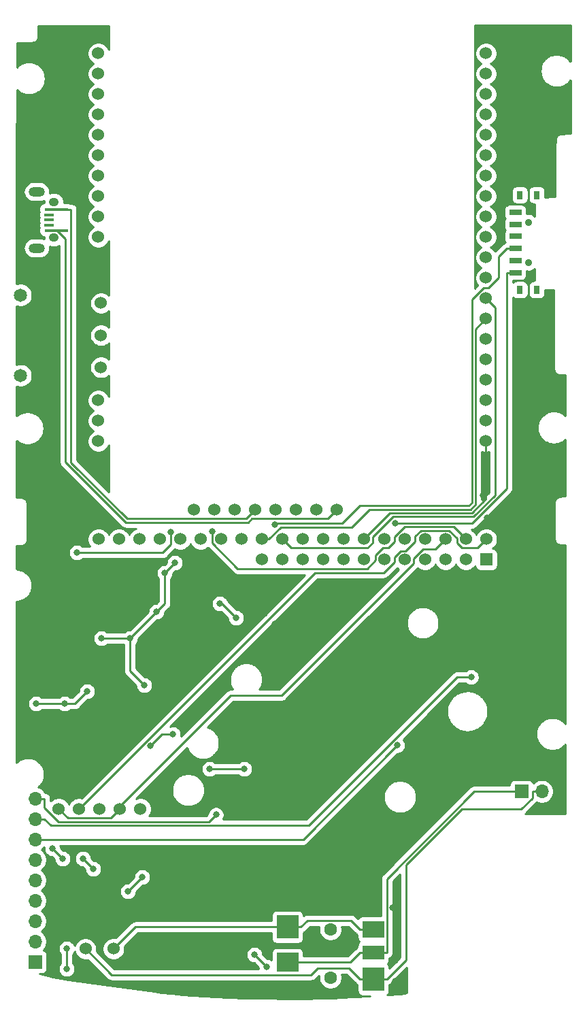
<source format=gbr>
%TF.GenerationSoftware,KiCad,Pcbnew,(5.1.9)-1*%
%TF.CreationDate,2021-03-20T17:22:00+11:00*%
%TF.ProjectId,GBC_motherboard,4742435f-6d6f-4746-9865-72626f617264,rev?*%
%TF.SameCoordinates,Original*%
%TF.FileFunction,Copper,L2,Bot*%
%TF.FilePolarity,Positive*%
%FSLAX46Y46*%
G04 Gerber Fmt 4.6, Leading zero omitted, Abs format (unit mm)*
G04 Created by KiCad (PCBNEW (5.1.9)-1) date 2021-03-20 17:22:00*
%MOMM*%
%LPD*%
G01*
G04 APERTURE LIST*
%TA.AperFunction,SMDPad,CuDef*%
%ADD10R,1.200000X0.400000*%
%TD*%
%TA.AperFunction,SMDPad,CuDef*%
%ADD11R,3.000000X0.400000*%
%TD*%
%TA.AperFunction,WasherPad*%
%ADD12O,1.200000X1.050000*%
%TD*%
%TA.AperFunction,WasherPad*%
%ADD13O,2.000000X1.200000*%
%TD*%
%TA.AperFunction,SMDPad,CuDef*%
%ADD14R,1.500000X0.700000*%
%TD*%
%TA.AperFunction,SMDPad,CuDef*%
%ADD15R,0.800000X1.000000*%
%TD*%
%TA.AperFunction,ComponentPad*%
%ADD16C,0.900000*%
%TD*%
%TA.AperFunction,ComponentPad*%
%ADD17R,1.700000X1.700000*%
%TD*%
%TA.AperFunction,ComponentPad*%
%ADD18O,1.700000X1.700000*%
%TD*%
%TA.AperFunction,ComponentPad*%
%ADD19C,1.524000*%
%TD*%
%TA.AperFunction,ComponentPad*%
%ADD20R,1.524000X1.524000*%
%TD*%
%TA.AperFunction,ComponentPad*%
%ADD21C,1.650000*%
%TD*%
%TA.AperFunction,SMDPad,CuDef*%
%ADD22R,2.700000X2.900000*%
%TD*%
%TA.AperFunction,SMDPad,CuDef*%
%ADD23R,2.700000X1.800000*%
%TD*%
%TA.AperFunction,SMDPad,CuDef*%
%ADD24R,2.700000X2.100000*%
%TD*%
%TA.AperFunction,SMDPad,CuDef*%
%ADD25R,2.700000X2.400000*%
%TD*%
%TA.AperFunction,ComponentPad*%
%ADD26C,1.600000*%
%TD*%
%TA.AperFunction,ViaPad*%
%ADD27C,0.800000*%
%TD*%
%TA.AperFunction,Conductor*%
%ADD28C,0.250000*%
%TD*%
%TA.AperFunction,Conductor*%
%ADD29C,0.254000*%
%TD*%
%TA.AperFunction,Conductor*%
%ADD30C,0.100000*%
%TD*%
G04 APERTURE END LIST*
D10*
%TO.P,U1,3*%
%TO.N,N/C*%
X114125000Y-63500000D03*
%TO.P,U1,4*%
X114125000Y-62850000D03*
D11*
%TO.P,U1,5*%
%TO.N,Net-(U1-Pad5)*%
X115025000Y-62200000D03*
%TO.P,U1,1*%
%TO.N,Net-(U1-Pad1)*%
X115025000Y-64800000D03*
D10*
%TO.P,U1,2*%
%TO.N,N/C*%
X114125000Y-64150000D03*
D12*
%TO.P,U1,*%
%TO.N,*%
X114725000Y-61275000D03*
X114725000Y-65725000D03*
D13*
X112575000Y-60000000D03*
X112575000Y-67000000D03*
%TD*%
D14*
%TO.P,U2,4*%
%TO.N,Net-(U1-Pad5)*%
X172162000Y-67044000D03*
%TO.P,U2,5*%
%TO.N,N/C*%
X172162000Y-68544000D03*
%TO.P,U2,6*%
%TO.N,Net-(U2-Pad6)*%
X172162000Y-70044000D03*
%TO.P,U2,3*%
%TO.N,N/C*%
X172162000Y-65544000D03*
%TO.P,U2,2*%
X172162000Y-64044000D03*
%TO.P,U2,1*%
X172162000Y-62544000D03*
D15*
%TO.P,U2,*%
%TO.N,*%
X172737000Y-60394000D03*
X174837000Y-60394000D03*
X172737000Y-72194000D03*
X174837000Y-72194000D03*
D16*
X173787000Y-63794000D03*
X173787000Y-68794000D03*
%TD*%
D17*
%TO.P,J1,1*%
%TO.N,Net-(J1-Pad1)*%
X112382000Y-155829000D03*
D18*
%TO.P,J1,2*%
%TO.N,Net-(J1-Pad2)*%
X112382000Y-153289000D03*
%TO.P,J1,3*%
%TO.N,Net-(J1-Pad3)*%
X112382000Y-150749000D03*
%TO.P,J1,4*%
%TO.N,Net-(J1-Pad4)*%
X112382000Y-148209000D03*
%TO.P,J1,5*%
%TO.N,Net-(J1-Pad5)*%
X112382000Y-145669000D03*
%TO.P,J1,6*%
%TO.N,Net-(J1-Pad6)*%
X112382000Y-143129000D03*
%TO.P,J1,7*%
%TO.N,Net-(J1-Pad7)*%
X112382000Y-140589000D03*
%TO.P,J1,8*%
%TO.N,Net-(J1-Pad8)*%
X112382000Y-138049000D03*
%TO.P,J1,9*%
%TO.N,Net-(J1-Pad9)*%
X112382000Y-135509000D03*
%TD*%
D19*
%TO.P,U6,36*%
%TO.N,N/C*%
X125374000Y-103226000D03*
%TO.P,U6,8*%
X160934000Y-103226000D03*
%TO.P,U6,23*%
%TO.N,Net-(U5-Pad24)*%
X140614000Y-105766000D03*
%TO.P,U6,21*%
%TO.N,N/C*%
X143154000Y-105766000D03*
%TO.P,U6,32*%
X130454000Y-103226000D03*
%TO.P,U6,19*%
%TO.N,Net-(U5-Pad26)*%
X145694000Y-105766000D03*
%TO.P,U6,6*%
%TO.N,Net-(C1-Pad2)*%
X163474000Y-103226000D03*
%TO.P,U6,17*%
%TO.N,N/C*%
X148234000Y-105766000D03*
%TO.P,U6,15*%
X150774000Y-105766000D03*
%TO.P,U6,13*%
X153314000Y-105766000D03*
%TO.P,U6,9*%
X158394000Y-105766000D03*
%TO.P,U6,5*%
X163474000Y-105766000D03*
%TO.P,U6,24*%
%TO.N,Net-(U5-Pad27)*%
X140614000Y-103226000D03*
%TO.P,U6,11*%
%TO.N,N/C*%
X155854000Y-105766000D03*
%TO.P,U6,7*%
X160934000Y-105766000D03*
%TO.P,U6,40*%
X120294000Y-103226000D03*
%TO.P,U6,20*%
X145694000Y-103226000D03*
%TO.P,U6,16*%
X150774000Y-103226000D03*
%TO.P,U6,14*%
%TO.N,Net-(U3-Pad7)*%
X153314000Y-103226000D03*
%TO.P,U6,28*%
%TO.N,N/C*%
X135534000Y-103226000D03*
%TO.P,U6,3*%
X166014000Y-105766000D03*
D20*
%TO.P,U6,1*%
%TO.N,Net-(U5-Pad22)*%
X168554000Y-105766000D03*
D19*
%TO.P,U6,26*%
%TO.N,N/C*%
X138074000Y-103226000D03*
%TO.P,U6,4*%
%TO.N,Net-(U3-Pad8)*%
X166014000Y-103226000D03*
%TO.P,U6,10*%
%TO.N,N/C*%
X158394000Y-103226000D03*
%TO.P,U6,12*%
%TO.N,Net-(R1-Pad2)*%
X155854000Y-103226000D03*
%TO.P,U6,34*%
%TO.N,N/C*%
X127914000Y-103226000D03*
%TO.P,U6,38*%
X122834000Y-103226000D03*
%TO.P,U6,22*%
%TO.N,Net-(U5-Pad28)*%
X143154000Y-103226000D03*
%TO.P,U6,30*%
%TO.N,N/C*%
X132994000Y-103226000D03*
%TO.P,U6,2*%
%TO.N,Net-(U6-Pad2)*%
X168554000Y-103226000D03*
%TO.P,U6,18*%
%TO.N,Net-(U5-Pad29)*%
X148234000Y-103226000D03*
%TD*%
%TO.P,U8,7*%
%TO.N,Net-(LS1-Pad2)*%
X118660000Y-154196000D03*
%TO.P,U8,6*%
%TO.N,Net-(U8-Pad6)*%
X122150000Y-154195000D03*
%TO.P,U8,5*%
%TO.N,Net-(U7-Pad2)*%
X125480000Y-136796000D03*
%TO.P,U8,4*%
%TO.N,Net-(C1-Pad2)*%
X122940000Y-136796000D03*
%TO.P,U8,3*%
%TO.N,N/C*%
X120400000Y-136796000D03*
%TO.P,U8,2*%
%TO.N,Net-(U6-Pad2)*%
X117860000Y-136796000D03*
%TO.P,U8,1*%
%TO.N,Net-(C1-Pad2)*%
X115320000Y-136796000D03*
%TD*%
D17*
%TO.P,LS1,1*%
%TO.N,Net-(LS1-Pad1)*%
X172923000Y-134620000D03*
D18*
%TO.P,LS1,2*%
%TO.N,Net-(LS1-Pad2)*%
X175463000Y-134620000D03*
%TD*%
D19*
%TO.P,U3,8*%
%TO.N,Net-(U3-Pad8)*%
X132182000Y-99568000D03*
%TO.P,U3,7*%
%TO.N,Net-(U3-Pad7)*%
X134722000Y-99568000D03*
%TO.P,U3,6*%
%TO.N,N/C*%
X137262000Y-99568000D03*
%TO.P,U3,5*%
%TO.N,Net-(U1-Pad5)*%
X139802000Y-99568000D03*
%TO.P,U3,4*%
%TO.N,Net-(U2-Pad6)*%
X142342000Y-99568000D03*
%TO.P,U3,3*%
%TO.N,N/C*%
X144882000Y-99568000D03*
%TO.P,U3,2*%
X147422000Y-99568000D03*
%TO.P,U3,1*%
%TO.N,Net-(U1-Pad1)*%
X149962000Y-99568000D03*
%TD*%
%TO.P,U7,1*%
%TO.N,Net-(C1-Pad2)*%
X120581000Y-73851000D03*
%TO.P,U7,2*%
%TO.N,Net-(U7-Pad2)*%
X120581000Y-77851000D03*
%TO.P,U7,3*%
%TO.N,Net-(C2-Pad2)*%
X120581000Y-81851000D03*
D21*
%TO.P,U7,*%
%TO.N,*%
X110581000Y-72851000D03*
X110581000Y-82851000D03*
%TD*%
D22*
%TO.P,U9,1*%
%TO.N,Net-(LS1-Pad2)*%
X154499000Y-157982000D03*
D23*
%TO.P,U9,11*%
%TO.N,Net-(LS1-Pad1)*%
X154499000Y-154682000D03*
D24*
%TO.P,U9,3*%
%TO.N,Net-(U8-Pad6)*%
X154499000Y-151782000D03*
D22*
%TO.P,U9,2*%
X143799000Y-151482000D03*
D25*
%TO.P,U9,10*%
%TO.N,Net-(LS1-Pad1)*%
X143799000Y-155882000D03*
D26*
%TO.P,U9,*%
%TO.N,*%
X149149000Y-157782000D03*
X149149000Y-151782000D03*
%TD*%
D19*
%TO.P,U5,4*%
%TO.N,N/C*%
X120244000Y-50393600D03*
%TO.P,U5,2*%
X120244000Y-45313600D03*
%TO.P,U5,3*%
X120244000Y-47853600D03*
%TO.P,U5,5*%
X120244000Y-52933600D03*
%TO.P,U5,6*%
X120244000Y-55473600D03*
%TO.P,U5,1*%
X120244000Y-42773600D03*
%TO.P,U5,9*%
X120244000Y-63093600D03*
%TO.P,U5,7*%
X120244000Y-58013600D03*
%TO.P,U5,8*%
X120244000Y-60553600D03*
%TO.P,U5,10*%
X120244000Y-65633600D03*
%TO.P,U5,39*%
X168504000Y-45313600D03*
%TO.P,U5,38*%
X168504000Y-47853600D03*
%TO.P,U5,35*%
X168504000Y-55473600D03*
%TO.P,U5,28*%
%TO.N,Net-(U5-Pad28)*%
X168504000Y-73253600D03*
%TO.P,U5,30*%
%TO.N,N/C*%
X168504000Y-68173600D03*
%TO.P,U5,31*%
X168504000Y-65633600D03*
%TO.P,U5,37*%
X168504000Y-50393600D03*
%TO.P,U5,40*%
X168504000Y-42773600D03*
%TO.P,U5,25*%
X168504000Y-80873600D03*
%TO.P,U5,34*%
X168504000Y-58013600D03*
%TO.P,U5,23*%
X168504000Y-85953600D03*
%TO.P,U5,32*%
X168504000Y-63093600D03*
%TO.P,U5,29*%
%TO.N,Net-(U5-Pad29)*%
X168504000Y-70713600D03*
%TO.P,U5,20*%
%TO.N,N/C*%
X120244000Y-91033600D03*
%TO.P,U5,22*%
%TO.N,Net-(U5-Pad22)*%
X168504000Y-88493600D03*
%TO.P,U5,19*%
%TO.N,N/C*%
X120244000Y-88493600D03*
%TO.P,U5,21*%
%TO.N,Net-(U3-Pad7)*%
X168504000Y-91033600D03*
%TO.P,U5,36*%
%TO.N,N/C*%
X168504000Y-52933600D03*
%TO.P,U5,18*%
X120244000Y-85953600D03*
%TO.P,U5,27*%
%TO.N,Net-(U5-Pad27)*%
X168504000Y-75793600D03*
%TO.P,U5,33*%
%TO.N,N/C*%
X168504000Y-60553600D03*
%TO.P,U5,26*%
%TO.N,Net-(U5-Pad26)*%
X168504000Y-78333600D03*
%TO.P,U5,24*%
%TO.N,Net-(U5-Pad24)*%
X168504000Y-83413600D03*
%TD*%
D27*
%TO.N,Net-(U3-Pad7)*%
X172212000Y-74676000D03*
X157226000Y-155702000D03*
X154940000Y-149098000D03*
X142240000Y-113792000D03*
X149606000Y-118364000D03*
%TO.N,Net-(U3-Pad8)*%
X116332000Y-154178000D03*
X115824000Y-143002000D03*
X119634000Y-144272000D03*
X129540000Y-127508000D03*
X125730000Y-145288000D03*
X138430000Y-131826000D03*
X141224000Y-156464000D03*
X139700000Y-154940000D03*
%TO.N,Net-(J1-Pad7)*%
X157452000Y-128881100D03*
%TO.N,Net-(J1-Pad8)*%
X166666800Y-120395700D03*
%TO.N,Net-(J1-Pad9)*%
X134907000Y-137513800D03*
%TO.N,Net-(U1-Pad5)*%
X142250900Y-101435600D03*
%TO.N,Net-(U2-Pad6)*%
X157178400Y-101220900D03*
%TO.N,Net-(U3-Pad8)*%
X134431400Y-102300600D03*
X129286000Y-102362000D03*
X117602000Y-104902000D03*
X129794000Y-106172000D03*
X128524000Y-107442000D03*
X127508000Y-112268000D03*
X127508000Y-112268000D03*
X124206000Y-115570000D03*
X120650000Y-115570000D03*
X125984000Y-121412000D03*
X116078000Y-123698000D03*
X112522000Y-123698000D03*
X137414000Y-113030000D03*
X118872000Y-122174000D03*
X135382000Y-111252000D03*
X134112000Y-131826000D03*
X123952000Y-147066000D03*
X126752876Y-128928429D03*
X118329847Y-142967847D03*
X114519847Y-141697847D03*
X116332000Y-156718000D03*
%TO.N,Net-(U3-Pad7)*%
X168148000Y-97790000D03*
X168656000Y-100584000D03*
X147574000Y-116332000D03*
X140970000Y-112522000D03*
X156899300Y-149098000D03*
X157226000Y-158242000D03*
X170688000Y-60706000D03*
%TD*%
D28*
%TO.N,Net-(U3-Pad8)*%
X140462000Y-155702000D02*
X140208000Y-155448000D01*
X141224000Y-156464000D02*
X140462000Y-155702000D01*
X140462000Y-155702000D02*
X139700000Y-154940000D01*
%TO.N,Net-(C1-Pad2)*%
X122940000Y-136796000D02*
X121809800Y-137926200D01*
X121809800Y-137926200D02*
X116450200Y-137926200D01*
X116450200Y-137926200D02*
X115320000Y-136796000D01*
X122940000Y-136796000D02*
X122940000Y-136442800D01*
X122940000Y-136442800D02*
X136717400Y-122665400D01*
X136717400Y-122665400D02*
X143041700Y-122665400D01*
X143041700Y-122665400D02*
X159481400Y-106225700D01*
X159481400Y-106225700D02*
X159481400Y-105671800D01*
X159481400Y-105671800D02*
X160657200Y-104496000D01*
X160657200Y-104496000D02*
X162204000Y-104496000D01*
X162204000Y-104496000D02*
X163474000Y-103226000D01*
%TO.N,Net-(LS1-Pad1)*%
X154499000Y-154682000D02*
X152823700Y-154682000D01*
X143799000Y-155882000D02*
X151623700Y-155882000D01*
X151623700Y-155882000D02*
X152823700Y-154682000D01*
X172923000Y-134620000D02*
X167040900Y-134620000D01*
X167040900Y-134620000D02*
X156174300Y-145486600D01*
X156174300Y-145486600D02*
X156174300Y-154682000D01*
X154499000Y-154682000D02*
X156174300Y-154682000D01*
%TO.N,Net-(LS1-Pad2)*%
X154499000Y-157982000D02*
X156174300Y-157982000D01*
X175463000Y-134620000D02*
X174287700Y-134620000D01*
X174287700Y-134620000D02*
X174287700Y-135428000D01*
X174287700Y-135428000D02*
X172890700Y-136825000D01*
X172890700Y-136825000D02*
X165472800Y-136825000D01*
X165472800Y-136825000D02*
X158591400Y-143706400D01*
X158591400Y-143706400D02*
X158591400Y-155564900D01*
X158591400Y-155564900D02*
X156174300Y-157982000D01*
X154499000Y-157982000D02*
X152823700Y-157982000D01*
X152823700Y-157982000D02*
X151468100Y-156626400D01*
X151468100Y-156626400D02*
X147558400Y-156626400D01*
X147558400Y-156626400D02*
X146755000Y-157429800D01*
X146755000Y-157429800D02*
X121893800Y-157429800D01*
X121893800Y-157429800D02*
X118660000Y-154196000D01*
%TO.N,Net-(J1-Pad7)*%
X112382000Y-140589000D02*
X145744100Y-140589000D01*
X145744100Y-140589000D02*
X157452000Y-128881100D01*
%TO.N,Net-(J1-Pad8)*%
X112382000Y-138049000D02*
X113557300Y-138049000D01*
X166666800Y-120395700D02*
X164891100Y-120395700D01*
X164891100Y-120395700D02*
X146444800Y-138842000D01*
X146444800Y-138842000D02*
X114350300Y-138842000D01*
X114350300Y-138842000D02*
X113557300Y-138049000D01*
%TO.N,Net-(J1-Pad9)*%
X112382000Y-135509000D02*
X113557300Y-135509000D01*
X113557300Y-135509000D02*
X113557300Y-136610800D01*
X113557300Y-136610800D02*
X115338100Y-138391600D01*
X115338100Y-138391600D02*
X134029200Y-138391600D01*
X134029200Y-138391600D02*
X134907000Y-137513800D01*
%TO.N,Net-(U1-Pad5)*%
X139802000Y-99568000D02*
X138691700Y-100678300D01*
X138691700Y-100678300D02*
X123852500Y-100678300D01*
X123852500Y-100678300D02*
X116850300Y-93676100D01*
X116850300Y-93676100D02*
X116850300Y-62200000D01*
X172162000Y-67044000D02*
X171086700Y-67044000D01*
X171086700Y-67044000D02*
X170090600Y-68040100D01*
X170090600Y-68040100D02*
X170090600Y-70717500D01*
X170090600Y-70717500D02*
X168824500Y-71983600D01*
X168824500Y-71983600D02*
X168208500Y-71983600D01*
X168208500Y-71983600D02*
X166771600Y-73420500D01*
X166771600Y-73420500D02*
X166771600Y-98691100D01*
X166771600Y-98691100D02*
X166396300Y-99066400D01*
X166396300Y-99066400D02*
X152811300Y-99066400D01*
X152811300Y-99066400D02*
X150638300Y-101239400D01*
X150638300Y-101239400D02*
X142447100Y-101239400D01*
X142447100Y-101239400D02*
X142250900Y-101435600D01*
X115025000Y-62200000D02*
X116850300Y-62200000D01*
%TO.N,Net-(U1-Pad1)*%
X149962000Y-99568000D02*
X148851900Y-100678100D01*
X148851900Y-100678100D02*
X139374300Y-100678100D01*
X139374300Y-100678100D02*
X138923700Y-101128700D01*
X138923700Y-101128700D02*
X123660300Y-101128700D01*
X123660300Y-101128700D02*
X116184500Y-93652900D01*
X116184500Y-93652900D02*
X116184500Y-65823800D01*
X116184500Y-65823800D02*
X115160700Y-64800000D01*
X115160700Y-64800000D02*
X115025000Y-64800000D01*
%TO.N,Net-(U2-Pad6)*%
X157178400Y-101220900D02*
X166789400Y-101220900D01*
X166789400Y-101220900D02*
X171086700Y-96923600D01*
X171086700Y-96923600D02*
X171086700Y-70044000D01*
X172162000Y-70044000D02*
X171086700Y-70044000D01*
%TO.N,Net-(U3-Pad8)*%
X137609300Y-106901000D02*
X134431400Y-103723100D01*
X153719800Y-106901000D02*
X137609300Y-106901000D01*
X164474200Y-101686200D02*
X158392700Y-101686200D01*
X154766600Y-105854200D02*
X153719800Y-106901000D01*
X166014000Y-103226000D02*
X164474200Y-101686200D01*
X156368900Y-104313400D02*
X155704300Y-104313400D01*
X158392700Y-101686200D02*
X157124000Y-102954900D01*
X157124000Y-102954900D02*
X157124000Y-103558300D01*
X134431400Y-103723100D02*
X134431400Y-102300600D01*
X157124000Y-103558300D02*
X156368900Y-104313400D01*
X154766600Y-105251100D02*
X154766600Y-105854200D01*
X155704300Y-104313400D02*
X154766600Y-105251100D01*
X129286000Y-102362000D02*
X129286000Y-103886000D01*
X129286000Y-103886000D02*
X128270000Y-104902000D01*
X128270000Y-104902000D02*
X117602000Y-104902000D01*
X129794000Y-106172000D02*
X128524000Y-107442000D01*
X128524000Y-107442000D02*
X128524000Y-111252000D01*
X128524000Y-111252000D02*
X127508000Y-112268000D01*
X127508000Y-112268000D02*
X124206000Y-115570000D01*
X124206000Y-115570000D02*
X120650000Y-115570000D01*
X124206000Y-119634000D02*
X125984000Y-121412000D01*
X124206000Y-115570000D02*
X124206000Y-119634000D01*
X116078000Y-123698000D02*
X112522000Y-123698000D01*
X116078000Y-123698000D02*
X117348000Y-123698000D01*
X117348000Y-123698000D02*
X118872000Y-122174000D01*
X137414000Y-113030000D02*
X135636000Y-111252000D01*
X135636000Y-111252000D02*
X135382000Y-111252000D01*
X138430000Y-131826000D02*
X134112000Y-131826000D01*
X125730000Y-145288000D02*
X123952000Y-147066000D01*
X128173305Y-127508000D02*
X126752876Y-128928429D01*
X129540000Y-127508000D02*
X128173305Y-127508000D01*
X119634000Y-144272000D02*
X118364000Y-143002000D01*
X118364000Y-143002000D02*
X118329847Y-142967847D01*
X115824000Y-143002000D02*
X114554000Y-141732000D01*
X114554000Y-141732000D02*
X114519847Y-141697847D01*
X116332000Y-154178000D02*
X116332000Y-156718000D01*
%TO.N,Net-(U3-Pad7)*%
X153314000Y-103226000D02*
X156573000Y-99967000D01*
X168504000Y-98232500D02*
X168504000Y-91033600D01*
X166769500Y-99967000D02*
X168504000Y-98232500D01*
X156573000Y-99967000D02*
X166769500Y-99967000D01*
X168148000Y-98588500D02*
X168148000Y-97790000D01*
X168504000Y-98232500D02*
X168148000Y-98588500D01*
%TO.N,Net-(U5-Pad28)*%
X168504000Y-73253600D02*
X169622300Y-74371900D01*
X169622300Y-74371900D02*
X169622300Y-97751100D01*
X169622300Y-97751100D02*
X166956100Y-100417300D01*
X166956100Y-100417300D02*
X156956300Y-100417300D01*
X156956300Y-100417300D02*
X154401400Y-102972200D01*
X154401400Y-102972200D02*
X154401400Y-103707100D01*
X154401400Y-103707100D02*
X153781300Y-104327200D01*
X153781300Y-104327200D02*
X144255200Y-104327200D01*
X144255200Y-104327200D02*
X143154000Y-103226000D01*
%TO.N,Net-(U5-Pad27)*%
X140614000Y-103226000D02*
X141486300Y-103226000D01*
X141486300Y-103226000D02*
X142998300Y-101714000D01*
X142998300Y-101714000D02*
X142998300Y-101713900D01*
X142998300Y-101713900D02*
X151796800Y-101713900D01*
X151796800Y-101713900D02*
X153994000Y-99516700D01*
X153994000Y-99516700D02*
X166582900Y-99516700D01*
X166582900Y-99516700D02*
X167221900Y-98877700D01*
X167221900Y-98877700D02*
X167221900Y-77075700D01*
X167221900Y-77075700D02*
X168504000Y-75793600D01*
%TO.N,Net-(U6-Pad2)*%
X117860000Y-136796000D02*
X147262800Y-107393200D01*
X147262800Y-107393200D02*
X155772900Y-107393200D01*
X155772900Y-107393200D02*
X157124000Y-106042100D01*
X157124000Y-106042100D02*
X157124000Y-105445500D01*
X157124000Y-105445500D02*
X157890900Y-104678600D01*
X157890900Y-104678600D02*
X158488300Y-104678600D01*
X158488300Y-104678600D02*
X159664100Y-103502800D01*
X159664100Y-103502800D02*
X159664100Y-102884900D01*
X159664100Y-102884900D02*
X160412500Y-102136500D01*
X160412500Y-102136500D02*
X163933100Y-102136500D01*
X163933100Y-102136500D02*
X164926600Y-103130000D01*
X164926600Y-103130000D02*
X164926600Y-103740900D01*
X164926600Y-103740900D02*
X165504700Y-104319000D01*
X165504700Y-104319000D02*
X167461000Y-104319000D01*
X167461000Y-104319000D02*
X168554000Y-103226000D01*
%TO.N,Net-(U8-Pad6)*%
X154499000Y-151782000D02*
X152823700Y-151782000D01*
X143799000Y-151482000D02*
X145474300Y-151482000D01*
X145474300Y-151482000D02*
X146300100Y-150656200D01*
X146300100Y-150656200D02*
X151697900Y-150656200D01*
X151697900Y-150656200D02*
X152823700Y-151782000D01*
X122150000Y-154195000D02*
X124863000Y-151482000D01*
X124863000Y-151482000D02*
X143799000Y-151482000D01*
%TD*%
D29*
%TO.N,Net-(U3-Pad7)*%
X174571283Y-71055928D02*
X174437000Y-71055928D01*
X174312518Y-71068188D01*
X174192820Y-71104498D01*
X174082506Y-71163463D01*
X173985815Y-71242815D01*
X173906463Y-71339506D01*
X173847498Y-71449820D01*
X173811188Y-71569518D01*
X173798928Y-71694000D01*
X173798928Y-72694000D01*
X173811188Y-72818482D01*
X173847498Y-72938180D01*
X173906463Y-73048494D01*
X173985815Y-73145185D01*
X174082506Y-73224537D01*
X174192820Y-73283502D01*
X174312518Y-73319812D01*
X174437000Y-73332072D01*
X175237000Y-73332072D01*
X175361482Y-73319812D01*
X175481180Y-73283502D01*
X175591494Y-73224537D01*
X175688185Y-73145185D01*
X175767537Y-73048494D01*
X175826502Y-72938180D01*
X175862812Y-72818482D01*
X175875072Y-72694000D01*
X175875072Y-72166832D01*
X175908110Y-72168068D01*
X175914664Y-72168824D01*
X175939259Y-72169233D01*
X175963867Y-72170154D01*
X175970459Y-72169753D01*
X176406614Y-72177014D01*
X176408473Y-72177217D01*
X176437688Y-72177531D01*
X176467122Y-72178021D01*
X176469000Y-72177868D01*
X176927784Y-72182799D01*
X176937734Y-76778633D01*
X176937702Y-76778965D01*
X176937803Y-76810474D01*
X176937868Y-76840714D01*
X176937900Y-76841032D01*
X176945540Y-79235413D01*
X176945408Y-79236865D01*
X176945639Y-79266446D01*
X176945734Y-79296339D01*
X176945883Y-79297805D01*
X176957771Y-80822614D01*
X176957654Y-80823970D01*
X176958015Y-80853917D01*
X176958247Y-80883662D01*
X176958390Y-80885006D01*
X176972919Y-82089946D01*
X176983234Y-82183148D01*
X176987840Y-82197697D01*
X176990714Y-82211587D01*
X176993434Y-82220326D01*
X176993663Y-82221768D01*
X176995088Y-82225638D01*
X177007829Y-82266568D01*
X177024154Y-82321726D01*
X177027546Y-82329921D01*
X177036028Y-82350013D01*
X177063499Y-82400635D01*
X177090258Y-82451624D01*
X177095178Y-82459004D01*
X177107402Y-82477065D01*
X177136054Y-82511588D01*
X177140108Y-82517050D01*
X177152627Y-82535418D01*
X177156762Y-82539485D01*
X177162789Y-82547604D01*
X177168791Y-82554134D01*
X177175449Y-82561277D01*
X177182329Y-82567345D01*
X177186574Y-82572460D01*
X177206419Y-82588593D01*
X177209068Y-82590930D01*
X177241011Y-82622346D01*
X177247950Y-82627871D01*
X177260997Y-82638110D01*
X177266640Y-82641709D01*
X177268422Y-82643280D01*
X177276287Y-82647860D01*
X177309580Y-82669090D01*
X177357650Y-82700694D01*
X177365519Y-82704760D01*
X177365524Y-82704763D01*
X177365529Y-82704765D01*
X177380318Y-82712275D01*
X177413870Y-82725373D01*
X177473913Y-82753158D01*
X177565062Y-82775180D01*
X177723595Y-82797341D01*
X177745405Y-82801029D01*
X177754485Y-82801659D01*
X177763488Y-82802918D01*
X177785566Y-82803817D01*
X177962365Y-82816093D01*
X177975346Y-82817742D01*
X177993484Y-82818253D01*
X178011567Y-82819509D01*
X178024635Y-82819132D01*
X178291952Y-82826670D01*
X178294904Y-82827017D01*
X178323123Y-82827549D01*
X178351354Y-82828345D01*
X178354321Y-82828137D01*
X178358426Y-82828214D01*
X178358425Y-87827296D01*
X178229281Y-87712937D01*
X178187878Y-87682938D01*
X178147538Y-87651541D01*
X178140008Y-87646855D01*
X177940736Y-87524770D01*
X177916477Y-87512993D01*
X177916208Y-87512792D01*
X177914190Y-87511822D01*
X177889999Y-87496785D01*
X177882018Y-87492916D01*
X177859713Y-87482293D01*
X177834380Y-87473140D01*
X177829212Y-87470631D01*
X177827520Y-87470187D01*
X177804463Y-87459111D01*
X177796111Y-87456127D01*
X177580776Y-87380890D01*
X177532415Y-87369137D01*
X177484554Y-87355527D01*
X177475816Y-87354006D01*
X177191096Y-87306492D01*
X177149188Y-87303654D01*
X177107554Y-87298176D01*
X177098688Y-87297944D01*
X176811043Y-87292442D01*
X176787989Y-87294258D01*
X176764897Y-87293237D01*
X176756044Y-87293773D01*
X176725873Y-87295813D01*
X176695399Y-87300895D01*
X176664579Y-87302962D01*
X176655840Y-87304477D01*
X176439653Y-87343518D01*
X176410541Y-87351776D01*
X176380749Y-87357078D01*
X176372227Y-87359536D01*
X176341168Y-87368731D01*
X176313125Y-87380113D01*
X176284081Y-87388631D01*
X176275878Y-87392003D01*
X176020766Y-87498960D01*
X175993790Y-87513513D01*
X175965520Y-87525321D01*
X175957738Y-87529576D01*
X175926889Y-87546725D01*
X175901685Y-87564157D01*
X175874878Y-87579013D01*
X175867612Y-87584100D01*
X175645394Y-87741986D01*
X175622452Y-87761925D01*
X175597642Y-87779473D01*
X175590976Y-87785323D01*
X175565955Y-87807594D01*
X175545336Y-87829917D01*
X175522597Y-87850069D01*
X175516611Y-87856613D01*
X175331471Y-88061864D01*
X175314342Y-88085054D01*
X175294881Y-88106325D01*
X175289611Y-88113459D01*
X175277357Y-88130291D01*
X175263419Y-88153996D01*
X175257816Y-88161581D01*
X175257512Y-88162226D01*
X175245606Y-88178340D01*
X175241110Y-88185985D01*
X175093926Y-88440314D01*
X175077122Y-88477258D01*
X175057858Y-88512981D01*
X175054487Y-88521185D01*
X175023761Y-88597481D01*
X175012343Y-88636438D01*
X174998319Y-88674528D01*
X174996142Y-88683125D01*
X174952617Y-88860163D01*
X174945538Y-88909218D01*
X174936546Y-88957868D01*
X174935854Y-88966710D01*
X174912246Y-89298380D01*
X174913352Y-89339809D01*
X174911766Y-89381255D01*
X174912355Y-89390105D01*
X174936786Y-89722048D01*
X174942261Y-89753715D01*
X174944723Y-89785714D01*
X174946323Y-89794438D01*
X174961485Y-89873926D01*
X174972833Y-89912485D01*
X174981495Y-89951721D01*
X174984302Y-89960134D01*
X175043984Y-90134952D01*
X175066767Y-90185061D01*
X175088430Y-90235632D01*
X175092755Y-90243375D01*
X175213255Y-90455587D01*
X175242204Y-90496642D01*
X175269628Y-90538770D01*
X175275217Y-90545657D01*
X175434663Y-90739338D01*
X175468645Y-90773246D01*
X175501062Y-90808592D01*
X175507707Y-90814466D01*
X175697059Y-90979504D01*
X175737769Y-91008515D01*
X175777333Y-91039040D01*
X175784883Y-91043694D01*
X175994282Y-91170765D01*
X176028401Y-91187149D01*
X176061174Y-91206089D01*
X176069275Y-91209699D01*
X176219955Y-91275603D01*
X176255394Y-91287134D01*
X176289851Y-91301406D01*
X176298355Y-91303925D01*
X176423760Y-91340119D01*
X176469555Y-91348606D01*
X176514876Y-91359313D01*
X176523674Y-91360439D01*
X176666612Y-91377717D01*
X176666620Y-91377717D01*
X176696802Y-91381404D01*
X176926330Y-91386769D01*
X176941153Y-91387880D01*
X176957500Y-91387498D01*
X176973848Y-91387880D01*
X176988671Y-91386769D01*
X177218197Y-91381404D01*
X177248306Y-91377726D01*
X177248386Y-91377717D01*
X177391325Y-91360439D01*
X177436803Y-91350363D01*
X177482702Y-91342518D01*
X177491240Y-91340119D01*
X177616645Y-91303924D01*
X177651276Y-91290143D01*
X177686894Y-91279102D01*
X177695044Y-91275604D01*
X177845724Y-91209700D01*
X177878747Y-91191226D01*
X177913054Y-91175341D01*
X177920669Y-91170794D01*
X178129660Y-91043996D01*
X178169543Y-91014110D01*
X178210557Y-90985768D01*
X178217286Y-90979991D01*
X178358426Y-90857102D01*
X178358425Y-97871792D01*
X178348006Y-97872009D01*
X178343751Y-97872518D01*
X178146720Y-97879286D01*
X178135291Y-97878967D01*
X178115567Y-97880356D01*
X178095793Y-97881035D01*
X178084452Y-97882547D01*
X177918427Y-97894237D01*
X177906212Y-97894365D01*
X177887306Y-97896428D01*
X177868357Y-97897762D01*
X177856328Y-97899808D01*
X177680437Y-97918999D01*
X177588665Y-97938258D01*
X177550489Y-97954543D01*
X177525344Y-97961987D01*
X177517149Y-97965380D01*
X177500383Y-97972459D01*
X177449822Y-97999901D01*
X177416417Y-98017431D01*
X177411071Y-98019900D01*
X177409400Y-98021114D01*
X177398812Y-98026670D01*
X177391433Y-98031590D01*
X177376362Y-98041790D01*
X177344384Y-98068329D01*
X177331668Y-98077564D01*
X177323305Y-98083012D01*
X177320795Y-98085460D01*
X177310762Y-98092746D01*
X177304169Y-98098679D01*
X177292090Y-98109704D01*
X177284864Y-98117726D01*
X177280966Y-98120961D01*
X177271857Y-98132165D01*
X177264285Y-98140572D01*
X177234554Y-98169567D01*
X177228887Y-98176390D01*
X177207395Y-98202632D01*
X177175448Y-98250503D01*
X177142812Y-98297959D01*
X177138578Y-98305752D01*
X177122592Y-98335670D01*
X177100548Y-98388844D01*
X177077755Y-98441728D01*
X177075115Y-98450195D01*
X177065245Y-98482648D01*
X177053940Y-98539140D01*
X177051540Y-98550317D01*
X177043700Y-98576069D01*
X177037757Y-98635793D01*
X177037541Y-98637951D01*
X177037541Y-98637964D01*
X177034415Y-98669379D01*
X177032147Y-100901584D01*
X177032084Y-100902228D01*
X177032115Y-100932484D01*
X177032084Y-100963325D01*
X177032148Y-100963981D01*
X177034460Y-103196172D01*
X177035975Y-103211391D01*
X177035997Y-103211841D01*
X177036066Y-103212309D01*
X177043748Y-103289483D01*
X177045917Y-103296605D01*
X177047133Y-103303034D01*
X177053669Y-103336320D01*
X177070230Y-103391489D01*
X177086002Y-103446826D01*
X177089307Y-103455042D01*
X177089311Y-103455056D01*
X177089317Y-103455068D01*
X177102188Y-103486438D01*
X177129153Y-103537347D01*
X177155376Y-103588568D01*
X177160212Y-103595983D01*
X177160215Y-103595989D01*
X177160219Y-103595994D01*
X177160221Y-103595997D01*
X177178949Y-103624281D01*
X177215283Y-103668974D01*
X177250952Y-103714124D01*
X177257145Y-103720468D01*
X177257150Y-103720474D01*
X177257155Y-103720478D01*
X177281012Y-103744578D01*
X177323555Y-103779886D01*
X177365333Y-103816082D01*
X177372607Y-103821157D01*
X177386584Y-103830765D01*
X177434949Y-103857470D01*
X177482731Y-103885198D01*
X177490826Y-103888823D01*
X177507601Y-103896196D01*
X177544527Y-103908284D01*
X177591436Y-103928109D01*
X177683272Y-103947060D01*
X177863341Y-103966095D01*
X177875142Y-103968071D01*
X177894349Y-103969373D01*
X177913493Y-103971397D01*
X177925458Y-103971482D01*
X178097526Y-103983149D01*
X178108514Y-103984597D01*
X178128634Y-103985258D01*
X178148719Y-103986620D01*
X178159797Y-103986282D01*
X178366908Y-103993089D01*
X178370945Y-103993568D01*
X178398018Y-103994111D01*
X178403176Y-103994280D01*
X178403175Y-120721075D01*
X178403176Y-120721085D01*
X178403176Y-126196090D01*
X178305484Y-126076762D01*
X178272757Y-126043928D01*
X178241693Y-126009518D01*
X178235094Y-126003592D01*
X178050281Y-125839937D01*
X178008878Y-125809938D01*
X177968538Y-125778541D01*
X177961008Y-125773855D01*
X177761736Y-125651770D01*
X177737477Y-125639993D01*
X177737208Y-125639792D01*
X177735190Y-125638822D01*
X177710999Y-125623785D01*
X177703018Y-125619916D01*
X177680713Y-125609293D01*
X177655380Y-125600140D01*
X177650212Y-125597631D01*
X177648520Y-125597187D01*
X177625463Y-125586111D01*
X177617111Y-125583127D01*
X177401776Y-125507890D01*
X177353415Y-125496137D01*
X177305554Y-125482527D01*
X177296816Y-125481006D01*
X177012096Y-125433492D01*
X176970188Y-125430654D01*
X176928554Y-125425176D01*
X176919688Y-125424944D01*
X176632043Y-125419442D01*
X176608989Y-125421258D01*
X176585897Y-125420237D01*
X176577044Y-125420773D01*
X176546873Y-125422813D01*
X176516399Y-125427895D01*
X176485579Y-125429962D01*
X176476840Y-125431477D01*
X176260653Y-125470518D01*
X176231541Y-125478776D01*
X176201749Y-125484078D01*
X176193227Y-125486536D01*
X176162168Y-125495731D01*
X176134125Y-125507113D01*
X176105081Y-125515631D01*
X176096878Y-125519003D01*
X175841766Y-125625960D01*
X175814790Y-125640513D01*
X175786520Y-125652321D01*
X175778738Y-125656576D01*
X175747889Y-125673725D01*
X175722685Y-125691157D01*
X175695878Y-125706013D01*
X175688612Y-125711100D01*
X175466394Y-125868986D01*
X175443452Y-125888925D01*
X175418642Y-125906473D01*
X175411976Y-125912323D01*
X175386955Y-125934594D01*
X175366336Y-125956917D01*
X175343597Y-125977069D01*
X175337611Y-125983613D01*
X175152471Y-126188864D01*
X175135342Y-126212054D01*
X175115881Y-126233325D01*
X175110611Y-126240459D01*
X175098357Y-126257291D01*
X175084419Y-126280996D01*
X175078816Y-126288581D01*
X175078512Y-126289226D01*
X175066606Y-126305340D01*
X175062110Y-126312985D01*
X174914926Y-126567314D01*
X174898122Y-126604258D01*
X174878858Y-126639981D01*
X174875487Y-126648185D01*
X174844761Y-126724481D01*
X174833343Y-126763438D01*
X174819319Y-126801528D01*
X174817142Y-126810125D01*
X174773617Y-126987163D01*
X174766538Y-127036218D01*
X174757546Y-127084868D01*
X174756854Y-127093710D01*
X174733246Y-127425380D01*
X174734352Y-127466809D01*
X174732766Y-127508255D01*
X174733355Y-127517105D01*
X174757786Y-127849048D01*
X174763261Y-127880715D01*
X174765723Y-127912714D01*
X174767323Y-127921438D01*
X174782485Y-128000926D01*
X174793833Y-128039485D01*
X174802495Y-128078721D01*
X174805302Y-128087134D01*
X174864984Y-128261952D01*
X174887767Y-128312061D01*
X174909430Y-128362632D01*
X174913755Y-128370375D01*
X175034255Y-128582587D01*
X175063204Y-128623642D01*
X175090628Y-128665770D01*
X175096217Y-128672657D01*
X175255663Y-128866338D01*
X175289645Y-128900246D01*
X175322062Y-128935592D01*
X175328707Y-128941466D01*
X175518059Y-129106504D01*
X175558769Y-129135515D01*
X175598333Y-129166040D01*
X175605883Y-129170694D01*
X175815282Y-129297765D01*
X175849401Y-129314149D01*
X175882174Y-129333089D01*
X175890275Y-129336699D01*
X176040955Y-129402603D01*
X176076394Y-129414134D01*
X176110851Y-129428406D01*
X176119355Y-129430925D01*
X176244760Y-129467119D01*
X176290555Y-129475606D01*
X176335876Y-129486313D01*
X176344674Y-129487439D01*
X176487612Y-129504717D01*
X176487620Y-129504717D01*
X176517802Y-129508404D01*
X176747330Y-129513769D01*
X176762153Y-129514880D01*
X176778500Y-129514498D01*
X176794848Y-129514880D01*
X176809671Y-129513769D01*
X177039197Y-129508404D01*
X177069306Y-129504726D01*
X177069386Y-129504717D01*
X177212325Y-129487439D01*
X177257803Y-129477363D01*
X177303702Y-129469518D01*
X177312240Y-129467119D01*
X177437645Y-129430924D01*
X177472276Y-129417143D01*
X177507894Y-129406102D01*
X177516044Y-129402604D01*
X177666724Y-129336700D01*
X177699747Y-129318226D01*
X177734054Y-129302341D01*
X177741669Y-129297794D01*
X177950660Y-129170996D01*
X177990543Y-129141110D01*
X178031557Y-129112768D01*
X178038286Y-129106991D01*
X178227543Y-128942207D01*
X178260289Y-128907523D01*
X178294585Y-128874336D01*
X178300279Y-128867536D01*
X178403176Y-128742894D01*
X178403175Y-137376173D01*
X173539302Y-137401107D01*
X173538910Y-137401071D01*
X173507988Y-137401268D01*
X173477294Y-137401425D01*
X173476905Y-137401465D01*
X173385561Y-137402046D01*
X173430701Y-137365001D01*
X173454504Y-137335997D01*
X174798703Y-135991799D01*
X174827701Y-135968001D01*
X174830027Y-135965166D01*
X175029842Y-136047932D01*
X175316740Y-136105000D01*
X175609260Y-136105000D01*
X175896158Y-136047932D01*
X176166411Y-135935990D01*
X176409632Y-135773475D01*
X176616475Y-135566632D01*
X176778990Y-135323411D01*
X176890932Y-135053158D01*
X176948000Y-134766260D01*
X176948000Y-134473740D01*
X176890932Y-134186842D01*
X176778990Y-133916589D01*
X176616475Y-133673368D01*
X176409632Y-133466525D01*
X176166411Y-133304010D01*
X175896158Y-133192068D01*
X175609260Y-133135000D01*
X175316740Y-133135000D01*
X175029842Y-133192068D01*
X174759589Y-133304010D01*
X174516368Y-133466525D01*
X174384513Y-133598380D01*
X174362502Y-133525820D01*
X174303537Y-133415506D01*
X174224185Y-133318815D01*
X174127494Y-133239463D01*
X174017180Y-133180498D01*
X173897482Y-133144188D01*
X173773000Y-133131928D01*
X172073000Y-133131928D01*
X171948518Y-133144188D01*
X171828820Y-133180498D01*
X171718506Y-133239463D01*
X171621815Y-133318815D01*
X171542463Y-133415506D01*
X171483498Y-133525820D01*
X171447188Y-133645518D01*
X171434928Y-133770000D01*
X171434928Y-133860000D01*
X167078222Y-133860000D01*
X167040899Y-133856324D01*
X167003576Y-133860000D01*
X167003567Y-133860000D01*
X166891914Y-133870997D01*
X166764642Y-133909604D01*
X166748653Y-133914454D01*
X166616623Y-133985026D01*
X166548440Y-134040983D01*
X166500899Y-134079999D01*
X166477101Y-134108997D01*
X155663303Y-144922796D01*
X155634299Y-144946599D01*
X155608902Y-144977546D01*
X155539326Y-145062324D01*
X155498334Y-145139014D01*
X155468754Y-145194354D01*
X155425297Y-145337615D01*
X155414300Y-145449268D01*
X155414300Y-145449278D01*
X155410624Y-145486600D01*
X155414300Y-145523922D01*
X155414301Y-150093928D01*
X153149000Y-150093928D01*
X153024518Y-150106188D01*
X152904820Y-150142498D01*
X152794506Y-150201463D01*
X152697815Y-150280815D01*
X152618463Y-150377506D01*
X152575111Y-150458610D01*
X152261704Y-150145202D01*
X152237901Y-150116199D01*
X152122176Y-150021226D01*
X151990147Y-149950654D01*
X151846886Y-149907197D01*
X151735233Y-149896200D01*
X151735222Y-149896200D01*
X151697900Y-149892524D01*
X151660578Y-149896200D01*
X146337433Y-149896200D01*
X146300100Y-149892523D01*
X146262767Y-149896200D01*
X146151114Y-149907197D01*
X146007853Y-149950654D01*
X145875824Y-150021226D01*
X145787072Y-150094063D01*
X145787072Y-150032000D01*
X145774812Y-149907518D01*
X145738502Y-149787820D01*
X145679537Y-149677506D01*
X145600185Y-149580815D01*
X145503494Y-149501463D01*
X145393180Y-149442498D01*
X145273482Y-149406188D01*
X145149000Y-149393928D01*
X142449000Y-149393928D01*
X142324518Y-149406188D01*
X142204820Y-149442498D01*
X142094506Y-149501463D01*
X141997815Y-149580815D01*
X141918463Y-149677506D01*
X141859498Y-149787820D01*
X141823188Y-149907518D01*
X141810928Y-150032000D01*
X141810928Y-150722000D01*
X124900322Y-150722000D01*
X124862999Y-150718324D01*
X124825676Y-150722000D01*
X124825667Y-150722000D01*
X124714014Y-150732997D01*
X124570753Y-150776454D01*
X124438724Y-150847026D01*
X124438722Y-150847027D01*
X124438723Y-150847027D01*
X124351996Y-150918201D01*
X124351992Y-150918205D01*
X124322999Y-150941999D01*
X124299205Y-150970992D01*
X122441570Y-152828628D01*
X122287592Y-152798000D01*
X122012408Y-152798000D01*
X121742510Y-152851686D01*
X121488273Y-152956995D01*
X121259465Y-153109880D01*
X121064880Y-153304465D01*
X120911995Y-153533273D01*
X120806686Y-153787510D01*
X120753000Y-154057408D01*
X120753000Y-154332592D01*
X120806686Y-154602490D01*
X120911995Y-154856727D01*
X121064880Y-155085535D01*
X121259465Y-155280120D01*
X121488273Y-155433005D01*
X121742510Y-155538314D01*
X122012408Y-155592000D01*
X122287592Y-155592000D01*
X122557490Y-155538314D01*
X122811727Y-155433005D01*
X123040535Y-155280120D01*
X123235120Y-155085535D01*
X123388005Y-154856727D01*
X123493314Y-154602490D01*
X123547000Y-154332592D01*
X123547000Y-154057408D01*
X123516372Y-153903430D01*
X125177803Y-152242000D01*
X141810928Y-152242000D01*
X141810928Y-152932000D01*
X141823188Y-153056482D01*
X141859498Y-153176180D01*
X141918463Y-153286494D01*
X141997815Y-153383185D01*
X142094506Y-153462537D01*
X142204820Y-153521502D01*
X142324518Y-153557812D01*
X142449000Y-153570072D01*
X145149000Y-153570072D01*
X145273482Y-153557812D01*
X145393180Y-153521502D01*
X145503494Y-153462537D01*
X145600185Y-153383185D01*
X145679537Y-153286494D01*
X145738502Y-153176180D01*
X145774812Y-153056482D01*
X145787072Y-152932000D01*
X145787072Y-152176575D01*
X145898576Y-152116974D01*
X146014301Y-152022001D01*
X146038103Y-151992998D01*
X146614902Y-151416200D01*
X147758649Y-151416200D01*
X147714000Y-151640665D01*
X147714000Y-151923335D01*
X147769147Y-152200574D01*
X147877320Y-152461727D01*
X148034363Y-152696759D01*
X148234241Y-152896637D01*
X148469273Y-153053680D01*
X148730426Y-153161853D01*
X149007665Y-153217000D01*
X149290335Y-153217000D01*
X149567574Y-153161853D01*
X149828727Y-153053680D01*
X150063759Y-152896637D01*
X150263637Y-152696759D01*
X150420680Y-152461727D01*
X150528853Y-152200574D01*
X150584000Y-151923335D01*
X150584000Y-151640665D01*
X150539351Y-151416200D01*
X151383099Y-151416200D01*
X152259901Y-152293003D01*
X152283699Y-152322001D01*
X152312697Y-152345799D01*
X152399424Y-152416974D01*
X152510928Y-152476575D01*
X152510928Y-152832000D01*
X152523188Y-152956482D01*
X152559498Y-153076180D01*
X152618463Y-153186494D01*
X152697815Y-153283185D01*
X152726834Y-153307000D01*
X152697815Y-153330815D01*
X152618463Y-153427506D01*
X152559498Y-153537820D01*
X152523188Y-153657518D01*
X152510928Y-153782000D01*
X152510928Y-153987425D01*
X152399424Y-154047026D01*
X152283699Y-154141999D01*
X152259901Y-154170997D01*
X151308899Y-155122000D01*
X145787072Y-155122000D01*
X145787072Y-154682000D01*
X145774812Y-154557518D01*
X145738502Y-154437820D01*
X145679537Y-154327506D01*
X145600185Y-154230815D01*
X145503494Y-154151463D01*
X145393180Y-154092498D01*
X145273482Y-154056188D01*
X145149000Y-154043928D01*
X142449000Y-154043928D01*
X142324518Y-154056188D01*
X142204820Y-154092498D01*
X142094506Y-154151463D01*
X141997815Y-154230815D01*
X141918463Y-154327506D01*
X141859498Y-154437820D01*
X141823188Y-154557518D01*
X141810928Y-154682000D01*
X141810928Y-155611389D01*
X141714256Y-155546795D01*
X141525898Y-155468774D01*
X141325939Y-155429000D01*
X141263801Y-155429000D01*
X141025803Y-155191002D01*
X141025799Y-155190997D01*
X140735000Y-154900198D01*
X140735000Y-154838061D01*
X140695226Y-154638102D01*
X140617205Y-154449744D01*
X140503937Y-154280226D01*
X140359774Y-154136063D01*
X140190256Y-154022795D01*
X140001898Y-153944774D01*
X139801939Y-153905000D01*
X139598061Y-153905000D01*
X139398102Y-153944774D01*
X139209744Y-154022795D01*
X139040226Y-154136063D01*
X138896063Y-154280226D01*
X138782795Y-154449744D01*
X138704774Y-154638102D01*
X138665000Y-154838061D01*
X138665000Y-155041939D01*
X138704774Y-155241898D01*
X138782795Y-155430256D01*
X138896063Y-155599774D01*
X139040226Y-155743937D01*
X139209744Y-155857205D01*
X139398102Y-155935226D01*
X139598061Y-155975000D01*
X139660198Y-155975000D01*
X139950997Y-156265799D01*
X139951002Y-156265803D01*
X140189000Y-156503801D01*
X140189000Y-156565939D01*
X140209659Y-156669800D01*
X122208602Y-156669800D01*
X120026372Y-154487571D01*
X120057000Y-154333592D01*
X120057000Y-154058408D01*
X120003314Y-153788510D01*
X119898005Y-153534273D01*
X119745120Y-153305465D01*
X119550535Y-153110880D01*
X119321727Y-152957995D01*
X119067490Y-152852686D01*
X118797592Y-152799000D01*
X118522408Y-152799000D01*
X118252510Y-152852686D01*
X117998273Y-152957995D01*
X117769465Y-153110880D01*
X117574880Y-153305465D01*
X117421995Y-153534273D01*
X117316686Y-153788510D01*
X117308335Y-153830495D01*
X117249205Y-153687744D01*
X117135937Y-153518226D01*
X116991774Y-153374063D01*
X116822256Y-153260795D01*
X116633898Y-153182774D01*
X116433939Y-153143000D01*
X116230061Y-153143000D01*
X116030102Y-153182774D01*
X115841744Y-153260795D01*
X115672226Y-153374063D01*
X115528063Y-153518226D01*
X115414795Y-153687744D01*
X115336774Y-153876102D01*
X115297000Y-154076061D01*
X115297000Y-154279939D01*
X115336774Y-154479898D01*
X115414795Y-154668256D01*
X115528063Y-154837774D01*
X115572000Y-154881711D01*
X115572001Y-156014288D01*
X115528063Y-156058226D01*
X115414795Y-156227744D01*
X115336774Y-156416102D01*
X115297000Y-156616061D01*
X115297000Y-156819939D01*
X115336774Y-157019898D01*
X115414795Y-157208256D01*
X115528063Y-157377774D01*
X115672226Y-157521937D01*
X115841744Y-157635205D01*
X116030102Y-157713226D01*
X116230061Y-157753000D01*
X116433939Y-157753000D01*
X116633898Y-157713226D01*
X116822256Y-157635205D01*
X116991774Y-157521937D01*
X117135937Y-157377774D01*
X117249205Y-157208256D01*
X117327226Y-157019898D01*
X117367000Y-156819939D01*
X117367000Y-156616061D01*
X117327226Y-156416102D01*
X117249205Y-156227744D01*
X117135937Y-156058226D01*
X117092000Y-156014289D01*
X117092000Y-154881711D01*
X117135937Y-154837774D01*
X117249205Y-154668256D01*
X117303497Y-154537184D01*
X117316686Y-154603490D01*
X117421995Y-154857727D01*
X117574880Y-155086535D01*
X117769465Y-155281120D01*
X117998273Y-155434005D01*
X118252510Y-155539314D01*
X118522408Y-155593000D01*
X118797592Y-155593000D01*
X118951571Y-155562372D01*
X121330001Y-157940803D01*
X121353799Y-157969801D01*
X121469524Y-158064774D01*
X121601553Y-158135346D01*
X121744814Y-158178803D01*
X121856467Y-158189800D01*
X121856477Y-158189800D01*
X121893800Y-158193476D01*
X121931123Y-158189800D01*
X146717678Y-158189800D01*
X146755000Y-158193476D01*
X146792322Y-158189800D01*
X146792333Y-158189800D01*
X146903986Y-158178803D01*
X147047247Y-158135346D01*
X147179276Y-158064774D01*
X147295001Y-157969801D01*
X147318803Y-157940798D01*
X147737605Y-157521997D01*
X147714000Y-157640665D01*
X147714000Y-157923335D01*
X147769147Y-158200574D01*
X147877320Y-158461727D01*
X148034363Y-158696759D01*
X148234241Y-158896637D01*
X148469273Y-159053680D01*
X148730426Y-159161853D01*
X149007665Y-159217000D01*
X149290335Y-159217000D01*
X149567574Y-159161853D01*
X149828727Y-159053680D01*
X150063759Y-158896637D01*
X150263637Y-158696759D01*
X150420680Y-158461727D01*
X150528853Y-158200574D01*
X150584000Y-157923335D01*
X150584000Y-157640665D01*
X150533423Y-157386400D01*
X151153299Y-157386400D01*
X152259901Y-158493003D01*
X152283699Y-158522001D01*
X152312697Y-158545799D01*
X152399423Y-158616974D01*
X152510928Y-158676575D01*
X152510928Y-159432000D01*
X152523188Y-159556482D01*
X152559498Y-159676180D01*
X152618463Y-159786494D01*
X152697815Y-159883185D01*
X152794506Y-159962537D01*
X152904820Y-160021502D01*
X153024518Y-160057812D01*
X153149000Y-160070072D01*
X154079757Y-160070072D01*
X153509500Y-160102256D01*
X152579347Y-160152434D01*
X151702261Y-160199238D01*
X151701768Y-160199217D01*
X151670668Y-160200924D01*
X151640428Y-160202538D01*
X151639954Y-160202610D01*
X150767633Y-160250498D01*
X150767161Y-160250478D01*
X150736032Y-160252233D01*
X150705786Y-160253893D01*
X150705332Y-160253963D01*
X149933691Y-160297457D01*
X149932688Y-160297418D01*
X149902543Y-160299213D01*
X149872392Y-160300912D01*
X149871400Y-160301066D01*
X149358736Y-160331585D01*
X148646725Y-160362717D01*
X147629513Y-160381939D01*
X146191180Y-160392973D01*
X144051014Y-160396360D01*
X140838969Y-160383296D01*
X138713651Y-160337152D01*
X136360051Y-160228882D01*
X131980018Y-159971416D01*
X130809159Y-159888659D01*
X129431138Y-159769096D01*
X128122798Y-159639644D01*
X127210656Y-159528508D01*
X126004022Y-159360227D01*
X122155798Y-158820688D01*
X118395195Y-158293089D01*
X116552046Y-158033720D01*
X114609397Y-157709682D01*
X113002985Y-157331726D01*
X112958592Y-157317072D01*
X113232000Y-157317072D01*
X113356482Y-157304812D01*
X113476180Y-157268502D01*
X113586494Y-157209537D01*
X113683185Y-157130185D01*
X113762537Y-157033494D01*
X113821502Y-156923180D01*
X113857812Y-156803482D01*
X113870072Y-156679000D01*
X113870072Y-154979000D01*
X113857812Y-154854518D01*
X113821502Y-154734820D01*
X113762537Y-154624506D01*
X113683185Y-154527815D01*
X113586494Y-154448463D01*
X113476180Y-154389498D01*
X113403620Y-154367487D01*
X113535475Y-154235632D01*
X113697990Y-153992411D01*
X113809932Y-153722158D01*
X113867000Y-153435260D01*
X113867000Y-153142740D01*
X113809932Y-152855842D01*
X113697990Y-152585589D01*
X113535475Y-152342368D01*
X113328632Y-152135525D01*
X113154240Y-152019000D01*
X113328632Y-151902475D01*
X113535475Y-151695632D01*
X113697990Y-151452411D01*
X113809932Y-151182158D01*
X113867000Y-150895260D01*
X113867000Y-150602740D01*
X113809932Y-150315842D01*
X113697990Y-150045589D01*
X113535475Y-149802368D01*
X113328632Y-149595525D01*
X113154240Y-149479000D01*
X113328632Y-149362475D01*
X113535475Y-149155632D01*
X113697990Y-148912411D01*
X113809932Y-148642158D01*
X113867000Y-148355260D01*
X113867000Y-148062740D01*
X113809932Y-147775842D01*
X113697990Y-147505589D01*
X113535475Y-147262368D01*
X113328632Y-147055525D01*
X113191747Y-146964061D01*
X122917000Y-146964061D01*
X122917000Y-147167939D01*
X122956774Y-147367898D01*
X123034795Y-147556256D01*
X123148063Y-147725774D01*
X123292226Y-147869937D01*
X123461744Y-147983205D01*
X123650102Y-148061226D01*
X123850061Y-148101000D01*
X124053939Y-148101000D01*
X124253898Y-148061226D01*
X124442256Y-147983205D01*
X124611774Y-147869937D01*
X124755937Y-147725774D01*
X124869205Y-147556256D01*
X124947226Y-147367898D01*
X124987000Y-147167939D01*
X124987000Y-147105801D01*
X125769802Y-146323000D01*
X125831939Y-146323000D01*
X126031898Y-146283226D01*
X126220256Y-146205205D01*
X126389774Y-146091937D01*
X126533937Y-145947774D01*
X126647205Y-145778256D01*
X126725226Y-145589898D01*
X126765000Y-145389939D01*
X126765000Y-145186061D01*
X126725226Y-144986102D01*
X126647205Y-144797744D01*
X126533937Y-144628226D01*
X126389774Y-144484063D01*
X126220256Y-144370795D01*
X126031898Y-144292774D01*
X125831939Y-144253000D01*
X125628061Y-144253000D01*
X125428102Y-144292774D01*
X125239744Y-144370795D01*
X125070226Y-144484063D01*
X124926063Y-144628226D01*
X124812795Y-144797744D01*
X124734774Y-144986102D01*
X124695000Y-145186061D01*
X124695000Y-145248198D01*
X123912199Y-146031000D01*
X123850061Y-146031000D01*
X123650102Y-146070774D01*
X123461744Y-146148795D01*
X123292226Y-146262063D01*
X123148063Y-146406226D01*
X123034795Y-146575744D01*
X122956774Y-146764102D01*
X122917000Y-146964061D01*
X113191747Y-146964061D01*
X113154240Y-146939000D01*
X113328632Y-146822475D01*
X113535475Y-146615632D01*
X113697990Y-146372411D01*
X113809932Y-146102158D01*
X113867000Y-145815260D01*
X113867000Y-145522740D01*
X113809932Y-145235842D01*
X113697990Y-144965589D01*
X113535475Y-144722368D01*
X113328632Y-144515525D01*
X113154240Y-144399000D01*
X113328632Y-144282475D01*
X113535475Y-144075632D01*
X113697990Y-143832411D01*
X113809932Y-143562158D01*
X113867000Y-143275260D01*
X113867000Y-142982740D01*
X113809932Y-142695842D01*
X113697990Y-142425589D01*
X113535475Y-142182368D01*
X113328632Y-141975525D01*
X113154240Y-141859000D01*
X113328632Y-141742475D01*
X113487243Y-141583864D01*
X113484847Y-141595908D01*
X113484847Y-141799786D01*
X113524621Y-141999745D01*
X113602642Y-142188103D01*
X113715910Y-142357621D01*
X113860073Y-142501784D01*
X114029591Y-142615052D01*
X114217949Y-142693073D01*
X114417908Y-142732847D01*
X114480046Y-142732847D01*
X114789000Y-143041802D01*
X114789000Y-143103939D01*
X114828774Y-143303898D01*
X114906795Y-143492256D01*
X115020063Y-143661774D01*
X115164226Y-143805937D01*
X115333744Y-143919205D01*
X115522102Y-143997226D01*
X115722061Y-144037000D01*
X115925939Y-144037000D01*
X116125898Y-143997226D01*
X116314256Y-143919205D01*
X116483774Y-143805937D01*
X116627937Y-143661774D01*
X116741205Y-143492256D01*
X116819226Y-143303898D01*
X116859000Y-143103939D01*
X116859000Y-142900061D01*
X116852207Y-142865908D01*
X117294847Y-142865908D01*
X117294847Y-143069786D01*
X117334621Y-143269745D01*
X117412642Y-143458103D01*
X117525910Y-143627621D01*
X117670073Y-143771784D01*
X117839591Y-143885052D01*
X118027949Y-143963073D01*
X118227908Y-144002847D01*
X118290046Y-144002847D01*
X118599000Y-144311802D01*
X118599000Y-144373939D01*
X118638774Y-144573898D01*
X118716795Y-144762256D01*
X118830063Y-144931774D01*
X118974226Y-145075937D01*
X119143744Y-145189205D01*
X119332102Y-145267226D01*
X119532061Y-145307000D01*
X119735939Y-145307000D01*
X119935898Y-145267226D01*
X120124256Y-145189205D01*
X120293774Y-145075937D01*
X120437937Y-144931774D01*
X120551205Y-144762256D01*
X120629226Y-144573898D01*
X120669000Y-144373939D01*
X120669000Y-144170061D01*
X120629226Y-143970102D01*
X120551205Y-143781744D01*
X120437937Y-143612226D01*
X120293774Y-143468063D01*
X120124256Y-143354795D01*
X119935898Y-143276774D01*
X119735939Y-143237000D01*
X119673802Y-143237000D01*
X119364847Y-142928046D01*
X119364847Y-142865908D01*
X119325073Y-142665949D01*
X119247052Y-142477591D01*
X119133784Y-142308073D01*
X118989621Y-142163910D01*
X118820103Y-142050642D01*
X118631745Y-141972621D01*
X118431786Y-141932847D01*
X118227908Y-141932847D01*
X118027949Y-141972621D01*
X117839591Y-142050642D01*
X117670073Y-142163910D01*
X117525910Y-142308073D01*
X117412642Y-142477591D01*
X117334621Y-142665949D01*
X117294847Y-142865908D01*
X116852207Y-142865908D01*
X116819226Y-142700102D01*
X116741205Y-142511744D01*
X116627937Y-142342226D01*
X116483774Y-142198063D01*
X116314256Y-142084795D01*
X116125898Y-142006774D01*
X115925939Y-141967000D01*
X115863802Y-141967000D01*
X115554847Y-141658046D01*
X115554847Y-141595908D01*
X115515073Y-141395949D01*
X115495626Y-141349000D01*
X145706778Y-141349000D01*
X145744100Y-141352676D01*
X145781422Y-141349000D01*
X145781433Y-141349000D01*
X145893086Y-141338003D01*
X146036347Y-141294546D01*
X146168376Y-141223974D01*
X146284101Y-141129001D01*
X146307904Y-141099997D01*
X152068396Y-135339505D01*
X155758766Y-135339505D01*
X155759355Y-135348355D01*
X155783786Y-135680298D01*
X155789261Y-135711965D01*
X155791723Y-135743964D01*
X155793323Y-135752688D01*
X155808485Y-135832176D01*
X155819833Y-135870735D01*
X155828495Y-135909971D01*
X155831302Y-135918384D01*
X155890984Y-136093202D01*
X155913767Y-136143311D01*
X155935430Y-136193882D01*
X155939755Y-136201625D01*
X156060255Y-136413837D01*
X156089204Y-136454892D01*
X156116628Y-136497020D01*
X156122217Y-136503907D01*
X156281663Y-136697588D01*
X156315645Y-136731496D01*
X156348062Y-136766842D01*
X156354707Y-136772716D01*
X156544059Y-136937754D01*
X156584769Y-136966765D01*
X156624333Y-136997290D01*
X156631883Y-137001944D01*
X156841282Y-137129015D01*
X156875401Y-137145399D01*
X156908174Y-137164339D01*
X156916275Y-137167949D01*
X157066955Y-137233853D01*
X157102394Y-137245384D01*
X157136851Y-137259656D01*
X157145355Y-137262175D01*
X157270760Y-137298369D01*
X157316555Y-137306856D01*
X157361876Y-137317563D01*
X157370674Y-137318689D01*
X157513612Y-137335967D01*
X157513620Y-137335967D01*
X157543802Y-137339654D01*
X157773330Y-137345019D01*
X157788153Y-137346130D01*
X157804500Y-137345748D01*
X157820848Y-137346130D01*
X157835671Y-137345019D01*
X158065197Y-137339654D01*
X158095306Y-137335976D01*
X158095386Y-137335967D01*
X158238325Y-137318689D01*
X158283803Y-137308613D01*
X158329702Y-137300768D01*
X158338240Y-137298369D01*
X158463645Y-137262174D01*
X158498276Y-137248393D01*
X158533894Y-137237352D01*
X158542044Y-137233854D01*
X158692724Y-137167950D01*
X158725768Y-137149465D01*
X158760103Y-137133563D01*
X158767717Y-137129015D01*
X158977117Y-137001944D01*
X159017116Y-136971966D01*
X159058213Y-136943535D01*
X159064939Y-136937754D01*
X159254292Y-136772717D01*
X159287217Y-136737809D01*
X159321651Y-136704396D01*
X159327336Y-136697588D01*
X159486782Y-136503907D01*
X159514793Y-136462163D01*
X159544311Y-136421519D01*
X159548745Y-136413837D01*
X159669245Y-136201625D01*
X159684546Y-136167240D01*
X159702435Y-136134160D01*
X159705815Y-136125960D01*
X159736209Y-136050744D01*
X159747552Y-136012213D01*
X159761523Y-135974559D01*
X159763722Y-135965967D01*
X159808456Y-135785972D01*
X159815679Y-135736805D01*
X159824814Y-135687890D01*
X159825522Y-135679049D01*
X159849778Y-135347033D01*
X159848739Y-135305159D01*
X159850362Y-135263318D01*
X159849778Y-135254468D01*
X159825522Y-134922452D01*
X159820034Y-134890610D01*
X159817554Y-134858397D01*
X159815952Y-134849674D01*
X159800746Y-134769986D01*
X159789404Y-134731456D01*
X159780746Y-134692239D01*
X159777939Y-134683825D01*
X159718017Y-134508301D01*
X159695316Y-134458370D01*
X159673810Y-134408057D01*
X159669490Y-134400311D01*
X159550778Y-134190862D01*
X159522458Y-134150633D01*
X159495783Y-134109284D01*
X159490222Y-134102374D01*
X159332531Y-133909214D01*
X159299637Y-133876121D01*
X159268431Y-133841517D01*
X159261836Y-133835587D01*
X159076938Y-133671682D01*
X159035443Y-133641583D01*
X158994991Y-133610093D01*
X158987461Y-133605406D01*
X158787785Y-133483049D01*
X158763487Y-133471251D01*
X158763208Y-133471042D01*
X158761190Y-133470072D01*
X158736999Y-133455035D01*
X158729018Y-133451166D01*
X158706713Y-133440543D01*
X158681426Y-133431406D01*
X158676266Y-133428901D01*
X158674546Y-133428450D01*
X158651463Y-133417361D01*
X158643111Y-133414377D01*
X158427776Y-133339140D01*
X158379415Y-133327387D01*
X158331554Y-133313777D01*
X158322816Y-133312256D01*
X158038096Y-133264742D01*
X157996188Y-133261904D01*
X157954554Y-133256426D01*
X157945688Y-133256194D01*
X157658043Y-133250692D01*
X157634989Y-133252508D01*
X157611897Y-133251487D01*
X157603044Y-133252023D01*
X157572873Y-133254063D01*
X157542399Y-133259145D01*
X157511579Y-133261212D01*
X157502840Y-133262727D01*
X157286653Y-133301768D01*
X157257541Y-133310026D01*
X157227749Y-133315328D01*
X157219227Y-133317786D01*
X157188168Y-133326981D01*
X157160125Y-133338363D01*
X157131081Y-133346881D01*
X157122878Y-133350253D01*
X156867766Y-133457210D01*
X156840790Y-133471763D01*
X156812520Y-133483571D01*
X156804738Y-133487826D01*
X156773889Y-133504975D01*
X156748685Y-133522407D01*
X156721878Y-133537263D01*
X156714612Y-133542350D01*
X156492394Y-133700236D01*
X156469452Y-133720175D01*
X156444642Y-133737723D01*
X156437976Y-133743573D01*
X156412955Y-133765844D01*
X156392336Y-133788167D01*
X156369597Y-133808319D01*
X156363611Y-133814863D01*
X156178471Y-134020114D01*
X156161342Y-134043304D01*
X156141881Y-134064575D01*
X156136611Y-134071709D01*
X156124357Y-134088541D01*
X156110419Y-134112246D01*
X156104816Y-134119831D01*
X156104512Y-134120476D01*
X156092606Y-134136590D01*
X156088110Y-134144235D01*
X155940926Y-134398564D01*
X155924122Y-134435508D01*
X155904858Y-134471231D01*
X155901487Y-134479435D01*
X155870761Y-134555731D01*
X155859343Y-134594688D01*
X155845319Y-134632778D01*
X155843142Y-134641375D01*
X155799617Y-134818413D01*
X155792538Y-134867468D01*
X155783546Y-134916118D01*
X155782854Y-134924960D01*
X155759246Y-135256630D01*
X155760352Y-135298059D01*
X155758766Y-135339505D01*
X152068396Y-135339505D01*
X157491802Y-129916100D01*
X157553939Y-129916100D01*
X157753898Y-129876326D01*
X157942256Y-129798305D01*
X158111774Y-129685037D01*
X158255937Y-129540874D01*
X158369205Y-129371356D01*
X158447226Y-129182998D01*
X158487000Y-128983039D01*
X158487000Y-128779161D01*
X158447226Y-128579202D01*
X158369205Y-128390844D01*
X158255937Y-128221326D01*
X158198106Y-128163495D01*
X161732707Y-124628894D01*
X163635268Y-124628894D01*
X163635599Y-124650250D01*
X163635268Y-124671606D01*
X163636082Y-124681428D01*
X163640879Y-124991024D01*
X163651515Y-125084191D01*
X163652052Y-125085866D01*
X163663755Y-125183613D01*
X163669082Y-125207788D01*
X163671536Y-125232428D01*
X163673333Y-125241114D01*
X163674465Y-125246400D01*
X163682913Y-125272891D01*
X163688456Y-125300142D01*
X163691123Y-125308601D01*
X163718672Y-125393904D01*
X163719745Y-125401515D01*
X163750698Y-125490030D01*
X163863542Y-125733142D01*
X163871051Y-125751032D01*
X163876675Y-125761436D01*
X163881649Y-125772152D01*
X163891494Y-125788850D01*
X163960988Y-125917408D01*
X163970282Y-125936031D01*
X163975811Y-125944829D01*
X163980755Y-125953975D01*
X163992401Y-125971228D01*
X164076988Y-126105827D01*
X164086222Y-126121909D01*
X164093569Y-126132213D01*
X164100309Y-126142938D01*
X164111677Y-126157609D01*
X164220738Y-126310562D01*
X164241607Y-126334472D01*
X164241729Y-126334613D01*
X164242309Y-126335276D01*
X164282400Y-126381208D01*
X164282678Y-126381423D01*
X164324588Y-126429330D01*
X164353349Y-126456357D01*
X164380104Y-126485353D01*
X164386767Y-126491207D01*
X164578360Y-126657179D01*
X164617755Y-126685074D01*
X164655905Y-126714652D01*
X164663444Y-126719324D01*
X164972740Y-126908021D01*
X165013373Y-126927652D01*
X165052889Y-126949415D01*
X165061062Y-126952858D01*
X165278435Y-127042644D01*
X165321619Y-127055718D01*
X165364045Y-127071075D01*
X165372655Y-127073206D01*
X165755272Y-127165060D01*
X165799368Y-127171178D01*
X165843048Y-127179721D01*
X165851882Y-127180504D01*
X166083852Y-127199435D01*
X166128366Y-127198709D01*
X166172844Y-127200442D01*
X166181694Y-127199859D01*
X166583206Y-127170594D01*
X166627614Y-127162949D01*
X166672364Y-127157691D01*
X166681016Y-127155741D01*
X166911171Y-127102176D01*
X166953857Y-127087727D01*
X166997243Y-127075585D01*
X167005488Y-127072315D01*
X167373176Y-126923504D01*
X167417923Y-126900077D01*
X167463436Y-126878321D01*
X167470995Y-126873681D01*
X167726130Y-126714574D01*
X167764353Y-126685193D01*
X167803782Y-126657536D01*
X167810471Y-126651711D01*
X168022345Y-126464605D01*
X168057696Y-126426633D01*
X168094263Y-126389785D01*
X168099818Y-126382871D01*
X168280813Y-126154356D01*
X168304024Y-126118312D01*
X168329355Y-126083762D01*
X168333823Y-126076100D01*
X168494707Y-125795715D01*
X168508600Y-125772152D01*
X168639551Y-125490030D01*
X168654107Y-125448405D01*
X168655540Y-125445168D01*
X168658263Y-125436727D01*
X168658918Y-125434647D01*
X168670504Y-125401515D01*
X168671438Y-125394890D01*
X168701668Y-125298893D01*
X168712894Y-125245527D01*
X168725379Y-125192413D01*
X168726494Y-125183615D01*
X168738197Y-125085868D01*
X168738734Y-125084193D01*
X168749370Y-124991026D01*
X168754168Y-124681428D01*
X168754982Y-124671604D01*
X168754651Y-124650250D01*
X168754982Y-124628896D01*
X168754168Y-124619072D01*
X168749370Y-124309475D01*
X168738734Y-124216308D01*
X168738197Y-124214632D01*
X168726494Y-124116887D01*
X168721167Y-124092712D01*
X168718713Y-124068073D01*
X168716916Y-124059388D01*
X168715784Y-124054101D01*
X168707336Y-124027610D01*
X168701793Y-124000359D01*
X168699126Y-123991901D01*
X168671577Y-123906598D01*
X168670504Y-123898986D01*
X168639551Y-123810471D01*
X168526709Y-123567364D01*
X168519198Y-123549468D01*
X168513571Y-123539059D01*
X168508600Y-123528349D01*
X168498758Y-123511656D01*
X168429268Y-123383108D01*
X168419967Y-123364470D01*
X168414431Y-123355661D01*
X168409493Y-123346526D01*
X168397855Y-123329284D01*
X168313267Y-123194683D01*
X168304027Y-123178592D01*
X168296675Y-123168281D01*
X168289940Y-123157564D01*
X168278579Y-123142902D01*
X168169511Y-122989939D01*
X168148569Y-122965945D01*
X168148520Y-122965889D01*
X168148262Y-122965594D01*
X168107849Y-122919293D01*
X168107569Y-122919077D01*
X168065661Y-122871171D01*
X168032582Y-122840086D01*
X168001198Y-122807325D01*
X167994427Y-122801597D01*
X167798506Y-122638190D01*
X167764087Y-122614773D01*
X167731262Y-122589201D01*
X167723734Y-122584512D01*
X167474367Y-122431582D01*
X167445226Y-122417419D01*
X167417542Y-122400601D01*
X167409522Y-122396813D01*
X167143367Y-122273386D01*
X167104701Y-122259861D01*
X167067029Y-122243801D01*
X167058552Y-122241195D01*
X166811650Y-122167172D01*
X166763094Y-122157655D01*
X166714971Y-122146228D01*
X166706174Y-122145092D01*
X166345501Y-122101080D01*
X166294768Y-122099878D01*
X166244136Y-122096873D01*
X166235276Y-122097276D01*
X165878292Y-122116008D01*
X165826707Y-122123813D01*
X165774942Y-122130005D01*
X165766294Y-122131973D01*
X165419243Y-122213512D01*
X165370669Y-122230068D01*
X165321588Y-122244967D01*
X165313417Y-122248416D01*
X164982243Y-122390947D01*
X164940474Y-122413991D01*
X164897755Y-122435098D01*
X164890258Y-122439836D01*
X164646470Y-122596302D01*
X164608866Y-122625992D01*
X164569983Y-122653976D01*
X164563365Y-122659881D01*
X164356537Y-122847040D01*
X164323166Y-122883769D01*
X164288393Y-122919154D01*
X164282872Y-122926095D01*
X164104264Y-123153887D01*
X164081972Y-123188878D01*
X164057472Y-123222335D01*
X164053008Y-123229999D01*
X163895448Y-123504945D01*
X163881649Y-123528349D01*
X163750698Y-123810471D01*
X163736142Y-123852096D01*
X163734709Y-123855333D01*
X163731986Y-123863774D01*
X163731331Y-123865854D01*
X163719745Y-123898986D01*
X163718811Y-123905611D01*
X163688581Y-124001608D01*
X163677355Y-124054974D01*
X163664870Y-124108088D01*
X163663755Y-124116887D01*
X163652051Y-124214636D01*
X163651515Y-124216310D01*
X163640879Y-124309477D01*
X163636082Y-124619072D01*
X163635268Y-124628894D01*
X161732707Y-124628894D01*
X165205902Y-121155700D01*
X165963089Y-121155700D01*
X166007026Y-121199637D01*
X166176544Y-121312905D01*
X166364902Y-121390926D01*
X166564861Y-121430700D01*
X166768739Y-121430700D01*
X166968698Y-121390926D01*
X167157056Y-121312905D01*
X167326574Y-121199637D01*
X167470737Y-121055474D01*
X167584005Y-120885956D01*
X167662026Y-120697598D01*
X167701800Y-120497639D01*
X167701800Y-120293761D01*
X167662026Y-120093802D01*
X167584005Y-119905444D01*
X167470737Y-119735926D01*
X167326574Y-119591763D01*
X167157056Y-119478495D01*
X166968698Y-119400474D01*
X166768739Y-119360700D01*
X166564861Y-119360700D01*
X166364902Y-119400474D01*
X166176544Y-119478495D01*
X166007026Y-119591763D01*
X165963089Y-119635700D01*
X164928425Y-119635700D01*
X164891100Y-119632024D01*
X164853775Y-119635700D01*
X164853767Y-119635700D01*
X164742114Y-119646697D01*
X164598853Y-119690154D01*
X164466824Y-119760726D01*
X164351099Y-119855699D01*
X164327301Y-119884697D01*
X146129999Y-138082000D01*
X135772125Y-138082000D01*
X135824205Y-138004056D01*
X135902226Y-137815698D01*
X135942000Y-137615739D01*
X135942000Y-137411861D01*
X135902226Y-137211902D01*
X135824205Y-137023544D01*
X135710937Y-136854026D01*
X135566774Y-136709863D01*
X135397256Y-136596595D01*
X135208898Y-136518574D01*
X135008939Y-136478800D01*
X134805061Y-136478800D01*
X134605102Y-136518574D01*
X134416744Y-136596595D01*
X134247226Y-136709863D01*
X134103063Y-136854026D01*
X133989795Y-137023544D01*
X133911774Y-137211902D01*
X133872000Y-137411861D01*
X133872000Y-137473999D01*
X133714399Y-137631600D01*
X126601826Y-137631600D01*
X126718005Y-137457727D01*
X126823314Y-137203490D01*
X126877000Y-136933592D01*
X126877000Y-136658408D01*
X126823314Y-136388510D01*
X126718005Y-136134273D01*
X126565120Y-135905465D01*
X126370535Y-135710880D01*
X126141727Y-135557995D01*
X125887490Y-135452686D01*
X125617592Y-135399000D01*
X125342408Y-135399000D01*
X125072510Y-135452686D01*
X124957118Y-135500483D01*
X125968346Y-134489255D01*
X129401016Y-134489255D01*
X129401605Y-134498105D01*
X129426036Y-134830048D01*
X129431511Y-134861715D01*
X129433973Y-134893714D01*
X129435573Y-134902438D01*
X129450735Y-134981926D01*
X129462083Y-135020485D01*
X129470745Y-135059721D01*
X129473552Y-135068134D01*
X129533234Y-135242952D01*
X129556017Y-135293061D01*
X129577680Y-135343632D01*
X129582005Y-135351375D01*
X129702505Y-135563587D01*
X129731454Y-135604642D01*
X129758878Y-135646770D01*
X129764467Y-135653657D01*
X129923913Y-135847338D01*
X129957895Y-135881246D01*
X129990312Y-135916592D01*
X129996957Y-135922466D01*
X130186309Y-136087504D01*
X130227019Y-136116515D01*
X130266583Y-136147040D01*
X130274133Y-136151694D01*
X130483532Y-136278765D01*
X130517651Y-136295149D01*
X130550424Y-136314089D01*
X130558525Y-136317699D01*
X130709205Y-136383603D01*
X130744644Y-136395134D01*
X130779101Y-136409406D01*
X130787605Y-136411925D01*
X130913010Y-136448119D01*
X130958805Y-136456606D01*
X131004126Y-136467313D01*
X131012924Y-136468439D01*
X131155862Y-136485717D01*
X131155870Y-136485717D01*
X131186052Y-136489404D01*
X131415580Y-136494769D01*
X131430403Y-136495880D01*
X131446750Y-136495498D01*
X131463098Y-136495880D01*
X131477921Y-136494769D01*
X131707447Y-136489404D01*
X131737556Y-136485726D01*
X131737636Y-136485717D01*
X131880575Y-136468439D01*
X131926053Y-136458363D01*
X131971952Y-136450518D01*
X131980490Y-136448119D01*
X132105895Y-136411924D01*
X132140526Y-136398143D01*
X132176144Y-136387102D01*
X132184294Y-136383604D01*
X132334974Y-136317700D01*
X132368018Y-136299215D01*
X132402353Y-136283313D01*
X132409967Y-136278765D01*
X132619367Y-136151694D01*
X132659366Y-136121716D01*
X132700463Y-136093285D01*
X132707189Y-136087504D01*
X132896542Y-135922467D01*
X132929467Y-135887559D01*
X132963901Y-135854146D01*
X132969586Y-135847338D01*
X133129032Y-135653657D01*
X133157043Y-135611913D01*
X133186561Y-135571269D01*
X133190995Y-135563587D01*
X133311495Y-135351375D01*
X133329736Y-135310384D01*
X133350153Y-135270477D01*
X133353345Y-135262202D01*
X133398797Y-135141884D01*
X133408720Y-135105093D01*
X133421396Y-135069138D01*
X133423455Y-135060511D01*
X133452013Y-134937006D01*
X133456515Y-134902432D01*
X133463960Y-134868384D01*
X133464939Y-134859569D01*
X133479624Y-134718273D01*
X133482697Y-134693277D01*
X133487811Y-134481670D01*
X133488947Y-134466346D01*
X133488564Y-134450500D01*
X133488947Y-134434653D01*
X133487811Y-134419330D01*
X133482697Y-134207724D01*
X133479620Y-134182694D01*
X133464939Y-134041432D01*
X133457969Y-134007275D01*
X133453951Y-133972650D01*
X133452013Y-133963995D01*
X133423455Y-133840490D01*
X133411286Y-133804370D01*
X133401875Y-133767436D01*
X133398798Y-133759117D01*
X133353346Y-133638799D01*
X133333583Y-133598802D01*
X133316060Y-133557807D01*
X133311740Y-133550061D01*
X133193028Y-133340612D01*
X133164708Y-133300383D01*
X133138033Y-133259034D01*
X133132472Y-133252124D01*
X132974781Y-133058964D01*
X132941887Y-133025871D01*
X132910681Y-132991267D01*
X132904086Y-132985337D01*
X132719188Y-132821432D01*
X132677693Y-132791333D01*
X132637241Y-132759843D01*
X132629711Y-132755156D01*
X132430035Y-132632799D01*
X132405737Y-132621001D01*
X132405458Y-132620792D01*
X132403440Y-132619822D01*
X132379249Y-132604785D01*
X132371268Y-132600916D01*
X132348963Y-132590293D01*
X132323676Y-132581156D01*
X132318516Y-132578651D01*
X132316796Y-132578200D01*
X132293713Y-132567111D01*
X132285361Y-132564127D01*
X132070026Y-132488890D01*
X132021665Y-132477137D01*
X131973804Y-132463527D01*
X131965066Y-132462006D01*
X131680346Y-132414492D01*
X131638438Y-132411654D01*
X131596804Y-132406176D01*
X131587938Y-132405944D01*
X131300293Y-132400442D01*
X131277239Y-132402258D01*
X131254147Y-132401237D01*
X131245294Y-132401773D01*
X131215123Y-132403813D01*
X131184649Y-132408895D01*
X131153829Y-132410962D01*
X131145090Y-132412477D01*
X130928903Y-132451518D01*
X130899791Y-132459776D01*
X130869999Y-132465078D01*
X130861477Y-132467536D01*
X130830418Y-132476731D01*
X130802375Y-132488113D01*
X130773331Y-132496631D01*
X130765128Y-132500003D01*
X130510016Y-132606960D01*
X130483040Y-132621513D01*
X130454770Y-132633321D01*
X130446988Y-132637576D01*
X130416139Y-132654725D01*
X130390935Y-132672157D01*
X130364128Y-132687013D01*
X130356862Y-132692100D01*
X130134644Y-132849986D01*
X130111702Y-132869925D01*
X130086892Y-132887473D01*
X130080226Y-132893323D01*
X130055205Y-132915594D01*
X130034586Y-132937917D01*
X130011847Y-132958069D01*
X130005861Y-132964613D01*
X129820721Y-133169864D01*
X129803592Y-133193054D01*
X129784131Y-133214325D01*
X129778861Y-133221459D01*
X129766607Y-133238291D01*
X129752669Y-133261996D01*
X129747066Y-133269581D01*
X129746762Y-133270226D01*
X129734856Y-133286340D01*
X129730360Y-133293985D01*
X129583176Y-133548314D01*
X129566372Y-133585258D01*
X129547108Y-133620981D01*
X129543737Y-133629185D01*
X129513011Y-133705481D01*
X129501593Y-133744438D01*
X129487569Y-133782528D01*
X129485392Y-133791125D01*
X129441867Y-133968163D01*
X129434788Y-134017218D01*
X129425796Y-134065868D01*
X129425104Y-134074710D01*
X129401496Y-134406380D01*
X129402602Y-134447809D01*
X129401016Y-134489255D01*
X125968346Y-134489255D01*
X128733540Y-131724061D01*
X133077000Y-131724061D01*
X133077000Y-131927939D01*
X133116774Y-132127898D01*
X133194795Y-132316256D01*
X133308063Y-132485774D01*
X133452226Y-132629937D01*
X133621744Y-132743205D01*
X133810102Y-132821226D01*
X134010061Y-132861000D01*
X134213939Y-132861000D01*
X134413898Y-132821226D01*
X134602256Y-132743205D01*
X134771774Y-132629937D01*
X134815711Y-132586000D01*
X137726289Y-132586000D01*
X137770226Y-132629937D01*
X137939744Y-132743205D01*
X138128102Y-132821226D01*
X138328061Y-132861000D01*
X138531939Y-132861000D01*
X138731898Y-132821226D01*
X138920256Y-132743205D01*
X139089774Y-132629937D01*
X139233937Y-132485774D01*
X139347205Y-132316256D01*
X139425226Y-132127898D01*
X139465000Y-131927939D01*
X139465000Y-131724061D01*
X139425226Y-131524102D01*
X139347205Y-131335744D01*
X139233937Y-131166226D01*
X139089774Y-131022063D01*
X138920256Y-130908795D01*
X138731898Y-130830774D01*
X138531939Y-130791000D01*
X138328061Y-130791000D01*
X138128102Y-130830774D01*
X137939744Y-130908795D01*
X137770226Y-131022063D01*
X137726289Y-131066000D01*
X134815711Y-131066000D01*
X134771774Y-131022063D01*
X134602256Y-130908795D01*
X134413898Y-130830774D01*
X134213939Y-130791000D01*
X134010061Y-130791000D01*
X133810102Y-130830774D01*
X133621744Y-130908795D01*
X133452226Y-131022063D01*
X133308063Y-131166226D01*
X133194795Y-131335744D01*
X133116774Y-131524102D01*
X133077000Y-131724061D01*
X128733540Y-131724061D01*
X131297291Y-129160310D01*
X131305495Y-129197471D01*
X131308302Y-129205884D01*
X131367984Y-129380702D01*
X131390767Y-129430811D01*
X131412430Y-129481382D01*
X131416755Y-129489125D01*
X131537255Y-129701337D01*
X131566204Y-129742392D01*
X131593628Y-129784520D01*
X131599217Y-129791407D01*
X131758663Y-129985088D01*
X131792645Y-130018996D01*
X131825062Y-130054342D01*
X131831707Y-130060216D01*
X132021059Y-130225254D01*
X132061769Y-130254265D01*
X132101333Y-130284790D01*
X132108883Y-130289444D01*
X132318282Y-130416515D01*
X132352401Y-130432899D01*
X132385174Y-130451839D01*
X132393275Y-130455449D01*
X132543955Y-130521353D01*
X132579394Y-130532884D01*
X132613851Y-130547156D01*
X132622355Y-130549675D01*
X132747760Y-130585869D01*
X132793555Y-130594356D01*
X132838876Y-130605063D01*
X132847674Y-130606189D01*
X132990612Y-130623467D01*
X132990620Y-130623467D01*
X133020802Y-130627154D01*
X133250330Y-130632519D01*
X133265153Y-130633630D01*
X133281500Y-130633248D01*
X133297848Y-130633630D01*
X133312671Y-130632519D01*
X133542197Y-130627154D01*
X133572306Y-130623476D01*
X133572386Y-130623467D01*
X133715325Y-130606189D01*
X133760803Y-130596113D01*
X133806702Y-130588268D01*
X133815240Y-130585869D01*
X133940645Y-130549674D01*
X133975276Y-130535893D01*
X134010894Y-130524852D01*
X134019044Y-130521354D01*
X134169724Y-130455450D01*
X134202768Y-130436965D01*
X134237103Y-130421063D01*
X134244717Y-130416515D01*
X134454117Y-130289444D01*
X134494116Y-130259466D01*
X134535213Y-130231035D01*
X134541939Y-130225254D01*
X134731292Y-130060217D01*
X134764217Y-130025309D01*
X134798651Y-129991896D01*
X134804336Y-129985088D01*
X134963782Y-129791407D01*
X134991793Y-129749663D01*
X135021311Y-129709019D01*
X135025745Y-129701337D01*
X135146245Y-129489125D01*
X135164486Y-129448134D01*
X135184903Y-129408227D01*
X135188095Y-129399952D01*
X135233547Y-129279634D01*
X135243470Y-129242843D01*
X135256146Y-129206888D01*
X135258205Y-129198261D01*
X135286763Y-129074756D01*
X135291265Y-129040182D01*
X135298710Y-129006134D01*
X135299689Y-128997319D01*
X135314374Y-128856023D01*
X135317447Y-128831027D01*
X135322561Y-128619420D01*
X135323697Y-128604096D01*
X135323314Y-128588250D01*
X135323697Y-128572403D01*
X135322561Y-128557080D01*
X135317447Y-128345474D01*
X135314374Y-128320478D01*
X135299689Y-128179182D01*
X135292719Y-128145025D01*
X135288701Y-128110400D01*
X135286763Y-128101745D01*
X135258205Y-127978240D01*
X135246036Y-127942120D01*
X135236625Y-127905186D01*
X135233548Y-127896867D01*
X135188096Y-127776549D01*
X135168333Y-127736552D01*
X135150810Y-127695557D01*
X135146490Y-127687811D01*
X135027778Y-127478362D01*
X134999458Y-127438133D01*
X134972783Y-127396784D01*
X134967222Y-127389874D01*
X134809531Y-127196714D01*
X134776637Y-127163621D01*
X134745431Y-127129017D01*
X134738836Y-127123087D01*
X134553938Y-126959182D01*
X134512443Y-126929083D01*
X134471991Y-126897593D01*
X134464461Y-126892906D01*
X134264785Y-126770549D01*
X134240487Y-126758751D01*
X134240208Y-126758542D01*
X134238190Y-126757572D01*
X134213999Y-126742535D01*
X134206018Y-126738666D01*
X134183713Y-126728043D01*
X134158426Y-126718906D01*
X134153266Y-126716401D01*
X134151546Y-126715950D01*
X134128463Y-126704861D01*
X134120111Y-126701877D01*
X133904776Y-126626640D01*
X133856415Y-126614887D01*
X133845748Y-126611854D01*
X137032202Y-123425400D01*
X143004378Y-123425400D01*
X143041700Y-123429076D01*
X143079022Y-123425400D01*
X143079033Y-123425400D01*
X143190686Y-123414403D01*
X143333947Y-123370946D01*
X143465976Y-123300374D01*
X143581701Y-123205401D01*
X143605504Y-123176397D01*
X153137436Y-113644465D01*
X158631195Y-113644465D01*
X158631267Y-113661309D01*
X158634117Y-113689147D01*
X158633964Y-113717130D01*
X158634843Y-113725955D01*
X158675810Y-114110085D01*
X158685040Y-114154703D01*
X158691933Y-114199708D01*
X158694185Y-114208287D01*
X158728661Y-114335987D01*
X158744768Y-114378593D01*
X158758637Y-114421975D01*
X158762206Y-114430095D01*
X158850635Y-114627508D01*
X158874005Y-114668431D01*
X158895426Y-114710406D01*
X158900261Y-114717842D01*
X158975143Y-114831249D01*
X159004829Y-114867860D01*
X159032752Y-114905813D01*
X159038726Y-114912368D01*
X159177931Y-115062992D01*
X159202148Y-115084535D01*
X159224230Y-115108228D01*
X159230922Y-115114049D01*
X159276427Y-115153072D01*
X159302972Y-115171669D01*
X159327652Y-115192654D01*
X159334972Y-115197661D01*
X159558539Y-115348306D01*
X159566063Y-115355414D01*
X159645481Y-115405272D01*
X159879628Y-115521992D01*
X159932963Y-115542328D01*
X159935452Y-115543470D01*
X159939882Y-115544966D01*
X159967246Y-115555399D01*
X159975831Y-115556854D01*
X160061998Y-115585276D01*
X160115906Y-115597380D01*
X160169506Y-115610624D01*
X160178292Y-115611840D01*
X160261443Y-115622756D01*
X160265176Y-115623971D01*
X160358292Y-115635035D01*
X160614951Y-115640193D01*
X160627693Y-115641190D01*
X160646125Y-115640820D01*
X160664556Y-115641190D01*
X160677298Y-115640193D01*
X160933957Y-115635035D01*
X160963876Y-115631480D01*
X160963879Y-115631480D01*
X160963938Y-115631473D01*
X161027073Y-115623971D01*
X161030806Y-115622756D01*
X161113957Y-115611840D01*
X161139660Y-115605869D01*
X161165868Y-115602821D01*
X161174523Y-115600881D01*
X161182796Y-115598966D01*
X161210063Y-115589773D01*
X161238140Y-115583487D01*
X161246545Y-115580655D01*
X161314799Y-115557128D01*
X161325002Y-115555399D01*
X161412621Y-115521992D01*
X161646768Y-115405272D01*
X161660475Y-115396667D01*
X161699644Y-115374583D01*
X161726183Y-115355990D01*
X161754340Y-115339958D01*
X161761546Y-115334788D01*
X162021696Y-115145387D01*
X162056903Y-115114068D01*
X162093549Y-115084431D01*
X162099824Y-115078163D01*
X162195307Y-114981461D01*
X162224991Y-114944852D01*
X162256357Y-114909684D01*
X162261536Y-114902485D01*
X162380139Y-114735157D01*
X162402719Y-114695617D01*
X162427337Y-114657283D01*
X162431323Y-114649360D01*
X162489946Y-114530789D01*
X162506051Y-114488188D01*
X162524349Y-114446479D01*
X162527044Y-114438029D01*
X162591326Y-114231487D01*
X162596999Y-114204063D01*
X162605573Y-114177428D01*
X162607393Y-114168748D01*
X162610735Y-114152238D01*
X162613585Y-114124391D01*
X162619403Y-114097020D01*
X162620330Y-114088200D01*
X162658027Y-113703735D01*
X162658027Y-113675729D01*
X162661030Y-113647872D01*
X162661054Y-113639003D01*
X162660981Y-113622123D01*
X162658130Y-113594282D01*
X162658281Y-113566302D01*
X162657402Y-113557476D01*
X162616579Y-113174885D01*
X162607459Y-113130807D01*
X162600720Y-113086319D01*
X162598482Y-113077737D01*
X162564832Y-112952269D01*
X162548987Y-112910142D01*
X162535427Y-112867231D01*
X162531886Y-112859100D01*
X162443154Y-112659207D01*
X162419969Y-112618288D01*
X162398739Y-112576309D01*
X162393932Y-112568856D01*
X162320163Y-112456241D01*
X162290666Y-112419590D01*
X162262947Y-112381602D01*
X162256999Y-112375023D01*
X162119076Y-112224602D01*
X162093838Y-112201971D01*
X162070707Y-112177192D01*
X162064010Y-112171377D01*
X162010021Y-112125152D01*
X161982243Y-112105723D01*
X161956294Y-112083905D01*
X161948947Y-112078938D01*
X161738878Y-111939066D01*
X161729987Y-111930850D01*
X161650025Y-111881869D01*
X161438569Y-111779351D01*
X161410102Y-111768855D01*
X161410095Y-111768851D01*
X161409961Y-111768803D01*
X161350588Y-111746910D01*
X161346603Y-111746279D01*
X161270806Y-111719412D01*
X161230696Y-111709472D01*
X161191345Y-111696941D01*
X161182659Y-111695147D01*
X161103546Y-111679390D01*
X161100727Y-111678253D01*
X161008592Y-111660810D01*
X160808690Y-111642985D01*
X160784915Y-111640314D01*
X160777608Y-111640214D01*
X160770343Y-111639566D01*
X160746464Y-111639787D01*
X160467959Y-111635966D01*
X160374522Y-111643876D01*
X160363190Y-111647145D01*
X160228046Y-111663620D01*
X160202601Y-111669285D01*
X160176677Y-111672031D01*
X160168003Y-111673882D01*
X160167481Y-111673998D01*
X160141976Y-111682308D01*
X160115711Y-111687738D01*
X160107260Y-111690431D01*
X159979037Y-111732292D01*
X159965800Y-111734443D01*
X159877958Y-111767255D01*
X159600896Y-111903025D01*
X159580213Y-111915815D01*
X159507787Y-111958464D01*
X159477502Y-111980541D01*
X159445607Y-112000203D01*
X159438585Y-112005620D01*
X159234290Y-112165530D01*
X159201741Y-112196582D01*
X159167564Y-112225845D01*
X159161467Y-112232286D01*
X159077220Y-112322540D01*
X159049876Y-112358268D01*
X159020657Y-112392468D01*
X159015632Y-112399777D01*
X158898966Y-112572035D01*
X158878828Y-112609112D01*
X158856411Y-112644853D01*
X158852509Y-112652818D01*
X158802265Y-112757240D01*
X158787770Y-112796858D01*
X158770824Y-112835493D01*
X158768130Y-112843943D01*
X158699674Y-113063961D01*
X158694004Y-113091379D01*
X158685432Y-113118016D01*
X158683612Y-113126697D01*
X158680401Y-113142566D01*
X158677556Y-113170389D01*
X158671743Y-113197735D01*
X158670816Y-113206556D01*
X158634222Y-113579764D01*
X158634222Y-113607752D01*
X158631219Y-113635596D01*
X158631195Y-113644465D01*
X153137436Y-113644465D01*
X159987123Y-106794778D01*
X160043465Y-106851120D01*
X160272273Y-107004005D01*
X160526510Y-107109314D01*
X160796408Y-107163000D01*
X161071592Y-107163000D01*
X161341490Y-107109314D01*
X161595727Y-107004005D01*
X161824535Y-106851120D01*
X162019120Y-106656535D01*
X162172005Y-106427727D01*
X162204000Y-106350485D01*
X162235995Y-106427727D01*
X162388880Y-106656535D01*
X162583465Y-106851120D01*
X162812273Y-107004005D01*
X163066510Y-107109314D01*
X163336408Y-107163000D01*
X163611592Y-107163000D01*
X163881490Y-107109314D01*
X164135727Y-107004005D01*
X164364535Y-106851120D01*
X164559120Y-106656535D01*
X164712005Y-106427727D01*
X164744000Y-106350485D01*
X164775995Y-106427727D01*
X164928880Y-106656535D01*
X165123465Y-106851120D01*
X165352273Y-107004005D01*
X165606510Y-107109314D01*
X165876408Y-107163000D01*
X166151592Y-107163000D01*
X166421490Y-107109314D01*
X166675727Y-107004005D01*
X166904535Y-106851120D01*
X167099120Y-106656535D01*
X167157920Y-106568535D01*
X167166188Y-106652482D01*
X167202498Y-106772180D01*
X167261463Y-106882494D01*
X167340815Y-106979185D01*
X167437506Y-107058537D01*
X167547820Y-107117502D01*
X167667518Y-107153812D01*
X167792000Y-107166072D01*
X169316000Y-107166072D01*
X169440482Y-107153812D01*
X169560180Y-107117502D01*
X169670494Y-107058537D01*
X169767185Y-106979185D01*
X169846537Y-106882494D01*
X169905502Y-106772180D01*
X169941812Y-106652482D01*
X169954072Y-106528000D01*
X169954072Y-105004000D01*
X169941812Y-104879518D01*
X169905502Y-104759820D01*
X169846537Y-104649506D01*
X169767185Y-104552815D01*
X169670494Y-104473463D01*
X169560180Y-104414498D01*
X169440482Y-104378188D01*
X169356535Y-104369920D01*
X169444535Y-104311120D01*
X169639120Y-104116535D01*
X169792005Y-103887727D01*
X169897314Y-103633490D01*
X169951000Y-103363592D01*
X169951000Y-103088408D01*
X169897314Y-102818510D01*
X169792005Y-102564273D01*
X169639120Y-102335465D01*
X169444535Y-102140880D01*
X169215727Y-101987995D01*
X168961490Y-101882686D01*
X168691592Y-101829000D01*
X168416408Y-101829000D01*
X168146510Y-101882686D01*
X167892273Y-101987995D01*
X167663465Y-102140880D01*
X167468880Y-102335465D01*
X167315995Y-102564273D01*
X167284000Y-102641515D01*
X167252005Y-102564273D01*
X167099120Y-102335465D01*
X166904535Y-102140880D01*
X166675727Y-101987995D01*
X166658598Y-101980900D01*
X166752078Y-101980900D01*
X166789400Y-101984576D01*
X166826722Y-101980900D01*
X166826733Y-101980900D01*
X166938386Y-101969903D01*
X167081647Y-101926446D01*
X167213676Y-101855874D01*
X167329401Y-101760901D01*
X167353204Y-101731897D01*
X171597704Y-97487398D01*
X171626701Y-97463601D01*
X171653032Y-97431517D01*
X171721674Y-97347877D01*
X171792246Y-97215847D01*
X171822495Y-97116127D01*
X171835703Y-97072586D01*
X171846700Y-96960933D01*
X171846700Y-96960923D01*
X171850376Y-96923600D01*
X171846700Y-96886277D01*
X171846700Y-73097523D01*
X171885815Y-73145185D01*
X171982506Y-73224537D01*
X172092820Y-73283502D01*
X172212518Y-73319812D01*
X172337000Y-73332072D01*
X173137000Y-73332072D01*
X173261482Y-73319812D01*
X173381180Y-73283502D01*
X173491494Y-73224537D01*
X173588185Y-73145185D01*
X173667537Y-73048494D01*
X173726502Y-72938180D01*
X173762812Y-72818482D01*
X173775072Y-72694000D01*
X173775072Y-71694000D01*
X173762812Y-71569518D01*
X173726502Y-71449820D01*
X173667537Y-71339506D01*
X173588185Y-71242815D01*
X173491494Y-71163463D01*
X173381180Y-71104498D01*
X173261482Y-71068188D01*
X173137000Y-71055928D01*
X172337000Y-71055928D01*
X172212518Y-71068188D01*
X172092820Y-71104498D01*
X171982506Y-71163463D01*
X171885815Y-71242815D01*
X171846700Y-71290477D01*
X171846700Y-71032072D01*
X172912000Y-71032072D01*
X173036482Y-71019812D01*
X173156180Y-70983502D01*
X173266494Y-70924537D01*
X173363185Y-70845185D01*
X173442537Y-70748494D01*
X173501502Y-70638180D01*
X173537812Y-70518482D01*
X173550072Y-70394000D01*
X173550072Y-69853128D01*
X173680137Y-69879000D01*
X173893863Y-69879000D01*
X174103483Y-69837304D01*
X174300940Y-69755515D01*
X174478647Y-69636775D01*
X174570949Y-69544473D01*
X174571283Y-71055928D01*
%TA.AperFunction,Conductor*%
D30*
G36*
X174571283Y-71055928D02*
G01*
X174437000Y-71055928D01*
X174312518Y-71068188D01*
X174192820Y-71104498D01*
X174082506Y-71163463D01*
X173985815Y-71242815D01*
X173906463Y-71339506D01*
X173847498Y-71449820D01*
X173811188Y-71569518D01*
X173798928Y-71694000D01*
X173798928Y-72694000D01*
X173811188Y-72818482D01*
X173847498Y-72938180D01*
X173906463Y-73048494D01*
X173985815Y-73145185D01*
X174082506Y-73224537D01*
X174192820Y-73283502D01*
X174312518Y-73319812D01*
X174437000Y-73332072D01*
X175237000Y-73332072D01*
X175361482Y-73319812D01*
X175481180Y-73283502D01*
X175591494Y-73224537D01*
X175688185Y-73145185D01*
X175767537Y-73048494D01*
X175826502Y-72938180D01*
X175862812Y-72818482D01*
X175875072Y-72694000D01*
X175875072Y-72166832D01*
X175908110Y-72168068D01*
X175914664Y-72168824D01*
X175939259Y-72169233D01*
X175963867Y-72170154D01*
X175970459Y-72169753D01*
X176406614Y-72177014D01*
X176408473Y-72177217D01*
X176437688Y-72177531D01*
X176467122Y-72178021D01*
X176469000Y-72177868D01*
X176927784Y-72182799D01*
X176937734Y-76778633D01*
X176937702Y-76778965D01*
X176937803Y-76810474D01*
X176937868Y-76840714D01*
X176937900Y-76841032D01*
X176945540Y-79235413D01*
X176945408Y-79236865D01*
X176945639Y-79266446D01*
X176945734Y-79296339D01*
X176945883Y-79297805D01*
X176957771Y-80822614D01*
X176957654Y-80823970D01*
X176958015Y-80853917D01*
X176958247Y-80883662D01*
X176958390Y-80885006D01*
X176972919Y-82089946D01*
X176983234Y-82183148D01*
X176987840Y-82197697D01*
X176990714Y-82211587D01*
X176993434Y-82220326D01*
X176993663Y-82221768D01*
X176995088Y-82225638D01*
X177007829Y-82266568D01*
X177024154Y-82321726D01*
X177027546Y-82329921D01*
X177036028Y-82350013D01*
X177063499Y-82400635D01*
X177090258Y-82451624D01*
X177095178Y-82459004D01*
X177107402Y-82477065D01*
X177136054Y-82511588D01*
X177140108Y-82517050D01*
X177152627Y-82535418D01*
X177156762Y-82539485D01*
X177162789Y-82547604D01*
X177168791Y-82554134D01*
X177175449Y-82561277D01*
X177182329Y-82567345D01*
X177186574Y-82572460D01*
X177206419Y-82588593D01*
X177209068Y-82590930D01*
X177241011Y-82622346D01*
X177247950Y-82627871D01*
X177260997Y-82638110D01*
X177266640Y-82641709D01*
X177268422Y-82643280D01*
X177276287Y-82647860D01*
X177309580Y-82669090D01*
X177357650Y-82700694D01*
X177365519Y-82704760D01*
X177365524Y-82704763D01*
X177365529Y-82704765D01*
X177380318Y-82712275D01*
X177413870Y-82725373D01*
X177473913Y-82753158D01*
X177565062Y-82775180D01*
X177723595Y-82797341D01*
X177745405Y-82801029D01*
X177754485Y-82801659D01*
X177763488Y-82802918D01*
X177785566Y-82803817D01*
X177962365Y-82816093D01*
X177975346Y-82817742D01*
X177993484Y-82818253D01*
X178011567Y-82819509D01*
X178024635Y-82819132D01*
X178291952Y-82826670D01*
X178294904Y-82827017D01*
X178323123Y-82827549D01*
X178351354Y-82828345D01*
X178354321Y-82828137D01*
X178358426Y-82828214D01*
X178358425Y-87827296D01*
X178229281Y-87712937D01*
X178187878Y-87682938D01*
X178147538Y-87651541D01*
X178140008Y-87646855D01*
X177940736Y-87524770D01*
X177916477Y-87512993D01*
X177916208Y-87512792D01*
X177914190Y-87511822D01*
X177889999Y-87496785D01*
X177882018Y-87492916D01*
X177859713Y-87482293D01*
X177834380Y-87473140D01*
X177829212Y-87470631D01*
X177827520Y-87470187D01*
X177804463Y-87459111D01*
X177796111Y-87456127D01*
X177580776Y-87380890D01*
X177532415Y-87369137D01*
X177484554Y-87355527D01*
X177475816Y-87354006D01*
X177191096Y-87306492D01*
X177149188Y-87303654D01*
X177107554Y-87298176D01*
X177098688Y-87297944D01*
X176811043Y-87292442D01*
X176787989Y-87294258D01*
X176764897Y-87293237D01*
X176756044Y-87293773D01*
X176725873Y-87295813D01*
X176695399Y-87300895D01*
X176664579Y-87302962D01*
X176655840Y-87304477D01*
X176439653Y-87343518D01*
X176410541Y-87351776D01*
X176380749Y-87357078D01*
X176372227Y-87359536D01*
X176341168Y-87368731D01*
X176313125Y-87380113D01*
X176284081Y-87388631D01*
X176275878Y-87392003D01*
X176020766Y-87498960D01*
X175993790Y-87513513D01*
X175965520Y-87525321D01*
X175957738Y-87529576D01*
X175926889Y-87546725D01*
X175901685Y-87564157D01*
X175874878Y-87579013D01*
X175867612Y-87584100D01*
X175645394Y-87741986D01*
X175622452Y-87761925D01*
X175597642Y-87779473D01*
X175590976Y-87785323D01*
X175565955Y-87807594D01*
X175545336Y-87829917D01*
X175522597Y-87850069D01*
X175516611Y-87856613D01*
X175331471Y-88061864D01*
X175314342Y-88085054D01*
X175294881Y-88106325D01*
X175289611Y-88113459D01*
X175277357Y-88130291D01*
X175263419Y-88153996D01*
X175257816Y-88161581D01*
X175257512Y-88162226D01*
X175245606Y-88178340D01*
X175241110Y-88185985D01*
X175093926Y-88440314D01*
X175077122Y-88477258D01*
X175057858Y-88512981D01*
X175054487Y-88521185D01*
X175023761Y-88597481D01*
X175012343Y-88636438D01*
X174998319Y-88674528D01*
X174996142Y-88683125D01*
X174952617Y-88860163D01*
X174945538Y-88909218D01*
X174936546Y-88957868D01*
X174935854Y-88966710D01*
X174912246Y-89298380D01*
X174913352Y-89339809D01*
X174911766Y-89381255D01*
X174912355Y-89390105D01*
X174936786Y-89722048D01*
X174942261Y-89753715D01*
X174944723Y-89785714D01*
X174946323Y-89794438D01*
X174961485Y-89873926D01*
X174972833Y-89912485D01*
X174981495Y-89951721D01*
X174984302Y-89960134D01*
X175043984Y-90134952D01*
X175066767Y-90185061D01*
X175088430Y-90235632D01*
X175092755Y-90243375D01*
X175213255Y-90455587D01*
X175242204Y-90496642D01*
X175269628Y-90538770D01*
X175275217Y-90545657D01*
X175434663Y-90739338D01*
X175468645Y-90773246D01*
X175501062Y-90808592D01*
X175507707Y-90814466D01*
X175697059Y-90979504D01*
X175737769Y-91008515D01*
X175777333Y-91039040D01*
X175784883Y-91043694D01*
X175994282Y-91170765D01*
X176028401Y-91187149D01*
X176061174Y-91206089D01*
X176069275Y-91209699D01*
X176219955Y-91275603D01*
X176255394Y-91287134D01*
X176289851Y-91301406D01*
X176298355Y-91303925D01*
X176423760Y-91340119D01*
X176469555Y-91348606D01*
X176514876Y-91359313D01*
X176523674Y-91360439D01*
X176666612Y-91377717D01*
X176666620Y-91377717D01*
X176696802Y-91381404D01*
X176926330Y-91386769D01*
X176941153Y-91387880D01*
X176957500Y-91387498D01*
X176973848Y-91387880D01*
X176988671Y-91386769D01*
X177218197Y-91381404D01*
X177248306Y-91377726D01*
X177248386Y-91377717D01*
X177391325Y-91360439D01*
X177436803Y-91350363D01*
X177482702Y-91342518D01*
X177491240Y-91340119D01*
X177616645Y-91303924D01*
X177651276Y-91290143D01*
X177686894Y-91279102D01*
X177695044Y-91275604D01*
X177845724Y-91209700D01*
X177878747Y-91191226D01*
X177913054Y-91175341D01*
X177920669Y-91170794D01*
X178129660Y-91043996D01*
X178169543Y-91014110D01*
X178210557Y-90985768D01*
X178217286Y-90979991D01*
X178358426Y-90857102D01*
X178358425Y-97871792D01*
X178348006Y-97872009D01*
X178343751Y-97872518D01*
X178146720Y-97879286D01*
X178135291Y-97878967D01*
X178115567Y-97880356D01*
X178095793Y-97881035D01*
X178084452Y-97882547D01*
X177918427Y-97894237D01*
X177906212Y-97894365D01*
X177887306Y-97896428D01*
X177868357Y-97897762D01*
X177856328Y-97899808D01*
X177680437Y-97918999D01*
X177588665Y-97938258D01*
X177550489Y-97954543D01*
X177525344Y-97961987D01*
X177517149Y-97965380D01*
X177500383Y-97972459D01*
X177449822Y-97999901D01*
X177416417Y-98017431D01*
X177411071Y-98019900D01*
X177409400Y-98021114D01*
X177398812Y-98026670D01*
X177391433Y-98031590D01*
X177376362Y-98041790D01*
X177344384Y-98068329D01*
X177331668Y-98077564D01*
X177323305Y-98083012D01*
X177320795Y-98085460D01*
X177310762Y-98092746D01*
X177304169Y-98098679D01*
X177292090Y-98109704D01*
X177284864Y-98117726D01*
X177280966Y-98120961D01*
X177271857Y-98132165D01*
X177264285Y-98140572D01*
X177234554Y-98169567D01*
X177228887Y-98176390D01*
X177207395Y-98202632D01*
X177175448Y-98250503D01*
X177142812Y-98297959D01*
X177138578Y-98305752D01*
X177122592Y-98335670D01*
X177100548Y-98388844D01*
X177077755Y-98441728D01*
X177075115Y-98450195D01*
X177065245Y-98482648D01*
X177053940Y-98539140D01*
X177051540Y-98550317D01*
X177043700Y-98576069D01*
X177037757Y-98635793D01*
X177037541Y-98637951D01*
X177037541Y-98637964D01*
X177034415Y-98669379D01*
X177032147Y-100901584D01*
X177032084Y-100902228D01*
X177032115Y-100932484D01*
X177032084Y-100963325D01*
X177032148Y-100963981D01*
X177034460Y-103196172D01*
X177035975Y-103211391D01*
X177035997Y-103211841D01*
X177036066Y-103212309D01*
X177043748Y-103289483D01*
X177045917Y-103296605D01*
X177047133Y-103303034D01*
X177053669Y-103336320D01*
X177070230Y-103391489D01*
X177086002Y-103446826D01*
X177089307Y-103455042D01*
X177089311Y-103455056D01*
X177089317Y-103455068D01*
X177102188Y-103486438D01*
X177129153Y-103537347D01*
X177155376Y-103588568D01*
X177160212Y-103595983D01*
X177160215Y-103595989D01*
X177160219Y-103595994D01*
X177160221Y-103595997D01*
X177178949Y-103624281D01*
X177215283Y-103668974D01*
X177250952Y-103714124D01*
X177257145Y-103720468D01*
X177257150Y-103720474D01*
X177257155Y-103720478D01*
X177281012Y-103744578D01*
X177323555Y-103779886D01*
X177365333Y-103816082D01*
X177372607Y-103821157D01*
X177386584Y-103830765D01*
X177434949Y-103857470D01*
X177482731Y-103885198D01*
X177490826Y-103888823D01*
X177507601Y-103896196D01*
X177544527Y-103908284D01*
X177591436Y-103928109D01*
X177683272Y-103947060D01*
X177863341Y-103966095D01*
X177875142Y-103968071D01*
X177894349Y-103969373D01*
X177913493Y-103971397D01*
X177925458Y-103971482D01*
X178097526Y-103983149D01*
X178108514Y-103984597D01*
X178128634Y-103985258D01*
X178148719Y-103986620D01*
X178159797Y-103986282D01*
X178366908Y-103993089D01*
X178370945Y-103993568D01*
X178398018Y-103994111D01*
X178403176Y-103994280D01*
X178403175Y-120721075D01*
X178403176Y-120721085D01*
X178403176Y-126196090D01*
X178305484Y-126076762D01*
X178272757Y-126043928D01*
X178241693Y-126009518D01*
X178235094Y-126003592D01*
X178050281Y-125839937D01*
X178008878Y-125809938D01*
X177968538Y-125778541D01*
X177961008Y-125773855D01*
X177761736Y-125651770D01*
X177737477Y-125639993D01*
X177737208Y-125639792D01*
X177735190Y-125638822D01*
X177710999Y-125623785D01*
X177703018Y-125619916D01*
X177680713Y-125609293D01*
X177655380Y-125600140D01*
X177650212Y-125597631D01*
X177648520Y-125597187D01*
X177625463Y-125586111D01*
X177617111Y-125583127D01*
X177401776Y-125507890D01*
X177353415Y-125496137D01*
X177305554Y-125482527D01*
X177296816Y-125481006D01*
X177012096Y-125433492D01*
X176970188Y-125430654D01*
X176928554Y-125425176D01*
X176919688Y-125424944D01*
X176632043Y-125419442D01*
X176608989Y-125421258D01*
X176585897Y-125420237D01*
X176577044Y-125420773D01*
X176546873Y-125422813D01*
X176516399Y-125427895D01*
X176485579Y-125429962D01*
X176476840Y-125431477D01*
X176260653Y-125470518D01*
X176231541Y-125478776D01*
X176201749Y-125484078D01*
X176193227Y-125486536D01*
X176162168Y-125495731D01*
X176134125Y-125507113D01*
X176105081Y-125515631D01*
X176096878Y-125519003D01*
X175841766Y-125625960D01*
X175814790Y-125640513D01*
X175786520Y-125652321D01*
X175778738Y-125656576D01*
X175747889Y-125673725D01*
X175722685Y-125691157D01*
X175695878Y-125706013D01*
X175688612Y-125711100D01*
X175466394Y-125868986D01*
X175443452Y-125888925D01*
X175418642Y-125906473D01*
X175411976Y-125912323D01*
X175386955Y-125934594D01*
X175366336Y-125956917D01*
X175343597Y-125977069D01*
X175337611Y-125983613D01*
X175152471Y-126188864D01*
X175135342Y-126212054D01*
X175115881Y-126233325D01*
X175110611Y-126240459D01*
X175098357Y-126257291D01*
X175084419Y-126280996D01*
X175078816Y-126288581D01*
X175078512Y-126289226D01*
X175066606Y-126305340D01*
X175062110Y-126312985D01*
X174914926Y-126567314D01*
X174898122Y-126604258D01*
X174878858Y-126639981D01*
X174875487Y-126648185D01*
X174844761Y-126724481D01*
X174833343Y-126763438D01*
X174819319Y-126801528D01*
X174817142Y-126810125D01*
X174773617Y-126987163D01*
X174766538Y-127036218D01*
X174757546Y-127084868D01*
X174756854Y-127093710D01*
X174733246Y-127425380D01*
X174734352Y-127466809D01*
X174732766Y-127508255D01*
X174733355Y-127517105D01*
X174757786Y-127849048D01*
X174763261Y-127880715D01*
X174765723Y-127912714D01*
X174767323Y-127921438D01*
X174782485Y-128000926D01*
X174793833Y-128039485D01*
X174802495Y-128078721D01*
X174805302Y-128087134D01*
X174864984Y-128261952D01*
X174887767Y-128312061D01*
X174909430Y-128362632D01*
X174913755Y-128370375D01*
X175034255Y-128582587D01*
X175063204Y-128623642D01*
X175090628Y-128665770D01*
X175096217Y-128672657D01*
X175255663Y-128866338D01*
X175289645Y-128900246D01*
X175322062Y-128935592D01*
X175328707Y-128941466D01*
X175518059Y-129106504D01*
X175558769Y-129135515D01*
X175598333Y-129166040D01*
X175605883Y-129170694D01*
X175815282Y-129297765D01*
X175849401Y-129314149D01*
X175882174Y-129333089D01*
X175890275Y-129336699D01*
X176040955Y-129402603D01*
X176076394Y-129414134D01*
X176110851Y-129428406D01*
X176119355Y-129430925D01*
X176244760Y-129467119D01*
X176290555Y-129475606D01*
X176335876Y-129486313D01*
X176344674Y-129487439D01*
X176487612Y-129504717D01*
X176487620Y-129504717D01*
X176517802Y-129508404D01*
X176747330Y-129513769D01*
X176762153Y-129514880D01*
X176778500Y-129514498D01*
X176794848Y-129514880D01*
X176809671Y-129513769D01*
X177039197Y-129508404D01*
X177069306Y-129504726D01*
X177069386Y-129504717D01*
X177212325Y-129487439D01*
X177257803Y-129477363D01*
X177303702Y-129469518D01*
X177312240Y-129467119D01*
X177437645Y-129430924D01*
X177472276Y-129417143D01*
X177507894Y-129406102D01*
X177516044Y-129402604D01*
X177666724Y-129336700D01*
X177699747Y-129318226D01*
X177734054Y-129302341D01*
X177741669Y-129297794D01*
X177950660Y-129170996D01*
X177990543Y-129141110D01*
X178031557Y-129112768D01*
X178038286Y-129106991D01*
X178227543Y-128942207D01*
X178260289Y-128907523D01*
X178294585Y-128874336D01*
X178300279Y-128867536D01*
X178403176Y-128742894D01*
X178403175Y-137376173D01*
X173539302Y-137401107D01*
X173538910Y-137401071D01*
X173507988Y-137401268D01*
X173477294Y-137401425D01*
X173476905Y-137401465D01*
X173385561Y-137402046D01*
X173430701Y-137365001D01*
X173454504Y-137335997D01*
X174798703Y-135991799D01*
X174827701Y-135968001D01*
X174830027Y-135965166D01*
X175029842Y-136047932D01*
X175316740Y-136105000D01*
X175609260Y-136105000D01*
X175896158Y-136047932D01*
X176166411Y-135935990D01*
X176409632Y-135773475D01*
X176616475Y-135566632D01*
X176778990Y-135323411D01*
X176890932Y-135053158D01*
X176948000Y-134766260D01*
X176948000Y-134473740D01*
X176890932Y-134186842D01*
X176778990Y-133916589D01*
X176616475Y-133673368D01*
X176409632Y-133466525D01*
X176166411Y-133304010D01*
X175896158Y-133192068D01*
X175609260Y-133135000D01*
X175316740Y-133135000D01*
X175029842Y-133192068D01*
X174759589Y-133304010D01*
X174516368Y-133466525D01*
X174384513Y-133598380D01*
X174362502Y-133525820D01*
X174303537Y-133415506D01*
X174224185Y-133318815D01*
X174127494Y-133239463D01*
X174017180Y-133180498D01*
X173897482Y-133144188D01*
X173773000Y-133131928D01*
X172073000Y-133131928D01*
X171948518Y-133144188D01*
X171828820Y-133180498D01*
X171718506Y-133239463D01*
X171621815Y-133318815D01*
X171542463Y-133415506D01*
X171483498Y-133525820D01*
X171447188Y-133645518D01*
X171434928Y-133770000D01*
X171434928Y-133860000D01*
X167078222Y-133860000D01*
X167040899Y-133856324D01*
X167003576Y-133860000D01*
X167003567Y-133860000D01*
X166891914Y-133870997D01*
X166764642Y-133909604D01*
X166748653Y-133914454D01*
X166616623Y-133985026D01*
X166548440Y-134040983D01*
X166500899Y-134079999D01*
X166477101Y-134108997D01*
X155663303Y-144922796D01*
X155634299Y-144946599D01*
X155608902Y-144977546D01*
X155539326Y-145062324D01*
X155498334Y-145139014D01*
X155468754Y-145194354D01*
X155425297Y-145337615D01*
X155414300Y-145449268D01*
X155414300Y-145449278D01*
X155410624Y-145486600D01*
X155414300Y-145523922D01*
X155414301Y-150093928D01*
X153149000Y-150093928D01*
X153024518Y-150106188D01*
X152904820Y-150142498D01*
X152794506Y-150201463D01*
X152697815Y-150280815D01*
X152618463Y-150377506D01*
X152575111Y-150458610D01*
X152261704Y-150145202D01*
X152237901Y-150116199D01*
X152122176Y-150021226D01*
X151990147Y-149950654D01*
X151846886Y-149907197D01*
X151735233Y-149896200D01*
X151735222Y-149896200D01*
X151697900Y-149892524D01*
X151660578Y-149896200D01*
X146337433Y-149896200D01*
X146300100Y-149892523D01*
X146262767Y-149896200D01*
X146151114Y-149907197D01*
X146007853Y-149950654D01*
X145875824Y-150021226D01*
X145787072Y-150094063D01*
X145787072Y-150032000D01*
X145774812Y-149907518D01*
X145738502Y-149787820D01*
X145679537Y-149677506D01*
X145600185Y-149580815D01*
X145503494Y-149501463D01*
X145393180Y-149442498D01*
X145273482Y-149406188D01*
X145149000Y-149393928D01*
X142449000Y-149393928D01*
X142324518Y-149406188D01*
X142204820Y-149442498D01*
X142094506Y-149501463D01*
X141997815Y-149580815D01*
X141918463Y-149677506D01*
X141859498Y-149787820D01*
X141823188Y-149907518D01*
X141810928Y-150032000D01*
X141810928Y-150722000D01*
X124900322Y-150722000D01*
X124862999Y-150718324D01*
X124825676Y-150722000D01*
X124825667Y-150722000D01*
X124714014Y-150732997D01*
X124570753Y-150776454D01*
X124438724Y-150847026D01*
X124438722Y-150847027D01*
X124438723Y-150847027D01*
X124351996Y-150918201D01*
X124351992Y-150918205D01*
X124322999Y-150941999D01*
X124299205Y-150970992D01*
X122441570Y-152828628D01*
X122287592Y-152798000D01*
X122012408Y-152798000D01*
X121742510Y-152851686D01*
X121488273Y-152956995D01*
X121259465Y-153109880D01*
X121064880Y-153304465D01*
X120911995Y-153533273D01*
X120806686Y-153787510D01*
X120753000Y-154057408D01*
X120753000Y-154332592D01*
X120806686Y-154602490D01*
X120911995Y-154856727D01*
X121064880Y-155085535D01*
X121259465Y-155280120D01*
X121488273Y-155433005D01*
X121742510Y-155538314D01*
X122012408Y-155592000D01*
X122287592Y-155592000D01*
X122557490Y-155538314D01*
X122811727Y-155433005D01*
X123040535Y-155280120D01*
X123235120Y-155085535D01*
X123388005Y-154856727D01*
X123493314Y-154602490D01*
X123547000Y-154332592D01*
X123547000Y-154057408D01*
X123516372Y-153903430D01*
X125177803Y-152242000D01*
X141810928Y-152242000D01*
X141810928Y-152932000D01*
X141823188Y-153056482D01*
X141859498Y-153176180D01*
X141918463Y-153286494D01*
X141997815Y-153383185D01*
X142094506Y-153462537D01*
X142204820Y-153521502D01*
X142324518Y-153557812D01*
X142449000Y-153570072D01*
X145149000Y-153570072D01*
X145273482Y-153557812D01*
X145393180Y-153521502D01*
X145503494Y-153462537D01*
X145600185Y-153383185D01*
X145679537Y-153286494D01*
X145738502Y-153176180D01*
X145774812Y-153056482D01*
X145787072Y-152932000D01*
X145787072Y-152176575D01*
X145898576Y-152116974D01*
X146014301Y-152022001D01*
X146038103Y-151992998D01*
X146614902Y-151416200D01*
X147758649Y-151416200D01*
X147714000Y-151640665D01*
X147714000Y-151923335D01*
X147769147Y-152200574D01*
X147877320Y-152461727D01*
X148034363Y-152696759D01*
X148234241Y-152896637D01*
X148469273Y-153053680D01*
X148730426Y-153161853D01*
X149007665Y-153217000D01*
X149290335Y-153217000D01*
X149567574Y-153161853D01*
X149828727Y-153053680D01*
X150063759Y-152896637D01*
X150263637Y-152696759D01*
X150420680Y-152461727D01*
X150528853Y-152200574D01*
X150584000Y-151923335D01*
X150584000Y-151640665D01*
X150539351Y-151416200D01*
X151383099Y-151416200D01*
X152259901Y-152293003D01*
X152283699Y-152322001D01*
X152312697Y-152345799D01*
X152399424Y-152416974D01*
X152510928Y-152476575D01*
X152510928Y-152832000D01*
X152523188Y-152956482D01*
X152559498Y-153076180D01*
X152618463Y-153186494D01*
X152697815Y-153283185D01*
X152726834Y-153307000D01*
X152697815Y-153330815D01*
X152618463Y-153427506D01*
X152559498Y-153537820D01*
X152523188Y-153657518D01*
X152510928Y-153782000D01*
X152510928Y-153987425D01*
X152399424Y-154047026D01*
X152283699Y-154141999D01*
X152259901Y-154170997D01*
X151308899Y-155122000D01*
X145787072Y-155122000D01*
X145787072Y-154682000D01*
X145774812Y-154557518D01*
X145738502Y-154437820D01*
X145679537Y-154327506D01*
X145600185Y-154230815D01*
X145503494Y-154151463D01*
X145393180Y-154092498D01*
X145273482Y-154056188D01*
X145149000Y-154043928D01*
X142449000Y-154043928D01*
X142324518Y-154056188D01*
X142204820Y-154092498D01*
X142094506Y-154151463D01*
X141997815Y-154230815D01*
X141918463Y-154327506D01*
X141859498Y-154437820D01*
X141823188Y-154557518D01*
X141810928Y-154682000D01*
X141810928Y-155611389D01*
X141714256Y-155546795D01*
X141525898Y-155468774D01*
X141325939Y-155429000D01*
X141263801Y-155429000D01*
X141025803Y-155191002D01*
X141025799Y-155190997D01*
X140735000Y-154900198D01*
X140735000Y-154838061D01*
X140695226Y-154638102D01*
X140617205Y-154449744D01*
X140503937Y-154280226D01*
X140359774Y-154136063D01*
X140190256Y-154022795D01*
X140001898Y-153944774D01*
X139801939Y-153905000D01*
X139598061Y-153905000D01*
X139398102Y-153944774D01*
X139209744Y-154022795D01*
X139040226Y-154136063D01*
X138896063Y-154280226D01*
X138782795Y-154449744D01*
X138704774Y-154638102D01*
X138665000Y-154838061D01*
X138665000Y-155041939D01*
X138704774Y-155241898D01*
X138782795Y-155430256D01*
X138896063Y-155599774D01*
X139040226Y-155743937D01*
X139209744Y-155857205D01*
X139398102Y-155935226D01*
X139598061Y-155975000D01*
X139660198Y-155975000D01*
X139950997Y-156265799D01*
X139951002Y-156265803D01*
X140189000Y-156503801D01*
X140189000Y-156565939D01*
X140209659Y-156669800D01*
X122208602Y-156669800D01*
X120026372Y-154487571D01*
X120057000Y-154333592D01*
X120057000Y-154058408D01*
X120003314Y-153788510D01*
X119898005Y-153534273D01*
X119745120Y-153305465D01*
X119550535Y-153110880D01*
X119321727Y-152957995D01*
X119067490Y-152852686D01*
X118797592Y-152799000D01*
X118522408Y-152799000D01*
X118252510Y-152852686D01*
X117998273Y-152957995D01*
X117769465Y-153110880D01*
X117574880Y-153305465D01*
X117421995Y-153534273D01*
X117316686Y-153788510D01*
X117308335Y-153830495D01*
X117249205Y-153687744D01*
X117135937Y-153518226D01*
X116991774Y-153374063D01*
X116822256Y-153260795D01*
X116633898Y-153182774D01*
X116433939Y-153143000D01*
X116230061Y-153143000D01*
X116030102Y-153182774D01*
X115841744Y-153260795D01*
X115672226Y-153374063D01*
X115528063Y-153518226D01*
X115414795Y-153687744D01*
X115336774Y-153876102D01*
X115297000Y-154076061D01*
X115297000Y-154279939D01*
X115336774Y-154479898D01*
X115414795Y-154668256D01*
X115528063Y-154837774D01*
X115572000Y-154881711D01*
X115572001Y-156014288D01*
X115528063Y-156058226D01*
X115414795Y-156227744D01*
X115336774Y-156416102D01*
X115297000Y-156616061D01*
X115297000Y-156819939D01*
X115336774Y-157019898D01*
X115414795Y-157208256D01*
X115528063Y-157377774D01*
X115672226Y-157521937D01*
X115841744Y-157635205D01*
X116030102Y-157713226D01*
X116230061Y-157753000D01*
X116433939Y-157753000D01*
X116633898Y-157713226D01*
X116822256Y-157635205D01*
X116991774Y-157521937D01*
X117135937Y-157377774D01*
X117249205Y-157208256D01*
X117327226Y-157019898D01*
X117367000Y-156819939D01*
X117367000Y-156616061D01*
X117327226Y-156416102D01*
X117249205Y-156227744D01*
X117135937Y-156058226D01*
X117092000Y-156014289D01*
X117092000Y-154881711D01*
X117135937Y-154837774D01*
X117249205Y-154668256D01*
X117303497Y-154537184D01*
X117316686Y-154603490D01*
X117421995Y-154857727D01*
X117574880Y-155086535D01*
X117769465Y-155281120D01*
X117998273Y-155434005D01*
X118252510Y-155539314D01*
X118522408Y-155593000D01*
X118797592Y-155593000D01*
X118951571Y-155562372D01*
X121330001Y-157940803D01*
X121353799Y-157969801D01*
X121469524Y-158064774D01*
X121601553Y-158135346D01*
X121744814Y-158178803D01*
X121856467Y-158189800D01*
X121856477Y-158189800D01*
X121893800Y-158193476D01*
X121931123Y-158189800D01*
X146717678Y-158189800D01*
X146755000Y-158193476D01*
X146792322Y-158189800D01*
X146792333Y-158189800D01*
X146903986Y-158178803D01*
X147047247Y-158135346D01*
X147179276Y-158064774D01*
X147295001Y-157969801D01*
X147318803Y-157940798D01*
X147737605Y-157521997D01*
X147714000Y-157640665D01*
X147714000Y-157923335D01*
X147769147Y-158200574D01*
X147877320Y-158461727D01*
X148034363Y-158696759D01*
X148234241Y-158896637D01*
X148469273Y-159053680D01*
X148730426Y-159161853D01*
X149007665Y-159217000D01*
X149290335Y-159217000D01*
X149567574Y-159161853D01*
X149828727Y-159053680D01*
X150063759Y-158896637D01*
X150263637Y-158696759D01*
X150420680Y-158461727D01*
X150528853Y-158200574D01*
X150584000Y-157923335D01*
X150584000Y-157640665D01*
X150533423Y-157386400D01*
X151153299Y-157386400D01*
X152259901Y-158493003D01*
X152283699Y-158522001D01*
X152312697Y-158545799D01*
X152399423Y-158616974D01*
X152510928Y-158676575D01*
X152510928Y-159432000D01*
X152523188Y-159556482D01*
X152559498Y-159676180D01*
X152618463Y-159786494D01*
X152697815Y-159883185D01*
X152794506Y-159962537D01*
X152904820Y-160021502D01*
X153024518Y-160057812D01*
X153149000Y-160070072D01*
X154079757Y-160070072D01*
X153509500Y-160102256D01*
X152579347Y-160152434D01*
X151702261Y-160199238D01*
X151701768Y-160199217D01*
X151670668Y-160200924D01*
X151640428Y-160202538D01*
X151639954Y-160202610D01*
X150767633Y-160250498D01*
X150767161Y-160250478D01*
X150736032Y-160252233D01*
X150705786Y-160253893D01*
X150705332Y-160253963D01*
X149933691Y-160297457D01*
X149932688Y-160297418D01*
X149902543Y-160299213D01*
X149872392Y-160300912D01*
X149871400Y-160301066D01*
X149358736Y-160331585D01*
X148646725Y-160362717D01*
X147629513Y-160381939D01*
X146191180Y-160392973D01*
X144051014Y-160396360D01*
X140838969Y-160383296D01*
X138713651Y-160337152D01*
X136360051Y-160228882D01*
X131980018Y-159971416D01*
X130809159Y-159888659D01*
X129431138Y-159769096D01*
X128122798Y-159639644D01*
X127210656Y-159528508D01*
X126004022Y-159360227D01*
X122155798Y-158820688D01*
X118395195Y-158293089D01*
X116552046Y-158033720D01*
X114609397Y-157709682D01*
X113002985Y-157331726D01*
X112958592Y-157317072D01*
X113232000Y-157317072D01*
X113356482Y-157304812D01*
X113476180Y-157268502D01*
X113586494Y-157209537D01*
X113683185Y-157130185D01*
X113762537Y-157033494D01*
X113821502Y-156923180D01*
X113857812Y-156803482D01*
X113870072Y-156679000D01*
X113870072Y-154979000D01*
X113857812Y-154854518D01*
X113821502Y-154734820D01*
X113762537Y-154624506D01*
X113683185Y-154527815D01*
X113586494Y-154448463D01*
X113476180Y-154389498D01*
X113403620Y-154367487D01*
X113535475Y-154235632D01*
X113697990Y-153992411D01*
X113809932Y-153722158D01*
X113867000Y-153435260D01*
X113867000Y-153142740D01*
X113809932Y-152855842D01*
X113697990Y-152585589D01*
X113535475Y-152342368D01*
X113328632Y-152135525D01*
X113154240Y-152019000D01*
X113328632Y-151902475D01*
X113535475Y-151695632D01*
X113697990Y-151452411D01*
X113809932Y-151182158D01*
X113867000Y-150895260D01*
X113867000Y-150602740D01*
X113809932Y-150315842D01*
X113697990Y-150045589D01*
X113535475Y-149802368D01*
X113328632Y-149595525D01*
X113154240Y-149479000D01*
X113328632Y-149362475D01*
X113535475Y-149155632D01*
X113697990Y-148912411D01*
X113809932Y-148642158D01*
X113867000Y-148355260D01*
X113867000Y-148062740D01*
X113809932Y-147775842D01*
X113697990Y-147505589D01*
X113535475Y-147262368D01*
X113328632Y-147055525D01*
X113191747Y-146964061D01*
X122917000Y-146964061D01*
X122917000Y-147167939D01*
X122956774Y-147367898D01*
X123034795Y-147556256D01*
X123148063Y-147725774D01*
X123292226Y-147869937D01*
X123461744Y-147983205D01*
X123650102Y-148061226D01*
X123850061Y-148101000D01*
X124053939Y-148101000D01*
X124253898Y-148061226D01*
X124442256Y-147983205D01*
X124611774Y-147869937D01*
X124755937Y-147725774D01*
X124869205Y-147556256D01*
X124947226Y-147367898D01*
X124987000Y-147167939D01*
X124987000Y-147105801D01*
X125769802Y-146323000D01*
X125831939Y-146323000D01*
X126031898Y-146283226D01*
X126220256Y-146205205D01*
X126389774Y-146091937D01*
X126533937Y-145947774D01*
X126647205Y-145778256D01*
X126725226Y-145589898D01*
X126765000Y-145389939D01*
X126765000Y-145186061D01*
X126725226Y-144986102D01*
X126647205Y-144797744D01*
X126533937Y-144628226D01*
X126389774Y-144484063D01*
X126220256Y-144370795D01*
X126031898Y-144292774D01*
X125831939Y-144253000D01*
X125628061Y-144253000D01*
X125428102Y-144292774D01*
X125239744Y-144370795D01*
X125070226Y-144484063D01*
X124926063Y-144628226D01*
X124812795Y-144797744D01*
X124734774Y-144986102D01*
X124695000Y-145186061D01*
X124695000Y-145248198D01*
X123912199Y-146031000D01*
X123850061Y-146031000D01*
X123650102Y-146070774D01*
X123461744Y-146148795D01*
X123292226Y-146262063D01*
X123148063Y-146406226D01*
X123034795Y-146575744D01*
X122956774Y-146764102D01*
X122917000Y-146964061D01*
X113191747Y-146964061D01*
X113154240Y-146939000D01*
X113328632Y-146822475D01*
X113535475Y-146615632D01*
X113697990Y-146372411D01*
X113809932Y-146102158D01*
X113867000Y-145815260D01*
X113867000Y-145522740D01*
X113809932Y-145235842D01*
X113697990Y-144965589D01*
X113535475Y-144722368D01*
X113328632Y-144515525D01*
X113154240Y-144399000D01*
X113328632Y-144282475D01*
X113535475Y-144075632D01*
X113697990Y-143832411D01*
X113809932Y-143562158D01*
X113867000Y-143275260D01*
X113867000Y-142982740D01*
X113809932Y-142695842D01*
X113697990Y-142425589D01*
X113535475Y-142182368D01*
X113328632Y-141975525D01*
X113154240Y-141859000D01*
X113328632Y-141742475D01*
X113487243Y-141583864D01*
X113484847Y-141595908D01*
X113484847Y-141799786D01*
X113524621Y-141999745D01*
X113602642Y-142188103D01*
X113715910Y-142357621D01*
X113860073Y-142501784D01*
X114029591Y-142615052D01*
X114217949Y-142693073D01*
X114417908Y-142732847D01*
X114480046Y-142732847D01*
X114789000Y-143041802D01*
X114789000Y-143103939D01*
X114828774Y-143303898D01*
X114906795Y-143492256D01*
X115020063Y-143661774D01*
X115164226Y-143805937D01*
X115333744Y-143919205D01*
X115522102Y-143997226D01*
X115722061Y-144037000D01*
X115925939Y-144037000D01*
X116125898Y-143997226D01*
X116314256Y-143919205D01*
X116483774Y-143805937D01*
X116627937Y-143661774D01*
X116741205Y-143492256D01*
X116819226Y-143303898D01*
X116859000Y-143103939D01*
X116859000Y-142900061D01*
X116852207Y-142865908D01*
X117294847Y-142865908D01*
X117294847Y-143069786D01*
X117334621Y-143269745D01*
X117412642Y-143458103D01*
X117525910Y-143627621D01*
X117670073Y-143771784D01*
X117839591Y-143885052D01*
X118027949Y-143963073D01*
X118227908Y-144002847D01*
X118290046Y-144002847D01*
X118599000Y-144311802D01*
X118599000Y-144373939D01*
X118638774Y-144573898D01*
X118716795Y-144762256D01*
X118830063Y-144931774D01*
X118974226Y-145075937D01*
X119143744Y-145189205D01*
X119332102Y-145267226D01*
X119532061Y-145307000D01*
X119735939Y-145307000D01*
X119935898Y-145267226D01*
X120124256Y-145189205D01*
X120293774Y-145075937D01*
X120437937Y-144931774D01*
X120551205Y-144762256D01*
X120629226Y-144573898D01*
X120669000Y-144373939D01*
X120669000Y-144170061D01*
X120629226Y-143970102D01*
X120551205Y-143781744D01*
X120437937Y-143612226D01*
X120293774Y-143468063D01*
X120124256Y-143354795D01*
X119935898Y-143276774D01*
X119735939Y-143237000D01*
X119673802Y-143237000D01*
X119364847Y-142928046D01*
X119364847Y-142865908D01*
X119325073Y-142665949D01*
X119247052Y-142477591D01*
X119133784Y-142308073D01*
X118989621Y-142163910D01*
X118820103Y-142050642D01*
X118631745Y-141972621D01*
X118431786Y-141932847D01*
X118227908Y-141932847D01*
X118027949Y-141972621D01*
X117839591Y-142050642D01*
X117670073Y-142163910D01*
X117525910Y-142308073D01*
X117412642Y-142477591D01*
X117334621Y-142665949D01*
X117294847Y-142865908D01*
X116852207Y-142865908D01*
X116819226Y-142700102D01*
X116741205Y-142511744D01*
X116627937Y-142342226D01*
X116483774Y-142198063D01*
X116314256Y-142084795D01*
X116125898Y-142006774D01*
X115925939Y-141967000D01*
X115863802Y-141967000D01*
X115554847Y-141658046D01*
X115554847Y-141595908D01*
X115515073Y-141395949D01*
X115495626Y-141349000D01*
X145706778Y-141349000D01*
X145744100Y-141352676D01*
X145781422Y-141349000D01*
X145781433Y-141349000D01*
X145893086Y-141338003D01*
X146036347Y-141294546D01*
X146168376Y-141223974D01*
X146284101Y-141129001D01*
X146307904Y-141099997D01*
X152068396Y-135339505D01*
X155758766Y-135339505D01*
X155759355Y-135348355D01*
X155783786Y-135680298D01*
X155789261Y-135711965D01*
X155791723Y-135743964D01*
X155793323Y-135752688D01*
X155808485Y-135832176D01*
X155819833Y-135870735D01*
X155828495Y-135909971D01*
X155831302Y-135918384D01*
X155890984Y-136093202D01*
X155913767Y-136143311D01*
X155935430Y-136193882D01*
X155939755Y-136201625D01*
X156060255Y-136413837D01*
X156089204Y-136454892D01*
X156116628Y-136497020D01*
X156122217Y-136503907D01*
X156281663Y-136697588D01*
X156315645Y-136731496D01*
X156348062Y-136766842D01*
X156354707Y-136772716D01*
X156544059Y-136937754D01*
X156584769Y-136966765D01*
X156624333Y-136997290D01*
X156631883Y-137001944D01*
X156841282Y-137129015D01*
X156875401Y-137145399D01*
X156908174Y-137164339D01*
X156916275Y-137167949D01*
X157066955Y-137233853D01*
X157102394Y-137245384D01*
X157136851Y-137259656D01*
X157145355Y-137262175D01*
X157270760Y-137298369D01*
X157316555Y-137306856D01*
X157361876Y-137317563D01*
X157370674Y-137318689D01*
X157513612Y-137335967D01*
X157513620Y-137335967D01*
X157543802Y-137339654D01*
X157773330Y-137345019D01*
X157788153Y-137346130D01*
X157804500Y-137345748D01*
X157820848Y-137346130D01*
X157835671Y-137345019D01*
X158065197Y-137339654D01*
X158095306Y-137335976D01*
X158095386Y-137335967D01*
X158238325Y-137318689D01*
X158283803Y-137308613D01*
X158329702Y-137300768D01*
X158338240Y-137298369D01*
X158463645Y-137262174D01*
X158498276Y-137248393D01*
X158533894Y-137237352D01*
X158542044Y-137233854D01*
X158692724Y-137167950D01*
X158725768Y-137149465D01*
X158760103Y-137133563D01*
X158767717Y-137129015D01*
X158977117Y-137001944D01*
X159017116Y-136971966D01*
X159058213Y-136943535D01*
X159064939Y-136937754D01*
X159254292Y-136772717D01*
X159287217Y-136737809D01*
X159321651Y-136704396D01*
X159327336Y-136697588D01*
X159486782Y-136503907D01*
X159514793Y-136462163D01*
X159544311Y-136421519D01*
X159548745Y-136413837D01*
X159669245Y-136201625D01*
X159684546Y-136167240D01*
X159702435Y-136134160D01*
X159705815Y-136125960D01*
X159736209Y-136050744D01*
X159747552Y-136012213D01*
X159761523Y-135974559D01*
X159763722Y-135965967D01*
X159808456Y-135785972D01*
X159815679Y-135736805D01*
X159824814Y-135687890D01*
X159825522Y-135679049D01*
X159849778Y-135347033D01*
X159848739Y-135305159D01*
X159850362Y-135263318D01*
X159849778Y-135254468D01*
X159825522Y-134922452D01*
X159820034Y-134890610D01*
X159817554Y-134858397D01*
X159815952Y-134849674D01*
X159800746Y-134769986D01*
X159789404Y-134731456D01*
X159780746Y-134692239D01*
X159777939Y-134683825D01*
X159718017Y-134508301D01*
X159695316Y-134458370D01*
X159673810Y-134408057D01*
X159669490Y-134400311D01*
X159550778Y-134190862D01*
X159522458Y-134150633D01*
X159495783Y-134109284D01*
X159490222Y-134102374D01*
X159332531Y-133909214D01*
X159299637Y-133876121D01*
X159268431Y-133841517D01*
X159261836Y-133835587D01*
X159076938Y-133671682D01*
X159035443Y-133641583D01*
X158994991Y-133610093D01*
X158987461Y-133605406D01*
X158787785Y-133483049D01*
X158763487Y-133471251D01*
X158763208Y-133471042D01*
X158761190Y-133470072D01*
X158736999Y-133455035D01*
X158729018Y-133451166D01*
X158706713Y-133440543D01*
X158681426Y-133431406D01*
X158676266Y-133428901D01*
X158674546Y-133428450D01*
X158651463Y-133417361D01*
X158643111Y-133414377D01*
X158427776Y-133339140D01*
X158379415Y-133327387D01*
X158331554Y-133313777D01*
X158322816Y-133312256D01*
X158038096Y-133264742D01*
X157996188Y-133261904D01*
X157954554Y-133256426D01*
X157945688Y-133256194D01*
X157658043Y-133250692D01*
X157634989Y-133252508D01*
X157611897Y-133251487D01*
X157603044Y-133252023D01*
X157572873Y-133254063D01*
X157542399Y-133259145D01*
X157511579Y-133261212D01*
X157502840Y-133262727D01*
X157286653Y-133301768D01*
X157257541Y-133310026D01*
X157227749Y-133315328D01*
X157219227Y-133317786D01*
X157188168Y-133326981D01*
X157160125Y-133338363D01*
X157131081Y-133346881D01*
X157122878Y-133350253D01*
X156867766Y-133457210D01*
X156840790Y-133471763D01*
X156812520Y-133483571D01*
X156804738Y-133487826D01*
X156773889Y-133504975D01*
X156748685Y-133522407D01*
X156721878Y-133537263D01*
X156714612Y-133542350D01*
X156492394Y-133700236D01*
X156469452Y-133720175D01*
X156444642Y-133737723D01*
X156437976Y-133743573D01*
X156412955Y-133765844D01*
X156392336Y-133788167D01*
X156369597Y-133808319D01*
X156363611Y-133814863D01*
X156178471Y-134020114D01*
X156161342Y-134043304D01*
X156141881Y-134064575D01*
X156136611Y-134071709D01*
X156124357Y-134088541D01*
X156110419Y-134112246D01*
X156104816Y-134119831D01*
X156104512Y-134120476D01*
X156092606Y-134136590D01*
X156088110Y-134144235D01*
X155940926Y-134398564D01*
X155924122Y-134435508D01*
X155904858Y-134471231D01*
X155901487Y-134479435D01*
X155870761Y-134555731D01*
X155859343Y-134594688D01*
X155845319Y-134632778D01*
X155843142Y-134641375D01*
X155799617Y-134818413D01*
X155792538Y-134867468D01*
X155783546Y-134916118D01*
X155782854Y-134924960D01*
X155759246Y-135256630D01*
X155760352Y-135298059D01*
X155758766Y-135339505D01*
X152068396Y-135339505D01*
X157491802Y-129916100D01*
X157553939Y-129916100D01*
X157753898Y-129876326D01*
X157942256Y-129798305D01*
X158111774Y-129685037D01*
X158255937Y-129540874D01*
X158369205Y-129371356D01*
X158447226Y-129182998D01*
X158487000Y-128983039D01*
X158487000Y-128779161D01*
X158447226Y-128579202D01*
X158369205Y-128390844D01*
X158255937Y-128221326D01*
X158198106Y-128163495D01*
X161732707Y-124628894D01*
X163635268Y-124628894D01*
X163635599Y-124650250D01*
X163635268Y-124671606D01*
X163636082Y-124681428D01*
X163640879Y-124991024D01*
X163651515Y-125084191D01*
X163652052Y-125085866D01*
X163663755Y-125183613D01*
X163669082Y-125207788D01*
X163671536Y-125232428D01*
X163673333Y-125241114D01*
X163674465Y-125246400D01*
X163682913Y-125272891D01*
X163688456Y-125300142D01*
X163691123Y-125308601D01*
X163718672Y-125393904D01*
X163719745Y-125401515D01*
X163750698Y-125490030D01*
X163863542Y-125733142D01*
X163871051Y-125751032D01*
X163876675Y-125761436D01*
X163881649Y-125772152D01*
X163891494Y-125788850D01*
X163960988Y-125917408D01*
X163970282Y-125936031D01*
X163975811Y-125944829D01*
X163980755Y-125953975D01*
X163992401Y-125971228D01*
X164076988Y-126105827D01*
X164086222Y-126121909D01*
X164093569Y-126132213D01*
X164100309Y-126142938D01*
X164111677Y-126157609D01*
X164220738Y-126310562D01*
X164241607Y-126334472D01*
X164241729Y-126334613D01*
X164242309Y-126335276D01*
X164282400Y-126381208D01*
X164282678Y-126381423D01*
X164324588Y-126429330D01*
X164353349Y-126456357D01*
X164380104Y-126485353D01*
X164386767Y-126491207D01*
X164578360Y-126657179D01*
X164617755Y-126685074D01*
X164655905Y-126714652D01*
X164663444Y-126719324D01*
X164972740Y-126908021D01*
X165013373Y-126927652D01*
X165052889Y-126949415D01*
X165061062Y-126952858D01*
X165278435Y-127042644D01*
X165321619Y-127055718D01*
X165364045Y-127071075D01*
X165372655Y-127073206D01*
X165755272Y-127165060D01*
X165799368Y-127171178D01*
X165843048Y-127179721D01*
X165851882Y-127180504D01*
X166083852Y-127199435D01*
X166128366Y-127198709D01*
X166172844Y-127200442D01*
X166181694Y-127199859D01*
X166583206Y-127170594D01*
X166627614Y-127162949D01*
X166672364Y-127157691D01*
X166681016Y-127155741D01*
X166911171Y-127102176D01*
X166953857Y-127087727D01*
X166997243Y-127075585D01*
X167005488Y-127072315D01*
X167373176Y-126923504D01*
X167417923Y-126900077D01*
X167463436Y-126878321D01*
X167470995Y-126873681D01*
X167726130Y-126714574D01*
X167764353Y-126685193D01*
X167803782Y-126657536D01*
X167810471Y-126651711D01*
X168022345Y-126464605D01*
X168057696Y-126426633D01*
X168094263Y-126389785D01*
X168099818Y-126382871D01*
X168280813Y-126154356D01*
X168304024Y-126118312D01*
X168329355Y-126083762D01*
X168333823Y-126076100D01*
X168494707Y-125795715D01*
X168508600Y-125772152D01*
X168639551Y-125490030D01*
X168654107Y-125448405D01*
X168655540Y-125445168D01*
X168658263Y-125436727D01*
X168658918Y-125434647D01*
X168670504Y-125401515D01*
X168671438Y-125394890D01*
X168701668Y-125298893D01*
X168712894Y-125245527D01*
X168725379Y-125192413D01*
X168726494Y-125183615D01*
X168738197Y-125085868D01*
X168738734Y-125084193D01*
X168749370Y-124991026D01*
X168754168Y-124681428D01*
X168754982Y-124671604D01*
X168754651Y-124650250D01*
X168754982Y-124628896D01*
X168754168Y-124619072D01*
X168749370Y-124309475D01*
X168738734Y-124216308D01*
X168738197Y-124214632D01*
X168726494Y-124116887D01*
X168721167Y-124092712D01*
X168718713Y-124068073D01*
X168716916Y-124059388D01*
X168715784Y-124054101D01*
X168707336Y-124027610D01*
X168701793Y-124000359D01*
X168699126Y-123991901D01*
X168671577Y-123906598D01*
X168670504Y-123898986D01*
X168639551Y-123810471D01*
X168526709Y-123567364D01*
X168519198Y-123549468D01*
X168513571Y-123539059D01*
X168508600Y-123528349D01*
X168498758Y-123511656D01*
X168429268Y-123383108D01*
X168419967Y-123364470D01*
X168414431Y-123355661D01*
X168409493Y-123346526D01*
X168397855Y-123329284D01*
X168313267Y-123194683D01*
X168304027Y-123178592D01*
X168296675Y-123168281D01*
X168289940Y-123157564D01*
X168278579Y-123142902D01*
X168169511Y-122989939D01*
X168148569Y-122965945D01*
X168148520Y-122965889D01*
X168148262Y-122965594D01*
X168107849Y-122919293D01*
X168107569Y-122919077D01*
X168065661Y-122871171D01*
X168032582Y-122840086D01*
X168001198Y-122807325D01*
X167994427Y-122801597D01*
X167798506Y-122638190D01*
X167764087Y-122614773D01*
X167731262Y-122589201D01*
X167723734Y-122584512D01*
X167474367Y-122431582D01*
X167445226Y-122417419D01*
X167417542Y-122400601D01*
X167409522Y-122396813D01*
X167143367Y-122273386D01*
X167104701Y-122259861D01*
X167067029Y-122243801D01*
X167058552Y-122241195D01*
X166811650Y-122167172D01*
X166763094Y-122157655D01*
X166714971Y-122146228D01*
X166706174Y-122145092D01*
X166345501Y-122101080D01*
X166294768Y-122099878D01*
X166244136Y-122096873D01*
X166235276Y-122097276D01*
X165878292Y-122116008D01*
X165826707Y-122123813D01*
X165774942Y-122130005D01*
X165766294Y-122131973D01*
X165419243Y-122213512D01*
X165370669Y-122230068D01*
X165321588Y-122244967D01*
X165313417Y-122248416D01*
X164982243Y-122390947D01*
X164940474Y-122413991D01*
X164897755Y-122435098D01*
X164890258Y-122439836D01*
X164646470Y-122596302D01*
X164608866Y-122625992D01*
X164569983Y-122653976D01*
X164563365Y-122659881D01*
X164356537Y-122847040D01*
X164323166Y-122883769D01*
X164288393Y-122919154D01*
X164282872Y-122926095D01*
X164104264Y-123153887D01*
X164081972Y-123188878D01*
X164057472Y-123222335D01*
X164053008Y-123229999D01*
X163895448Y-123504945D01*
X163881649Y-123528349D01*
X163750698Y-123810471D01*
X163736142Y-123852096D01*
X163734709Y-123855333D01*
X163731986Y-123863774D01*
X163731331Y-123865854D01*
X163719745Y-123898986D01*
X163718811Y-123905611D01*
X163688581Y-124001608D01*
X163677355Y-124054974D01*
X163664870Y-124108088D01*
X163663755Y-124116887D01*
X163652051Y-124214636D01*
X163651515Y-124216310D01*
X163640879Y-124309477D01*
X163636082Y-124619072D01*
X163635268Y-124628894D01*
X161732707Y-124628894D01*
X165205902Y-121155700D01*
X165963089Y-121155700D01*
X166007026Y-121199637D01*
X166176544Y-121312905D01*
X166364902Y-121390926D01*
X166564861Y-121430700D01*
X166768739Y-121430700D01*
X166968698Y-121390926D01*
X167157056Y-121312905D01*
X167326574Y-121199637D01*
X167470737Y-121055474D01*
X167584005Y-120885956D01*
X167662026Y-120697598D01*
X167701800Y-120497639D01*
X167701800Y-120293761D01*
X167662026Y-120093802D01*
X167584005Y-119905444D01*
X167470737Y-119735926D01*
X167326574Y-119591763D01*
X167157056Y-119478495D01*
X166968698Y-119400474D01*
X166768739Y-119360700D01*
X166564861Y-119360700D01*
X166364902Y-119400474D01*
X166176544Y-119478495D01*
X166007026Y-119591763D01*
X165963089Y-119635700D01*
X164928425Y-119635700D01*
X164891100Y-119632024D01*
X164853775Y-119635700D01*
X164853767Y-119635700D01*
X164742114Y-119646697D01*
X164598853Y-119690154D01*
X164466824Y-119760726D01*
X164351099Y-119855699D01*
X164327301Y-119884697D01*
X146129999Y-138082000D01*
X135772125Y-138082000D01*
X135824205Y-138004056D01*
X135902226Y-137815698D01*
X135942000Y-137615739D01*
X135942000Y-137411861D01*
X135902226Y-137211902D01*
X135824205Y-137023544D01*
X135710937Y-136854026D01*
X135566774Y-136709863D01*
X135397256Y-136596595D01*
X135208898Y-136518574D01*
X135008939Y-136478800D01*
X134805061Y-136478800D01*
X134605102Y-136518574D01*
X134416744Y-136596595D01*
X134247226Y-136709863D01*
X134103063Y-136854026D01*
X133989795Y-137023544D01*
X133911774Y-137211902D01*
X133872000Y-137411861D01*
X133872000Y-137473999D01*
X133714399Y-137631600D01*
X126601826Y-137631600D01*
X126718005Y-137457727D01*
X126823314Y-137203490D01*
X126877000Y-136933592D01*
X126877000Y-136658408D01*
X126823314Y-136388510D01*
X126718005Y-136134273D01*
X126565120Y-135905465D01*
X126370535Y-135710880D01*
X126141727Y-135557995D01*
X125887490Y-135452686D01*
X125617592Y-135399000D01*
X125342408Y-135399000D01*
X125072510Y-135452686D01*
X124957118Y-135500483D01*
X125968346Y-134489255D01*
X129401016Y-134489255D01*
X129401605Y-134498105D01*
X129426036Y-134830048D01*
X129431511Y-134861715D01*
X129433973Y-134893714D01*
X129435573Y-134902438D01*
X129450735Y-134981926D01*
X129462083Y-135020485D01*
X129470745Y-135059721D01*
X129473552Y-135068134D01*
X129533234Y-135242952D01*
X129556017Y-135293061D01*
X129577680Y-135343632D01*
X129582005Y-135351375D01*
X129702505Y-135563587D01*
X129731454Y-135604642D01*
X129758878Y-135646770D01*
X129764467Y-135653657D01*
X129923913Y-135847338D01*
X129957895Y-135881246D01*
X129990312Y-135916592D01*
X129996957Y-135922466D01*
X130186309Y-136087504D01*
X130227019Y-136116515D01*
X130266583Y-136147040D01*
X130274133Y-136151694D01*
X130483532Y-136278765D01*
X130517651Y-136295149D01*
X130550424Y-136314089D01*
X130558525Y-136317699D01*
X130709205Y-136383603D01*
X130744644Y-136395134D01*
X130779101Y-136409406D01*
X130787605Y-136411925D01*
X130913010Y-136448119D01*
X130958805Y-136456606D01*
X131004126Y-136467313D01*
X131012924Y-136468439D01*
X131155862Y-136485717D01*
X131155870Y-136485717D01*
X131186052Y-136489404D01*
X131415580Y-136494769D01*
X131430403Y-136495880D01*
X131446750Y-136495498D01*
X131463098Y-136495880D01*
X131477921Y-136494769D01*
X131707447Y-136489404D01*
X131737556Y-136485726D01*
X131737636Y-136485717D01*
X131880575Y-136468439D01*
X131926053Y-136458363D01*
X131971952Y-136450518D01*
X131980490Y-136448119D01*
X132105895Y-136411924D01*
X132140526Y-136398143D01*
X132176144Y-136387102D01*
X132184294Y-136383604D01*
X132334974Y-136317700D01*
X132368018Y-136299215D01*
X132402353Y-136283313D01*
X132409967Y-136278765D01*
X132619367Y-136151694D01*
X132659366Y-136121716D01*
X132700463Y-136093285D01*
X132707189Y-136087504D01*
X132896542Y-135922467D01*
X132929467Y-135887559D01*
X132963901Y-135854146D01*
X132969586Y-135847338D01*
X133129032Y-135653657D01*
X133157043Y-135611913D01*
X133186561Y-135571269D01*
X133190995Y-135563587D01*
X133311495Y-135351375D01*
X133329736Y-135310384D01*
X133350153Y-135270477D01*
X133353345Y-135262202D01*
X133398797Y-135141884D01*
X133408720Y-135105093D01*
X133421396Y-135069138D01*
X133423455Y-135060511D01*
X133452013Y-134937006D01*
X133456515Y-134902432D01*
X133463960Y-134868384D01*
X133464939Y-134859569D01*
X133479624Y-134718273D01*
X133482697Y-134693277D01*
X133487811Y-134481670D01*
X133488947Y-134466346D01*
X133488564Y-134450500D01*
X133488947Y-134434653D01*
X133487811Y-134419330D01*
X133482697Y-134207724D01*
X133479620Y-134182694D01*
X133464939Y-134041432D01*
X133457969Y-134007275D01*
X133453951Y-133972650D01*
X133452013Y-133963995D01*
X133423455Y-133840490D01*
X133411286Y-133804370D01*
X133401875Y-133767436D01*
X133398798Y-133759117D01*
X133353346Y-133638799D01*
X133333583Y-133598802D01*
X133316060Y-133557807D01*
X133311740Y-133550061D01*
X133193028Y-133340612D01*
X133164708Y-133300383D01*
X133138033Y-133259034D01*
X133132472Y-133252124D01*
X132974781Y-133058964D01*
X132941887Y-133025871D01*
X132910681Y-132991267D01*
X132904086Y-132985337D01*
X132719188Y-132821432D01*
X132677693Y-132791333D01*
X132637241Y-132759843D01*
X132629711Y-132755156D01*
X132430035Y-132632799D01*
X132405737Y-132621001D01*
X132405458Y-132620792D01*
X132403440Y-132619822D01*
X132379249Y-132604785D01*
X132371268Y-132600916D01*
X132348963Y-132590293D01*
X132323676Y-132581156D01*
X132318516Y-132578651D01*
X132316796Y-132578200D01*
X132293713Y-132567111D01*
X132285361Y-132564127D01*
X132070026Y-132488890D01*
X132021665Y-132477137D01*
X131973804Y-132463527D01*
X131965066Y-132462006D01*
X131680346Y-132414492D01*
X131638438Y-132411654D01*
X131596804Y-132406176D01*
X131587938Y-132405944D01*
X131300293Y-132400442D01*
X131277239Y-132402258D01*
X131254147Y-132401237D01*
X131245294Y-132401773D01*
X131215123Y-132403813D01*
X131184649Y-132408895D01*
X131153829Y-132410962D01*
X131145090Y-132412477D01*
X130928903Y-132451518D01*
X130899791Y-132459776D01*
X130869999Y-132465078D01*
X130861477Y-132467536D01*
X130830418Y-132476731D01*
X130802375Y-132488113D01*
X130773331Y-132496631D01*
X130765128Y-132500003D01*
X130510016Y-132606960D01*
X130483040Y-132621513D01*
X130454770Y-132633321D01*
X130446988Y-132637576D01*
X130416139Y-132654725D01*
X130390935Y-132672157D01*
X130364128Y-132687013D01*
X130356862Y-132692100D01*
X130134644Y-132849986D01*
X130111702Y-132869925D01*
X130086892Y-132887473D01*
X130080226Y-132893323D01*
X130055205Y-132915594D01*
X130034586Y-132937917D01*
X130011847Y-132958069D01*
X130005861Y-132964613D01*
X129820721Y-133169864D01*
X129803592Y-133193054D01*
X129784131Y-133214325D01*
X129778861Y-133221459D01*
X129766607Y-133238291D01*
X129752669Y-133261996D01*
X129747066Y-133269581D01*
X129746762Y-133270226D01*
X129734856Y-133286340D01*
X129730360Y-133293985D01*
X129583176Y-133548314D01*
X129566372Y-133585258D01*
X129547108Y-133620981D01*
X129543737Y-133629185D01*
X129513011Y-133705481D01*
X129501593Y-133744438D01*
X129487569Y-133782528D01*
X129485392Y-133791125D01*
X129441867Y-133968163D01*
X129434788Y-134017218D01*
X129425796Y-134065868D01*
X129425104Y-134074710D01*
X129401496Y-134406380D01*
X129402602Y-134447809D01*
X129401016Y-134489255D01*
X125968346Y-134489255D01*
X128733540Y-131724061D01*
X133077000Y-131724061D01*
X133077000Y-131927939D01*
X133116774Y-132127898D01*
X133194795Y-132316256D01*
X133308063Y-132485774D01*
X133452226Y-132629937D01*
X133621744Y-132743205D01*
X133810102Y-132821226D01*
X134010061Y-132861000D01*
X134213939Y-132861000D01*
X134413898Y-132821226D01*
X134602256Y-132743205D01*
X134771774Y-132629937D01*
X134815711Y-132586000D01*
X137726289Y-132586000D01*
X137770226Y-132629937D01*
X137939744Y-132743205D01*
X138128102Y-132821226D01*
X138328061Y-132861000D01*
X138531939Y-132861000D01*
X138731898Y-132821226D01*
X138920256Y-132743205D01*
X139089774Y-132629937D01*
X139233937Y-132485774D01*
X139347205Y-132316256D01*
X139425226Y-132127898D01*
X139465000Y-131927939D01*
X139465000Y-131724061D01*
X139425226Y-131524102D01*
X139347205Y-131335744D01*
X139233937Y-131166226D01*
X139089774Y-131022063D01*
X138920256Y-130908795D01*
X138731898Y-130830774D01*
X138531939Y-130791000D01*
X138328061Y-130791000D01*
X138128102Y-130830774D01*
X137939744Y-130908795D01*
X137770226Y-131022063D01*
X137726289Y-131066000D01*
X134815711Y-131066000D01*
X134771774Y-131022063D01*
X134602256Y-130908795D01*
X134413898Y-130830774D01*
X134213939Y-130791000D01*
X134010061Y-130791000D01*
X133810102Y-130830774D01*
X133621744Y-130908795D01*
X133452226Y-131022063D01*
X133308063Y-131166226D01*
X133194795Y-131335744D01*
X133116774Y-131524102D01*
X133077000Y-131724061D01*
X128733540Y-131724061D01*
X131297291Y-129160310D01*
X131305495Y-129197471D01*
X131308302Y-129205884D01*
X131367984Y-129380702D01*
X131390767Y-129430811D01*
X131412430Y-129481382D01*
X131416755Y-129489125D01*
X131537255Y-129701337D01*
X131566204Y-129742392D01*
X131593628Y-129784520D01*
X131599217Y-129791407D01*
X131758663Y-129985088D01*
X131792645Y-130018996D01*
X131825062Y-130054342D01*
X131831707Y-130060216D01*
X132021059Y-130225254D01*
X132061769Y-130254265D01*
X132101333Y-130284790D01*
X132108883Y-130289444D01*
X132318282Y-130416515D01*
X132352401Y-130432899D01*
X132385174Y-130451839D01*
X132393275Y-130455449D01*
X132543955Y-130521353D01*
X132579394Y-130532884D01*
X132613851Y-130547156D01*
X132622355Y-130549675D01*
X132747760Y-130585869D01*
X132793555Y-130594356D01*
X132838876Y-130605063D01*
X132847674Y-130606189D01*
X132990612Y-130623467D01*
X132990620Y-130623467D01*
X133020802Y-130627154D01*
X133250330Y-130632519D01*
X133265153Y-130633630D01*
X133281500Y-130633248D01*
X133297848Y-130633630D01*
X133312671Y-130632519D01*
X133542197Y-130627154D01*
X133572306Y-130623476D01*
X133572386Y-130623467D01*
X133715325Y-130606189D01*
X133760803Y-130596113D01*
X133806702Y-130588268D01*
X133815240Y-130585869D01*
X133940645Y-130549674D01*
X133975276Y-130535893D01*
X134010894Y-130524852D01*
X134019044Y-130521354D01*
X134169724Y-130455450D01*
X134202768Y-130436965D01*
X134237103Y-130421063D01*
X134244717Y-130416515D01*
X134454117Y-130289444D01*
X134494116Y-130259466D01*
X134535213Y-130231035D01*
X134541939Y-130225254D01*
X134731292Y-130060217D01*
X134764217Y-130025309D01*
X134798651Y-129991896D01*
X134804336Y-129985088D01*
X134963782Y-129791407D01*
X134991793Y-129749663D01*
X135021311Y-129709019D01*
X135025745Y-129701337D01*
X135146245Y-129489125D01*
X135164486Y-129448134D01*
X135184903Y-129408227D01*
X135188095Y-129399952D01*
X135233547Y-129279634D01*
X135243470Y-129242843D01*
X135256146Y-129206888D01*
X135258205Y-129198261D01*
X135286763Y-129074756D01*
X135291265Y-129040182D01*
X135298710Y-129006134D01*
X135299689Y-128997319D01*
X135314374Y-128856023D01*
X135317447Y-128831027D01*
X135322561Y-128619420D01*
X135323697Y-128604096D01*
X135323314Y-128588250D01*
X135323697Y-128572403D01*
X135322561Y-128557080D01*
X135317447Y-128345474D01*
X135314374Y-128320478D01*
X135299689Y-128179182D01*
X135292719Y-128145025D01*
X135288701Y-128110400D01*
X135286763Y-128101745D01*
X135258205Y-127978240D01*
X135246036Y-127942120D01*
X135236625Y-127905186D01*
X135233548Y-127896867D01*
X135188096Y-127776549D01*
X135168333Y-127736552D01*
X135150810Y-127695557D01*
X135146490Y-127687811D01*
X135027778Y-127478362D01*
X134999458Y-127438133D01*
X134972783Y-127396784D01*
X134967222Y-127389874D01*
X134809531Y-127196714D01*
X134776637Y-127163621D01*
X134745431Y-127129017D01*
X134738836Y-127123087D01*
X134553938Y-126959182D01*
X134512443Y-126929083D01*
X134471991Y-126897593D01*
X134464461Y-126892906D01*
X134264785Y-126770549D01*
X134240487Y-126758751D01*
X134240208Y-126758542D01*
X134238190Y-126757572D01*
X134213999Y-126742535D01*
X134206018Y-126738666D01*
X134183713Y-126728043D01*
X134158426Y-126718906D01*
X134153266Y-126716401D01*
X134151546Y-126715950D01*
X134128463Y-126704861D01*
X134120111Y-126701877D01*
X133904776Y-126626640D01*
X133856415Y-126614887D01*
X133845748Y-126611854D01*
X137032202Y-123425400D01*
X143004378Y-123425400D01*
X143041700Y-123429076D01*
X143079022Y-123425400D01*
X143079033Y-123425400D01*
X143190686Y-123414403D01*
X143333947Y-123370946D01*
X143465976Y-123300374D01*
X143581701Y-123205401D01*
X143605504Y-123176397D01*
X153137436Y-113644465D01*
X158631195Y-113644465D01*
X158631267Y-113661309D01*
X158634117Y-113689147D01*
X158633964Y-113717130D01*
X158634843Y-113725955D01*
X158675810Y-114110085D01*
X158685040Y-114154703D01*
X158691933Y-114199708D01*
X158694185Y-114208287D01*
X158728661Y-114335987D01*
X158744768Y-114378593D01*
X158758637Y-114421975D01*
X158762206Y-114430095D01*
X158850635Y-114627508D01*
X158874005Y-114668431D01*
X158895426Y-114710406D01*
X158900261Y-114717842D01*
X158975143Y-114831249D01*
X159004829Y-114867860D01*
X159032752Y-114905813D01*
X159038726Y-114912368D01*
X159177931Y-115062992D01*
X159202148Y-115084535D01*
X159224230Y-115108228D01*
X159230922Y-115114049D01*
X159276427Y-115153072D01*
X159302972Y-115171669D01*
X159327652Y-115192654D01*
X159334972Y-115197661D01*
X159558539Y-115348306D01*
X159566063Y-115355414D01*
X159645481Y-115405272D01*
X159879628Y-115521992D01*
X159932963Y-115542328D01*
X159935452Y-115543470D01*
X159939882Y-115544966D01*
X159967246Y-115555399D01*
X159975831Y-115556854D01*
X160061998Y-115585276D01*
X160115906Y-115597380D01*
X160169506Y-115610624D01*
X160178292Y-115611840D01*
X160261443Y-115622756D01*
X160265176Y-115623971D01*
X160358292Y-115635035D01*
X160614951Y-115640193D01*
X160627693Y-115641190D01*
X160646125Y-115640820D01*
X160664556Y-115641190D01*
X160677298Y-115640193D01*
X160933957Y-115635035D01*
X160963876Y-115631480D01*
X160963879Y-115631480D01*
X160963938Y-115631473D01*
X161027073Y-115623971D01*
X161030806Y-115622756D01*
X161113957Y-115611840D01*
X161139660Y-115605869D01*
X161165868Y-115602821D01*
X161174523Y-115600881D01*
X161182796Y-115598966D01*
X161210063Y-115589773D01*
X161238140Y-115583487D01*
X161246545Y-115580655D01*
X161314799Y-115557128D01*
X161325002Y-115555399D01*
X161412621Y-115521992D01*
X161646768Y-115405272D01*
X161660475Y-115396667D01*
X161699644Y-115374583D01*
X161726183Y-115355990D01*
X161754340Y-115339958D01*
X161761546Y-115334788D01*
X162021696Y-115145387D01*
X162056903Y-115114068D01*
X162093549Y-115084431D01*
X162099824Y-115078163D01*
X162195307Y-114981461D01*
X162224991Y-114944852D01*
X162256357Y-114909684D01*
X162261536Y-114902485D01*
X162380139Y-114735157D01*
X162402719Y-114695617D01*
X162427337Y-114657283D01*
X162431323Y-114649360D01*
X162489946Y-114530789D01*
X162506051Y-114488188D01*
X162524349Y-114446479D01*
X162527044Y-114438029D01*
X162591326Y-114231487D01*
X162596999Y-114204063D01*
X162605573Y-114177428D01*
X162607393Y-114168748D01*
X162610735Y-114152238D01*
X162613585Y-114124391D01*
X162619403Y-114097020D01*
X162620330Y-114088200D01*
X162658027Y-113703735D01*
X162658027Y-113675729D01*
X162661030Y-113647872D01*
X162661054Y-113639003D01*
X162660981Y-113622123D01*
X162658130Y-113594282D01*
X162658281Y-113566302D01*
X162657402Y-113557476D01*
X162616579Y-113174885D01*
X162607459Y-113130807D01*
X162600720Y-113086319D01*
X162598482Y-113077737D01*
X162564832Y-112952269D01*
X162548987Y-112910142D01*
X162535427Y-112867231D01*
X162531886Y-112859100D01*
X162443154Y-112659207D01*
X162419969Y-112618288D01*
X162398739Y-112576309D01*
X162393932Y-112568856D01*
X162320163Y-112456241D01*
X162290666Y-112419590D01*
X162262947Y-112381602D01*
X162256999Y-112375023D01*
X162119076Y-112224602D01*
X162093838Y-112201971D01*
X162070707Y-112177192D01*
X162064010Y-112171377D01*
X162010021Y-112125152D01*
X161982243Y-112105723D01*
X161956294Y-112083905D01*
X161948947Y-112078938D01*
X161738878Y-111939066D01*
X161729987Y-111930850D01*
X161650025Y-111881869D01*
X161438569Y-111779351D01*
X161410102Y-111768855D01*
X161410095Y-111768851D01*
X161409961Y-111768803D01*
X161350588Y-111746910D01*
X161346603Y-111746279D01*
X161270806Y-111719412D01*
X161230696Y-111709472D01*
X161191345Y-111696941D01*
X161182659Y-111695147D01*
X161103546Y-111679390D01*
X161100727Y-111678253D01*
X161008592Y-111660810D01*
X160808690Y-111642985D01*
X160784915Y-111640314D01*
X160777608Y-111640214D01*
X160770343Y-111639566D01*
X160746464Y-111639787D01*
X160467959Y-111635966D01*
X160374522Y-111643876D01*
X160363190Y-111647145D01*
X160228046Y-111663620D01*
X160202601Y-111669285D01*
X160176677Y-111672031D01*
X160168003Y-111673882D01*
X160167481Y-111673998D01*
X160141976Y-111682308D01*
X160115711Y-111687738D01*
X160107260Y-111690431D01*
X159979037Y-111732292D01*
X159965800Y-111734443D01*
X159877958Y-111767255D01*
X159600896Y-111903025D01*
X159580213Y-111915815D01*
X159507787Y-111958464D01*
X159477502Y-111980541D01*
X159445607Y-112000203D01*
X159438585Y-112005620D01*
X159234290Y-112165530D01*
X159201741Y-112196582D01*
X159167564Y-112225845D01*
X159161467Y-112232286D01*
X159077220Y-112322540D01*
X159049876Y-112358268D01*
X159020657Y-112392468D01*
X159015632Y-112399777D01*
X158898966Y-112572035D01*
X158878828Y-112609112D01*
X158856411Y-112644853D01*
X158852509Y-112652818D01*
X158802265Y-112757240D01*
X158787770Y-112796858D01*
X158770824Y-112835493D01*
X158768130Y-112843943D01*
X158699674Y-113063961D01*
X158694004Y-113091379D01*
X158685432Y-113118016D01*
X158683612Y-113126697D01*
X158680401Y-113142566D01*
X158677556Y-113170389D01*
X158671743Y-113197735D01*
X158670816Y-113206556D01*
X158634222Y-113579764D01*
X158634222Y-113607752D01*
X158631219Y-113635596D01*
X158631195Y-113644465D01*
X153137436Y-113644465D01*
X159987123Y-106794778D01*
X160043465Y-106851120D01*
X160272273Y-107004005D01*
X160526510Y-107109314D01*
X160796408Y-107163000D01*
X161071592Y-107163000D01*
X161341490Y-107109314D01*
X161595727Y-107004005D01*
X161824535Y-106851120D01*
X162019120Y-106656535D01*
X162172005Y-106427727D01*
X162204000Y-106350485D01*
X162235995Y-106427727D01*
X162388880Y-106656535D01*
X162583465Y-106851120D01*
X162812273Y-107004005D01*
X163066510Y-107109314D01*
X163336408Y-107163000D01*
X163611592Y-107163000D01*
X163881490Y-107109314D01*
X164135727Y-107004005D01*
X164364535Y-106851120D01*
X164559120Y-106656535D01*
X164712005Y-106427727D01*
X164744000Y-106350485D01*
X164775995Y-106427727D01*
X164928880Y-106656535D01*
X165123465Y-106851120D01*
X165352273Y-107004005D01*
X165606510Y-107109314D01*
X165876408Y-107163000D01*
X166151592Y-107163000D01*
X166421490Y-107109314D01*
X166675727Y-107004005D01*
X166904535Y-106851120D01*
X167099120Y-106656535D01*
X167157920Y-106568535D01*
X167166188Y-106652482D01*
X167202498Y-106772180D01*
X167261463Y-106882494D01*
X167340815Y-106979185D01*
X167437506Y-107058537D01*
X167547820Y-107117502D01*
X167667518Y-107153812D01*
X167792000Y-107166072D01*
X169316000Y-107166072D01*
X169440482Y-107153812D01*
X169560180Y-107117502D01*
X169670494Y-107058537D01*
X169767185Y-106979185D01*
X169846537Y-106882494D01*
X169905502Y-106772180D01*
X169941812Y-106652482D01*
X169954072Y-106528000D01*
X169954072Y-105004000D01*
X169941812Y-104879518D01*
X169905502Y-104759820D01*
X169846537Y-104649506D01*
X169767185Y-104552815D01*
X169670494Y-104473463D01*
X169560180Y-104414498D01*
X169440482Y-104378188D01*
X169356535Y-104369920D01*
X169444535Y-104311120D01*
X169639120Y-104116535D01*
X169792005Y-103887727D01*
X169897314Y-103633490D01*
X169951000Y-103363592D01*
X169951000Y-103088408D01*
X169897314Y-102818510D01*
X169792005Y-102564273D01*
X169639120Y-102335465D01*
X169444535Y-102140880D01*
X169215727Y-101987995D01*
X168961490Y-101882686D01*
X168691592Y-101829000D01*
X168416408Y-101829000D01*
X168146510Y-101882686D01*
X167892273Y-101987995D01*
X167663465Y-102140880D01*
X167468880Y-102335465D01*
X167315995Y-102564273D01*
X167284000Y-102641515D01*
X167252005Y-102564273D01*
X167099120Y-102335465D01*
X166904535Y-102140880D01*
X166675727Y-101987995D01*
X166658598Y-101980900D01*
X166752078Y-101980900D01*
X166789400Y-101984576D01*
X166826722Y-101980900D01*
X166826733Y-101980900D01*
X166938386Y-101969903D01*
X167081647Y-101926446D01*
X167213676Y-101855874D01*
X167329401Y-101760901D01*
X167353204Y-101731897D01*
X171597704Y-97487398D01*
X171626701Y-97463601D01*
X171653032Y-97431517D01*
X171721674Y-97347877D01*
X171792246Y-97215847D01*
X171822495Y-97116127D01*
X171835703Y-97072586D01*
X171846700Y-96960933D01*
X171846700Y-96960923D01*
X171850376Y-96923600D01*
X171846700Y-96886277D01*
X171846700Y-73097523D01*
X171885815Y-73145185D01*
X171982506Y-73224537D01*
X172092820Y-73283502D01*
X172212518Y-73319812D01*
X172337000Y-73332072D01*
X173137000Y-73332072D01*
X173261482Y-73319812D01*
X173381180Y-73283502D01*
X173491494Y-73224537D01*
X173588185Y-73145185D01*
X173667537Y-73048494D01*
X173726502Y-72938180D01*
X173762812Y-72818482D01*
X173775072Y-72694000D01*
X173775072Y-71694000D01*
X173762812Y-71569518D01*
X173726502Y-71449820D01*
X173667537Y-71339506D01*
X173588185Y-71242815D01*
X173491494Y-71163463D01*
X173381180Y-71104498D01*
X173261482Y-71068188D01*
X173137000Y-71055928D01*
X172337000Y-71055928D01*
X172212518Y-71068188D01*
X172092820Y-71104498D01*
X171982506Y-71163463D01*
X171885815Y-71242815D01*
X171846700Y-71290477D01*
X171846700Y-71032072D01*
X172912000Y-71032072D01*
X173036482Y-71019812D01*
X173156180Y-70983502D01*
X173266494Y-70924537D01*
X173363185Y-70845185D01*
X173442537Y-70748494D01*
X173501502Y-70638180D01*
X173537812Y-70518482D01*
X173550072Y-70394000D01*
X173550072Y-69853128D01*
X173680137Y-69879000D01*
X173893863Y-69879000D01*
X174103483Y-69837304D01*
X174300940Y-69755515D01*
X174478647Y-69636775D01*
X174570949Y-69544473D01*
X174571283Y-71055928D01*
G37*
%TD.AperFunction*%
D29*
X158690819Y-159614030D02*
X158633683Y-159660963D01*
X158591302Y-159684275D01*
X158379306Y-159754089D01*
X158358940Y-159758115D01*
X157725519Y-159835959D01*
X156229948Y-159940827D01*
X156300185Y-159883185D01*
X156379537Y-159786494D01*
X156438502Y-159676180D01*
X156474812Y-159556482D01*
X156487072Y-159432000D01*
X156487072Y-158676575D01*
X156598576Y-158616974D01*
X156714301Y-158522001D01*
X156738104Y-158492997D01*
X158691041Y-156540060D01*
X158690819Y-159614030D01*
%TA.AperFunction,Conductor*%
D30*
G36*
X158690819Y-159614030D02*
G01*
X158633683Y-159660963D01*
X158591302Y-159684275D01*
X158379306Y-159754089D01*
X158358940Y-159758115D01*
X157725519Y-159835959D01*
X156229948Y-159940827D01*
X156300185Y-159883185D01*
X156379537Y-159786494D01*
X156438502Y-159676180D01*
X156474812Y-159556482D01*
X156487072Y-159432000D01*
X156487072Y-158676575D01*
X156598576Y-158616974D01*
X156714301Y-158522001D01*
X156738104Y-158492997D01*
X158691041Y-156540060D01*
X158690819Y-159614030D01*
G37*
%TD.AperFunction*%
D29*
X157831401Y-155250097D02*
X156487072Y-156594427D01*
X156487072Y-156532000D01*
X156474812Y-156407518D01*
X156438502Y-156287820D01*
X156379537Y-156177506D01*
X156300185Y-156080815D01*
X156271166Y-156057000D01*
X156300185Y-156033185D01*
X156379537Y-155936494D01*
X156438502Y-155826180D01*
X156474812Y-155706482D01*
X156487072Y-155582000D01*
X156487072Y-155376575D01*
X156598576Y-155316974D01*
X156714301Y-155222001D01*
X156809274Y-155106276D01*
X156879846Y-154974247D01*
X156923303Y-154830986D01*
X156934300Y-154719333D01*
X156937977Y-154682000D01*
X156934300Y-154644667D01*
X156934300Y-145801401D01*
X157831400Y-144904301D01*
X157831401Y-155250097D01*
%TA.AperFunction,Conductor*%
D30*
G36*
X157831401Y-155250097D02*
G01*
X156487072Y-156594427D01*
X156487072Y-156532000D01*
X156474812Y-156407518D01*
X156438502Y-156287820D01*
X156379537Y-156177506D01*
X156300185Y-156080815D01*
X156271166Y-156057000D01*
X156300185Y-156033185D01*
X156379537Y-155936494D01*
X156438502Y-155826180D01*
X156474812Y-155706482D01*
X156487072Y-155582000D01*
X156487072Y-155376575D01*
X156598576Y-155316974D01*
X156714301Y-155222001D01*
X156809274Y-155106276D01*
X156879846Y-154974247D01*
X156923303Y-154830986D01*
X156934300Y-154719333D01*
X156937977Y-154682000D01*
X156934300Y-154644667D01*
X156934300Y-145801401D01*
X157831400Y-144904301D01*
X157831401Y-155250097D01*
G37*
%TD.AperFunction*%
D29*
X121564800Y-42311757D02*
X121482005Y-42111873D01*
X121329120Y-41883065D01*
X121134535Y-41688480D01*
X120905727Y-41535595D01*
X120651490Y-41430286D01*
X120381592Y-41376600D01*
X120106408Y-41376600D01*
X119836510Y-41430286D01*
X119582273Y-41535595D01*
X119353465Y-41688480D01*
X119158880Y-41883065D01*
X119005995Y-42111873D01*
X118900686Y-42366110D01*
X118847000Y-42636008D01*
X118847000Y-42911192D01*
X118900686Y-43181090D01*
X119005995Y-43435327D01*
X119158880Y-43664135D01*
X119353465Y-43858720D01*
X119582273Y-44011605D01*
X119659515Y-44043600D01*
X119582273Y-44075595D01*
X119353465Y-44228480D01*
X119158880Y-44423065D01*
X119005995Y-44651873D01*
X118900686Y-44906110D01*
X118847000Y-45176008D01*
X118847000Y-45451192D01*
X118900686Y-45721090D01*
X119005995Y-45975327D01*
X119158880Y-46204135D01*
X119353465Y-46398720D01*
X119582273Y-46551605D01*
X119659515Y-46583600D01*
X119582273Y-46615595D01*
X119353465Y-46768480D01*
X119158880Y-46963065D01*
X119005995Y-47191873D01*
X118900686Y-47446110D01*
X118847000Y-47716008D01*
X118847000Y-47991192D01*
X118900686Y-48261090D01*
X119005995Y-48515327D01*
X119158880Y-48744135D01*
X119353465Y-48938720D01*
X119582273Y-49091605D01*
X119659515Y-49123600D01*
X119582273Y-49155595D01*
X119353465Y-49308480D01*
X119158880Y-49503065D01*
X119005995Y-49731873D01*
X118900686Y-49986110D01*
X118847000Y-50256008D01*
X118847000Y-50531192D01*
X118900686Y-50801090D01*
X119005995Y-51055327D01*
X119158880Y-51284135D01*
X119353465Y-51478720D01*
X119582273Y-51631605D01*
X119659515Y-51663600D01*
X119582273Y-51695595D01*
X119353465Y-51848480D01*
X119158880Y-52043065D01*
X119005995Y-52271873D01*
X118900686Y-52526110D01*
X118847000Y-52796008D01*
X118847000Y-53071192D01*
X118900686Y-53341090D01*
X119005995Y-53595327D01*
X119158880Y-53824135D01*
X119353465Y-54018720D01*
X119582273Y-54171605D01*
X119659515Y-54203600D01*
X119582273Y-54235595D01*
X119353465Y-54388480D01*
X119158880Y-54583065D01*
X119005995Y-54811873D01*
X118900686Y-55066110D01*
X118847000Y-55336008D01*
X118847000Y-55611192D01*
X118900686Y-55881090D01*
X119005995Y-56135327D01*
X119158880Y-56364135D01*
X119353465Y-56558720D01*
X119582273Y-56711605D01*
X119659515Y-56743600D01*
X119582273Y-56775595D01*
X119353465Y-56928480D01*
X119158880Y-57123065D01*
X119005995Y-57351873D01*
X118900686Y-57606110D01*
X118847000Y-57876008D01*
X118847000Y-58151192D01*
X118900686Y-58421090D01*
X119005995Y-58675327D01*
X119158880Y-58904135D01*
X119353465Y-59098720D01*
X119582273Y-59251605D01*
X119659515Y-59283600D01*
X119582273Y-59315595D01*
X119353465Y-59468480D01*
X119158880Y-59663065D01*
X119005995Y-59891873D01*
X118900686Y-60146110D01*
X118847000Y-60416008D01*
X118847000Y-60691192D01*
X118900686Y-60961090D01*
X119005995Y-61215327D01*
X119158880Y-61444135D01*
X119353465Y-61638720D01*
X119582273Y-61791605D01*
X119659515Y-61823600D01*
X119582273Y-61855595D01*
X119353465Y-62008480D01*
X119158880Y-62203065D01*
X119005995Y-62431873D01*
X118900686Y-62686110D01*
X118847000Y-62956008D01*
X118847000Y-63231192D01*
X118900686Y-63501090D01*
X119005995Y-63755327D01*
X119158880Y-63984135D01*
X119353465Y-64178720D01*
X119582273Y-64331605D01*
X119659515Y-64363600D01*
X119582273Y-64395595D01*
X119353465Y-64548480D01*
X119158880Y-64743065D01*
X119005995Y-64971873D01*
X118900686Y-65226110D01*
X118847000Y-65496008D01*
X118847000Y-65771192D01*
X118900686Y-66041090D01*
X119005995Y-66295327D01*
X119158880Y-66524135D01*
X119353465Y-66718720D01*
X119582273Y-66871605D01*
X119836510Y-66976914D01*
X120106408Y-67030600D01*
X120381592Y-67030600D01*
X120651490Y-66976914D01*
X120905727Y-66871605D01*
X121134535Y-66718720D01*
X121329120Y-66524135D01*
X121482005Y-66295327D01*
X121564800Y-66095442D01*
X121564801Y-72859146D01*
X121471535Y-72765880D01*
X121242727Y-72612995D01*
X120988490Y-72507686D01*
X120718592Y-72454000D01*
X120443408Y-72454000D01*
X120173510Y-72507686D01*
X119919273Y-72612995D01*
X119690465Y-72765880D01*
X119495880Y-72960465D01*
X119342995Y-73189273D01*
X119237686Y-73443510D01*
X119184000Y-73713408D01*
X119184000Y-73988592D01*
X119237686Y-74258490D01*
X119342995Y-74512727D01*
X119495880Y-74741535D01*
X119690465Y-74936120D01*
X119919273Y-75089005D01*
X120173510Y-75194314D01*
X120443408Y-75248000D01*
X120718592Y-75248000D01*
X120988490Y-75194314D01*
X121242727Y-75089005D01*
X121471535Y-74936120D01*
X121564801Y-74842854D01*
X121564801Y-76859146D01*
X121471535Y-76765880D01*
X121242727Y-76612995D01*
X120988490Y-76507686D01*
X120718592Y-76454000D01*
X120443408Y-76454000D01*
X120173510Y-76507686D01*
X119919273Y-76612995D01*
X119690465Y-76765880D01*
X119495880Y-76960465D01*
X119342995Y-77189273D01*
X119237686Y-77443510D01*
X119184000Y-77713408D01*
X119184000Y-77988592D01*
X119237686Y-78258490D01*
X119342995Y-78512727D01*
X119495880Y-78741535D01*
X119690465Y-78936120D01*
X119919273Y-79089005D01*
X120173510Y-79194314D01*
X120443408Y-79248000D01*
X120718592Y-79248000D01*
X120988490Y-79194314D01*
X121242727Y-79089005D01*
X121471535Y-78936120D01*
X121564801Y-78842854D01*
X121564801Y-80859146D01*
X121471535Y-80765880D01*
X121242727Y-80612995D01*
X120988490Y-80507686D01*
X120718592Y-80454000D01*
X120443408Y-80454000D01*
X120173510Y-80507686D01*
X119919273Y-80612995D01*
X119690465Y-80765880D01*
X119495880Y-80960465D01*
X119342995Y-81189273D01*
X119237686Y-81443510D01*
X119184000Y-81713408D01*
X119184000Y-81988592D01*
X119237686Y-82258490D01*
X119342995Y-82512727D01*
X119495880Y-82741535D01*
X119690465Y-82936120D01*
X119919273Y-83089005D01*
X120173510Y-83194314D01*
X120443408Y-83248000D01*
X120718592Y-83248000D01*
X120988490Y-83194314D01*
X121242727Y-83089005D01*
X121471535Y-82936120D01*
X121564801Y-82842854D01*
X121564801Y-85491759D01*
X121482005Y-85291873D01*
X121329120Y-85063065D01*
X121134535Y-84868480D01*
X120905727Y-84715595D01*
X120651490Y-84610286D01*
X120381592Y-84556600D01*
X120106408Y-84556600D01*
X119836510Y-84610286D01*
X119582273Y-84715595D01*
X119353465Y-84868480D01*
X119158880Y-85063065D01*
X119005995Y-85291873D01*
X118900686Y-85546110D01*
X118847000Y-85816008D01*
X118847000Y-86091192D01*
X118900686Y-86361090D01*
X119005995Y-86615327D01*
X119158880Y-86844135D01*
X119353465Y-87038720D01*
X119582273Y-87191605D01*
X119659515Y-87223600D01*
X119582273Y-87255595D01*
X119353465Y-87408480D01*
X119158880Y-87603065D01*
X119005995Y-87831873D01*
X118900686Y-88086110D01*
X118847000Y-88356008D01*
X118847000Y-88631192D01*
X118900686Y-88901090D01*
X119005995Y-89155327D01*
X119158880Y-89384135D01*
X119353465Y-89578720D01*
X119582273Y-89731605D01*
X119659515Y-89763600D01*
X119582273Y-89795595D01*
X119353465Y-89948480D01*
X119158880Y-90143065D01*
X119005995Y-90371873D01*
X118900686Y-90626110D01*
X118847000Y-90896008D01*
X118847000Y-91171192D01*
X118900686Y-91441090D01*
X119005995Y-91695327D01*
X119158880Y-91924135D01*
X119353465Y-92118720D01*
X119582273Y-92271605D01*
X119836510Y-92376914D01*
X120106408Y-92430600D01*
X120381592Y-92430600D01*
X120651490Y-92376914D01*
X120905727Y-92271605D01*
X121134535Y-92118720D01*
X121329120Y-91924135D01*
X121482005Y-91695327D01*
X121564801Y-91495441D01*
X121564801Y-97315799D01*
X117610300Y-93361299D01*
X117610300Y-62237333D01*
X117613977Y-62200000D01*
X117599303Y-62051014D01*
X117555846Y-61907753D01*
X117485274Y-61775724D01*
X117390301Y-61659999D01*
X117274576Y-61565026D01*
X117142547Y-61494454D01*
X116999286Y-61450997D01*
X116887633Y-61440000D01*
X116850300Y-61436323D01*
X116822599Y-61439051D01*
X116769180Y-61410498D01*
X116649482Y-61374188D01*
X116525000Y-61361928D01*
X115957050Y-61361928D01*
X115965612Y-61275000D01*
X115943215Y-61047600D01*
X115876885Y-60828940D01*
X115769171Y-60627421D01*
X115624212Y-60450788D01*
X115447579Y-60305829D01*
X115246060Y-60198115D01*
X115027400Y-60131785D01*
X114856979Y-60115000D01*
X114593021Y-60115000D01*
X114422600Y-60131785D01*
X114203940Y-60198115D01*
X114196047Y-60202334D01*
X114215975Y-60000000D01*
X114192130Y-59757898D01*
X114121511Y-59525099D01*
X114006833Y-59310551D01*
X113852502Y-59122498D01*
X113664449Y-58968167D01*
X113449901Y-58853489D01*
X113217102Y-58782870D01*
X113035665Y-58765000D01*
X112114335Y-58765000D01*
X111932898Y-58782870D01*
X111700099Y-58853489D01*
X111485551Y-58968167D01*
X111297498Y-59122498D01*
X111143167Y-59310551D01*
X111028489Y-59525099D01*
X110957870Y-59757898D01*
X110934025Y-60000000D01*
X110957870Y-60242102D01*
X111028489Y-60474901D01*
X111143167Y-60689449D01*
X111297498Y-60877502D01*
X111485551Y-61031833D01*
X111700099Y-61146511D01*
X111932898Y-61217130D01*
X112114335Y-61235000D01*
X113035665Y-61235000D01*
X113217102Y-61217130D01*
X113449901Y-61146511D01*
X113499663Y-61119913D01*
X113484388Y-61275000D01*
X113493258Y-61365054D01*
X113400518Y-61374188D01*
X113280820Y-61410498D01*
X113170506Y-61469463D01*
X113073815Y-61548815D01*
X112994463Y-61645506D01*
X112935498Y-61755820D01*
X112899188Y-61875518D01*
X112886928Y-62000000D01*
X112886928Y-62400000D01*
X112899188Y-62524482D01*
X112899345Y-62525000D01*
X112899188Y-62525518D01*
X112886928Y-62650000D01*
X112886928Y-63050000D01*
X112899188Y-63174482D01*
X112899345Y-63175000D01*
X112899188Y-63175518D01*
X112886928Y-63300000D01*
X112886928Y-63700000D01*
X112899188Y-63824482D01*
X112899345Y-63825000D01*
X112899188Y-63825518D01*
X112886928Y-63950000D01*
X112886928Y-64350000D01*
X112899188Y-64474482D01*
X112899345Y-64475000D01*
X112899188Y-64475518D01*
X112886928Y-64600000D01*
X112886928Y-65000000D01*
X112899188Y-65124482D01*
X112935498Y-65244180D01*
X112994463Y-65354494D01*
X113073815Y-65451185D01*
X113170506Y-65530537D01*
X113280820Y-65589502D01*
X113400518Y-65625812D01*
X113493258Y-65634946D01*
X113484388Y-65725000D01*
X113499663Y-65880087D01*
X113449901Y-65853489D01*
X113217102Y-65782870D01*
X113035665Y-65765000D01*
X112114335Y-65765000D01*
X111932898Y-65782870D01*
X111700099Y-65853489D01*
X111485551Y-65968167D01*
X111297498Y-66122498D01*
X111143167Y-66310551D01*
X111028489Y-66525099D01*
X110957870Y-66757898D01*
X110934025Y-67000000D01*
X110957870Y-67242102D01*
X111028489Y-67474901D01*
X111143167Y-67689449D01*
X111297498Y-67877502D01*
X111485551Y-68031833D01*
X111700099Y-68146511D01*
X111932898Y-68217130D01*
X112114335Y-68235000D01*
X113035665Y-68235000D01*
X113217102Y-68217130D01*
X113449901Y-68146511D01*
X113664449Y-68031833D01*
X113852502Y-67877502D01*
X114006833Y-67689449D01*
X114121511Y-67474901D01*
X114192130Y-67242102D01*
X114215975Y-67000000D01*
X114196047Y-66797666D01*
X114203940Y-66801885D01*
X114422600Y-66868215D01*
X114593021Y-66885000D01*
X114856979Y-66885000D01*
X115027400Y-66868215D01*
X115246060Y-66801885D01*
X115424501Y-66706506D01*
X115424500Y-93615578D01*
X115420824Y-93652900D01*
X115424500Y-93690222D01*
X115424500Y-93690232D01*
X115435497Y-93801885D01*
X115478954Y-93945146D01*
X115549526Y-94077176D01*
X115568566Y-94100376D01*
X115644499Y-94192901D01*
X115673503Y-94216704D01*
X123096501Y-101639703D01*
X123120299Y-101668701D01*
X123236024Y-101763674D01*
X123368053Y-101834246D01*
X123511314Y-101877703D01*
X123622967Y-101888700D01*
X123622975Y-101888700D01*
X123660300Y-101892376D01*
X123697625Y-101888700D01*
X124951991Y-101888700D01*
X124712273Y-101987995D01*
X124483465Y-102140880D01*
X124288880Y-102335465D01*
X124135995Y-102564273D01*
X124104000Y-102641515D01*
X124072005Y-102564273D01*
X123919120Y-102335465D01*
X123724535Y-102140880D01*
X123495727Y-101987995D01*
X123241490Y-101882686D01*
X122971592Y-101829000D01*
X122696408Y-101829000D01*
X122426510Y-101882686D01*
X122172273Y-101987995D01*
X121943465Y-102140880D01*
X121748880Y-102335465D01*
X121595995Y-102564273D01*
X121564000Y-102641515D01*
X121532005Y-102564273D01*
X121379120Y-102335465D01*
X121184535Y-102140880D01*
X120955727Y-101987995D01*
X120701490Y-101882686D01*
X120431592Y-101829000D01*
X120156408Y-101829000D01*
X119886510Y-101882686D01*
X119632273Y-101987995D01*
X119403465Y-102140880D01*
X119208880Y-102335465D01*
X119055995Y-102564273D01*
X118950686Y-102818510D01*
X118897000Y-103088408D01*
X118897000Y-103363592D01*
X118950686Y-103633490D01*
X119055995Y-103887727D01*
X119208880Y-104116535D01*
X119234345Y-104142000D01*
X118305711Y-104142000D01*
X118261774Y-104098063D01*
X118092256Y-103984795D01*
X117903898Y-103906774D01*
X117703939Y-103867000D01*
X117500061Y-103867000D01*
X117300102Y-103906774D01*
X117111744Y-103984795D01*
X116942226Y-104098063D01*
X116798063Y-104242226D01*
X116684795Y-104411744D01*
X116606774Y-104600102D01*
X116567000Y-104800061D01*
X116567000Y-105003939D01*
X116606774Y-105203898D01*
X116684795Y-105392256D01*
X116798063Y-105561774D01*
X116942226Y-105705937D01*
X117111744Y-105819205D01*
X117300102Y-105897226D01*
X117500061Y-105937000D01*
X117703939Y-105937000D01*
X117903898Y-105897226D01*
X118092256Y-105819205D01*
X118261774Y-105705937D01*
X118305711Y-105662000D01*
X128232678Y-105662000D01*
X128270000Y-105665676D01*
X128307322Y-105662000D01*
X128307333Y-105662000D01*
X128418986Y-105651003D01*
X128562247Y-105607546D01*
X128694276Y-105536974D01*
X128810001Y-105442001D01*
X128833804Y-105412998D01*
X129786593Y-104460209D01*
X129792273Y-104464005D01*
X130046510Y-104569314D01*
X130316408Y-104623000D01*
X130591592Y-104623000D01*
X130861490Y-104569314D01*
X131115727Y-104464005D01*
X131344535Y-104311120D01*
X131539120Y-104116535D01*
X131692005Y-103887727D01*
X131724000Y-103810485D01*
X131755995Y-103887727D01*
X131908880Y-104116535D01*
X132103465Y-104311120D01*
X132332273Y-104464005D01*
X132586510Y-104569314D01*
X132856408Y-104623000D01*
X133131592Y-104623000D01*
X133401490Y-104569314D01*
X133655727Y-104464005D01*
X133884535Y-104311120D01*
X133914003Y-104281652D01*
X133920403Y-104286904D01*
X137045501Y-107412003D01*
X137069299Y-107441001D01*
X137185024Y-107535974D01*
X137317053Y-107606546D01*
X137460314Y-107650003D01*
X137571967Y-107661000D01*
X137571976Y-107661000D01*
X137609299Y-107664676D01*
X137646622Y-107661000D01*
X145920198Y-107661000D01*
X118151571Y-135429628D01*
X117997592Y-135399000D01*
X117722408Y-135399000D01*
X117452510Y-135452686D01*
X117198273Y-135557995D01*
X116969465Y-135710880D01*
X116774880Y-135905465D01*
X116621995Y-136134273D01*
X116590000Y-136211515D01*
X116558005Y-136134273D01*
X116405120Y-135905465D01*
X116210535Y-135710880D01*
X115981727Y-135557995D01*
X115727490Y-135452686D01*
X115457592Y-135399000D01*
X115182408Y-135399000D01*
X114912510Y-135452686D01*
X114658273Y-135557995D01*
X114429465Y-135710880D01*
X114317300Y-135823045D01*
X114317300Y-135546333D01*
X114320977Y-135509000D01*
X114316927Y-135467875D01*
X114306303Y-135360014D01*
X114262846Y-135216753D01*
X114192274Y-135084724D01*
X114097301Y-134968999D01*
X114092155Y-134964776D01*
X113981576Y-134874026D01*
X113849547Y-134803454D01*
X113706286Y-134759997D01*
X113664796Y-134755911D01*
X113535475Y-134562368D01*
X113328632Y-134355525D01*
X113085411Y-134193010D01*
X112815158Y-134081068D01*
X112796011Y-134077259D01*
X112938042Y-133953467D01*
X112970967Y-133918558D01*
X113005401Y-133885146D01*
X113011086Y-133878338D01*
X113170532Y-133684657D01*
X113198543Y-133642913D01*
X113228061Y-133602269D01*
X113232495Y-133594587D01*
X113352995Y-133382375D01*
X113368296Y-133347990D01*
X113386185Y-133314910D01*
X113389565Y-133306710D01*
X113419959Y-133231494D01*
X113431302Y-133192963D01*
X113445273Y-133155309D01*
X113447472Y-133146717D01*
X113492206Y-132966722D01*
X113499429Y-132917555D01*
X113508564Y-132868640D01*
X113509272Y-132859799D01*
X113533528Y-132527783D01*
X113532489Y-132485909D01*
X113534112Y-132444068D01*
X113533528Y-132435218D01*
X113509272Y-132103202D01*
X113503784Y-132071360D01*
X113501304Y-132039147D01*
X113499702Y-132030424D01*
X113484496Y-131950736D01*
X113473153Y-131912203D01*
X113464496Y-131872989D01*
X113461689Y-131864575D01*
X113401767Y-131689051D01*
X113379066Y-131639120D01*
X113357560Y-131588807D01*
X113353240Y-131581061D01*
X113234528Y-131371612D01*
X113206208Y-131331383D01*
X113179533Y-131290034D01*
X113173972Y-131283124D01*
X113016281Y-131089964D01*
X112983387Y-131056871D01*
X112952181Y-131022267D01*
X112945586Y-131016337D01*
X112760688Y-130852432D01*
X112719193Y-130822333D01*
X112678741Y-130790843D01*
X112671211Y-130786156D01*
X112471535Y-130663799D01*
X112436431Y-130646754D01*
X112402677Y-130627218D01*
X112394579Y-130623602D01*
X112290035Y-130577794D01*
X112252047Y-130565406D01*
X112215016Y-130550404D01*
X112206493Y-130547952D01*
X111951301Y-130476446D01*
X111917964Y-130470536D01*
X111885282Y-130461688D01*
X111876525Y-130460278D01*
X111802046Y-130448817D01*
X111768243Y-130446958D01*
X111734739Y-130442103D01*
X111725877Y-130441756D01*
X111403039Y-130431362D01*
X111368802Y-130433610D01*
X111334493Y-130432857D01*
X111325654Y-130433591D01*
X111247708Y-130440607D01*
X111213986Y-130447005D01*
X111179838Y-130450433D01*
X111171154Y-130452236D01*
X110862929Y-130518495D01*
X110821307Y-130531804D01*
X110779009Y-130542677D01*
X110770696Y-130545770D01*
X110649106Y-130591997D01*
X110609969Y-130611439D01*
X110569795Y-130628575D01*
X110562045Y-130632888D01*
X110356702Y-130749068D01*
X110318006Y-130776265D01*
X110278135Y-130801600D01*
X110271187Y-130807113D01*
X110126915Y-130923250D01*
X110093166Y-130956337D01*
X110057908Y-130987824D01*
X110051947Y-130994391D01*
X110042575Y-131004861D01*
X110042575Y-123596061D01*
X111487000Y-123596061D01*
X111487000Y-123799939D01*
X111526774Y-123999898D01*
X111604795Y-124188256D01*
X111718063Y-124357774D01*
X111862226Y-124501937D01*
X112031744Y-124615205D01*
X112220102Y-124693226D01*
X112420061Y-124733000D01*
X112623939Y-124733000D01*
X112823898Y-124693226D01*
X113012256Y-124615205D01*
X113181774Y-124501937D01*
X113225711Y-124458000D01*
X115374289Y-124458000D01*
X115418226Y-124501937D01*
X115587744Y-124615205D01*
X115776102Y-124693226D01*
X115976061Y-124733000D01*
X116179939Y-124733000D01*
X116379898Y-124693226D01*
X116568256Y-124615205D01*
X116737774Y-124501937D01*
X116781711Y-124458000D01*
X117310678Y-124458000D01*
X117348000Y-124461676D01*
X117385322Y-124458000D01*
X117385333Y-124458000D01*
X117496986Y-124447003D01*
X117640247Y-124403546D01*
X117772276Y-124332974D01*
X117888001Y-124238001D01*
X117911803Y-124208998D01*
X118911802Y-123209000D01*
X118973939Y-123209000D01*
X119173898Y-123169226D01*
X119362256Y-123091205D01*
X119531774Y-122977937D01*
X119675937Y-122833774D01*
X119789205Y-122664256D01*
X119867226Y-122475898D01*
X119907000Y-122275939D01*
X119907000Y-122072061D01*
X119867226Y-121872102D01*
X119789205Y-121683744D01*
X119675937Y-121514226D01*
X119531774Y-121370063D01*
X119362256Y-121256795D01*
X119173898Y-121178774D01*
X118973939Y-121139000D01*
X118770061Y-121139000D01*
X118570102Y-121178774D01*
X118381744Y-121256795D01*
X118212226Y-121370063D01*
X118068063Y-121514226D01*
X117954795Y-121683744D01*
X117876774Y-121872102D01*
X117837000Y-122072061D01*
X117837000Y-122134198D01*
X117033199Y-122938000D01*
X116781711Y-122938000D01*
X116737774Y-122894063D01*
X116568256Y-122780795D01*
X116379898Y-122702774D01*
X116179939Y-122663000D01*
X115976061Y-122663000D01*
X115776102Y-122702774D01*
X115587744Y-122780795D01*
X115418226Y-122894063D01*
X115374289Y-122938000D01*
X113225711Y-122938000D01*
X113181774Y-122894063D01*
X113012256Y-122780795D01*
X112823898Y-122702774D01*
X112623939Y-122663000D01*
X112420061Y-122663000D01*
X112220102Y-122702774D01*
X112031744Y-122780795D01*
X111862226Y-122894063D01*
X111718063Y-123038226D01*
X111604795Y-123207744D01*
X111526774Y-123396102D01*
X111487000Y-123596061D01*
X110042575Y-123596061D01*
X110042575Y-115468061D01*
X119615000Y-115468061D01*
X119615000Y-115671939D01*
X119654774Y-115871898D01*
X119732795Y-116060256D01*
X119846063Y-116229774D01*
X119990226Y-116373937D01*
X120159744Y-116487205D01*
X120348102Y-116565226D01*
X120548061Y-116605000D01*
X120751939Y-116605000D01*
X120951898Y-116565226D01*
X121140256Y-116487205D01*
X121309774Y-116373937D01*
X121353711Y-116330000D01*
X123446000Y-116330000D01*
X123446001Y-119596668D01*
X123442324Y-119634000D01*
X123446001Y-119671333D01*
X123456998Y-119782986D01*
X123467332Y-119817053D01*
X123500454Y-119926246D01*
X123571026Y-120058276D01*
X123635606Y-120136966D01*
X123666000Y-120174001D01*
X123694998Y-120197799D01*
X124949000Y-121451802D01*
X124949000Y-121513939D01*
X124988774Y-121713898D01*
X125066795Y-121902256D01*
X125180063Y-122071774D01*
X125324226Y-122215937D01*
X125493744Y-122329205D01*
X125682102Y-122407226D01*
X125882061Y-122447000D01*
X126085939Y-122447000D01*
X126285898Y-122407226D01*
X126474256Y-122329205D01*
X126643774Y-122215937D01*
X126787937Y-122071774D01*
X126901205Y-121902256D01*
X126979226Y-121713898D01*
X127019000Y-121513939D01*
X127019000Y-121310061D01*
X126979226Y-121110102D01*
X126901205Y-120921744D01*
X126787937Y-120752226D01*
X126643774Y-120608063D01*
X126474256Y-120494795D01*
X126285898Y-120416774D01*
X126085939Y-120377000D01*
X126023802Y-120377000D01*
X124966000Y-119319199D01*
X124966000Y-116273711D01*
X125009937Y-116229774D01*
X125123205Y-116060256D01*
X125201226Y-115871898D01*
X125241000Y-115671939D01*
X125241000Y-115609801D01*
X127547802Y-113303000D01*
X127609939Y-113303000D01*
X127809898Y-113263226D01*
X127998256Y-113185205D01*
X128167774Y-113071937D01*
X128311937Y-112927774D01*
X128425205Y-112758256D01*
X128503226Y-112569898D01*
X128543000Y-112369939D01*
X128543000Y-112307801D01*
X129035003Y-111815799D01*
X129064001Y-111792001D01*
X129101006Y-111746910D01*
X129158974Y-111676277D01*
X129229546Y-111544247D01*
X129253869Y-111464063D01*
X129273003Y-111400986D01*
X129284000Y-111289333D01*
X129284000Y-111289323D01*
X129287676Y-111252000D01*
X129284000Y-111214678D01*
X129284000Y-111150061D01*
X134347000Y-111150061D01*
X134347000Y-111353939D01*
X134386774Y-111553898D01*
X134464795Y-111742256D01*
X134578063Y-111911774D01*
X134722226Y-112055937D01*
X134891744Y-112169205D01*
X135080102Y-112247226D01*
X135280061Y-112287000D01*
X135483939Y-112287000D01*
X135577574Y-112268375D01*
X136379000Y-113069802D01*
X136379000Y-113131939D01*
X136418774Y-113331898D01*
X136496795Y-113520256D01*
X136610063Y-113689774D01*
X136754226Y-113833937D01*
X136923744Y-113947205D01*
X137112102Y-114025226D01*
X137312061Y-114065000D01*
X137515939Y-114065000D01*
X137715898Y-114025226D01*
X137904256Y-113947205D01*
X138073774Y-113833937D01*
X138217937Y-113689774D01*
X138331205Y-113520256D01*
X138409226Y-113331898D01*
X138449000Y-113131939D01*
X138449000Y-112928061D01*
X138409226Y-112728102D01*
X138331205Y-112539744D01*
X138217937Y-112370226D01*
X138073774Y-112226063D01*
X137904256Y-112112795D01*
X137715898Y-112034774D01*
X137515939Y-111995000D01*
X137453802Y-111995000D01*
X136354827Y-110896026D01*
X136299205Y-110761744D01*
X136185937Y-110592226D01*
X136041774Y-110448063D01*
X135872256Y-110334795D01*
X135683898Y-110256774D01*
X135483939Y-110217000D01*
X135280061Y-110217000D01*
X135080102Y-110256774D01*
X134891744Y-110334795D01*
X134722226Y-110448063D01*
X134578063Y-110592226D01*
X134464795Y-110761744D01*
X134386774Y-110950102D01*
X134347000Y-111150061D01*
X129284000Y-111150061D01*
X129284000Y-108145711D01*
X129327937Y-108101774D01*
X129441205Y-107932256D01*
X129519226Y-107743898D01*
X129559000Y-107543939D01*
X129559000Y-107481801D01*
X129833802Y-107207000D01*
X129895939Y-107207000D01*
X130095898Y-107167226D01*
X130284256Y-107089205D01*
X130453774Y-106975937D01*
X130597937Y-106831774D01*
X130711205Y-106662256D01*
X130789226Y-106473898D01*
X130829000Y-106273939D01*
X130829000Y-106070061D01*
X130789226Y-105870102D01*
X130711205Y-105681744D01*
X130597937Y-105512226D01*
X130453774Y-105368063D01*
X130284256Y-105254795D01*
X130095898Y-105176774D01*
X129895939Y-105137000D01*
X129692061Y-105137000D01*
X129492102Y-105176774D01*
X129303744Y-105254795D01*
X129134226Y-105368063D01*
X128990063Y-105512226D01*
X128876795Y-105681744D01*
X128798774Y-105870102D01*
X128759000Y-106070061D01*
X128759000Y-106132198D01*
X128484199Y-106407000D01*
X128422061Y-106407000D01*
X128222102Y-106446774D01*
X128033744Y-106524795D01*
X127864226Y-106638063D01*
X127720063Y-106782226D01*
X127606795Y-106951744D01*
X127528774Y-107140102D01*
X127489000Y-107340061D01*
X127489000Y-107543939D01*
X127528774Y-107743898D01*
X127606795Y-107932256D01*
X127720063Y-108101774D01*
X127764000Y-108145711D01*
X127764001Y-110937197D01*
X127468199Y-111233000D01*
X127406061Y-111233000D01*
X127206102Y-111272774D01*
X127017744Y-111350795D01*
X126848226Y-111464063D01*
X126704063Y-111608226D01*
X126590795Y-111777744D01*
X126512774Y-111966102D01*
X126473000Y-112166061D01*
X126473000Y-112228198D01*
X124166199Y-114535000D01*
X124104061Y-114535000D01*
X123904102Y-114574774D01*
X123715744Y-114652795D01*
X123546226Y-114766063D01*
X123502289Y-114810000D01*
X121353711Y-114810000D01*
X121309774Y-114766063D01*
X121140256Y-114652795D01*
X120951898Y-114574774D01*
X120751939Y-114535000D01*
X120548061Y-114535000D01*
X120348102Y-114574774D01*
X120159744Y-114652795D01*
X119990226Y-114766063D01*
X119846063Y-114910226D01*
X119732795Y-115079744D01*
X119654774Y-115268102D01*
X119615000Y-115468061D01*
X110042575Y-115468061D01*
X110042575Y-110954501D01*
X110172758Y-110945535D01*
X110191078Y-110945017D01*
X110203859Y-110943393D01*
X110216717Y-110942507D01*
X110234793Y-110939461D01*
X110437349Y-110913718D01*
X110465384Y-110907313D01*
X110609595Y-110875505D01*
X110644154Y-110864251D01*
X110679514Y-110855831D01*
X110687880Y-110852886D01*
X110810625Y-110808710D01*
X110832440Y-110798354D01*
X110855323Y-110790679D01*
X110863391Y-110786995D01*
X110893878Y-110772816D01*
X110920253Y-110757254D01*
X110948041Y-110744377D01*
X110955654Y-110739828D01*
X111178857Y-110604318D01*
X111224955Y-110569754D01*
X111271458Y-110535890D01*
X111278036Y-110529954D01*
X111278043Y-110529949D01*
X111278048Y-110529943D01*
X111470674Y-110353665D01*
X111509165Y-110310822D01*
X111548219Y-110268555D01*
X111553519Y-110261454D01*
X111553525Y-110261447D01*
X111553529Y-110261440D01*
X111708246Y-110051107D01*
X111722737Y-110026738D01*
X111739741Y-110004030D01*
X111744286Y-109996414D01*
X111751835Y-109983559D01*
X111763735Y-109957836D01*
X111778299Y-109933520D01*
X111782036Y-109925477D01*
X111893887Y-109680258D01*
X111912563Y-109625769D01*
X111931979Y-109571597D01*
X111934083Y-109562981D01*
X111996172Y-109300706D01*
X112003908Y-109243631D01*
X112012432Y-109186724D01*
X112012822Y-109177863D01*
X112022787Y-108908524D01*
X112021072Y-108880334D01*
X112022368Y-108852132D01*
X112021847Y-108843278D01*
X112020929Y-108829345D01*
X112016330Y-108801470D01*
X112014724Y-108773277D01*
X112013297Y-108764523D01*
X111967985Y-108498307D01*
X111952829Y-108442751D01*
X111938459Y-108387022D01*
X111935359Y-108378712D01*
X111935358Y-108378708D01*
X111935356Y-108378704D01*
X111839203Y-108126366D01*
X111813538Y-108074798D01*
X111788620Y-108022929D01*
X111783965Y-108015379D01*
X111640625Y-107786517D01*
X111622069Y-107762474D01*
X111606013Y-107736711D01*
X111600561Y-107729715D01*
X111580976Y-107704946D01*
X111559909Y-107683079D01*
X111541121Y-107659209D01*
X111534937Y-107652851D01*
X111350854Y-107466224D01*
X111306602Y-107429363D01*
X111262906Y-107391919D01*
X111255605Y-107386883D01*
X111038779Y-107239563D01*
X110988213Y-107212001D01*
X110938066Y-107183752D01*
X110929932Y-107180233D01*
X110929929Y-107180232D01*
X110929927Y-107180231D01*
X110688614Y-107077833D01*
X110647127Y-107064837D01*
X110606508Y-107049447D01*
X110597931Y-107047188D01*
X110490650Y-107019740D01*
X110468390Y-107013443D01*
X110291982Y-106981790D01*
X110279789Y-106978854D01*
X110261279Y-106976281D01*
X110242899Y-106972983D01*
X110230406Y-106971989D01*
X110085820Y-106951891D01*
X110072408Y-106949265D01*
X110054942Y-106947598D01*
X110042575Y-106945879D01*
X110042575Y-104068216D01*
X110288237Y-104072232D01*
X110301473Y-104073197D01*
X110319389Y-104072742D01*
X110337336Y-104073035D01*
X110350579Y-104071949D01*
X110520344Y-104067634D01*
X110542877Y-104067675D01*
X110551493Y-104066842D01*
X110560156Y-104066622D01*
X110582541Y-104063841D01*
X110738869Y-104048731D01*
X110830872Y-104030605D01*
X110873599Y-104012998D01*
X110904551Y-104003835D01*
X110912746Y-104000443D01*
X110933792Y-103991557D01*
X110984391Y-103964095D01*
X111008642Y-103951368D01*
X111012741Y-103949602D01*
X111015104Y-103947977D01*
X111035366Y-103937344D01*
X111042745Y-103932424D01*
X111042749Y-103932422D01*
X111042754Y-103932418D01*
X111061665Y-103919619D01*
X111072661Y-103910493D01*
X111079981Y-103906247D01*
X111095018Y-103893028D01*
X111114892Y-103879363D01*
X111121635Y-103873601D01*
X111125152Y-103870554D01*
X111141304Y-103853525D01*
X111157062Y-103840448D01*
X111162649Y-103833575D01*
X111173089Y-103824398D01*
X111179102Y-103817878D01*
X111193519Y-103802024D01*
X111205821Y-103785509D01*
X111210467Y-103780611D01*
X111216043Y-103771786D01*
X111227923Y-103755838D01*
X111262941Y-103710173D01*
X111267573Y-103702609D01*
X111267576Y-103702605D01*
X111267578Y-103702600D01*
X111278636Y-103684257D01*
X111303429Y-103632237D01*
X111328903Y-103580651D01*
X111331971Y-103572352D01*
X111331973Y-103572347D01*
X111331974Y-103572342D01*
X111331978Y-103572332D01*
X111339265Y-103552181D01*
X111350370Y-103508555D01*
X111365526Y-103465101D01*
X111378540Y-103372237D01*
X111394180Y-102991598D01*
X111395093Y-102983623D01*
X111395460Y-102960436D01*
X111396412Y-102937271D01*
X111395954Y-102929258D01*
X111404809Y-102370070D01*
X111405259Y-102365581D01*
X111405303Y-102338882D01*
X111405726Y-102312189D01*
X111405355Y-102307693D01*
X111407398Y-101075741D01*
X111407509Y-101074595D01*
X111407450Y-101044356D01*
X111407500Y-101014478D01*
X111407390Y-101013346D01*
X111405178Y-99870865D01*
X111405512Y-99866883D01*
X111405118Y-99839701D01*
X111405065Y-99812468D01*
X111404665Y-99808485D01*
X111396039Y-99213802D01*
X111396411Y-99208172D01*
X111395587Y-99182604D01*
X111395216Y-99157045D01*
X111394582Y-99151443D01*
X111380610Y-98718041D01*
X111368417Y-98625066D01*
X111359761Y-98599525D01*
X111359686Y-98599075D01*
X111358933Y-98597080D01*
X111351013Y-98573710D01*
X111349643Y-98569149D01*
X111333870Y-98513810D01*
X111330561Y-98505582D01*
X111323702Y-98488866D01*
X111296743Y-98437970D01*
X111270513Y-98386735D01*
X111265668Y-98379306D01*
X111255692Y-98364240D01*
X111219354Y-98319543D01*
X111183702Y-98274413D01*
X111177507Y-98268066D01*
X111177494Y-98268053D01*
X111177490Y-98268048D01*
X111177485Y-98268044D01*
X111164794Y-98255224D01*
X111122747Y-98220326D01*
X111081470Y-98184423D01*
X111074206Y-98179334D01*
X111060626Y-98169960D01*
X111012772Y-98143416D01*
X110965566Y-98115792D01*
X110957485Y-98112137D01*
X110940852Y-98104754D01*
X110904205Y-98092609D01*
X110857084Y-98072508D01*
X110765312Y-98053249D01*
X110589425Y-98034058D01*
X110577393Y-98032012D01*
X110558438Y-98030677D01*
X110539536Y-98028615D01*
X110527325Y-98028487D01*
X110361298Y-98016797D01*
X110349956Y-98015285D01*
X110330180Y-98014606D01*
X110310457Y-98013217D01*
X110299029Y-98013536D01*
X110101998Y-98006768D01*
X110097743Y-98006259D01*
X110087018Y-98006035D01*
X110083554Y-90981657D01*
X110143984Y-91037920D01*
X110189778Y-91072876D01*
X110235018Y-91108418D01*
X110242526Y-91113139D01*
X110475518Y-91257346D01*
X110511995Y-91275259D01*
X110547174Y-91295589D01*
X110555275Y-91299199D01*
X110705955Y-91365103D01*
X110741394Y-91376634D01*
X110775851Y-91390906D01*
X110784355Y-91393425D01*
X110909760Y-91429619D01*
X110955555Y-91438106D01*
X111000876Y-91448813D01*
X111009674Y-91449939D01*
X111152612Y-91467217D01*
X111152620Y-91467217D01*
X111182802Y-91470904D01*
X111412330Y-91476269D01*
X111427153Y-91477380D01*
X111443500Y-91476998D01*
X111459848Y-91477380D01*
X111474671Y-91476269D01*
X111704197Y-91470904D01*
X111734306Y-91467226D01*
X111734386Y-91467217D01*
X111877325Y-91449939D01*
X111922803Y-91439863D01*
X111968702Y-91432018D01*
X111977240Y-91429619D01*
X112102645Y-91393424D01*
X112137276Y-91379643D01*
X112172894Y-91368602D01*
X112181044Y-91365104D01*
X112331724Y-91299200D01*
X112364768Y-91280715D01*
X112399103Y-91264813D01*
X112406717Y-91260265D01*
X112616117Y-91133194D01*
X112656116Y-91103216D01*
X112697213Y-91074785D01*
X112703939Y-91069004D01*
X112893292Y-90903967D01*
X112926217Y-90869059D01*
X112960651Y-90835646D01*
X112966336Y-90828838D01*
X113125782Y-90635157D01*
X113153793Y-90593413D01*
X113183311Y-90552769D01*
X113187745Y-90545087D01*
X113308245Y-90332875D01*
X113323546Y-90298490D01*
X113341435Y-90265410D01*
X113344815Y-90257210D01*
X113375209Y-90181994D01*
X113386552Y-90143463D01*
X113400523Y-90105809D01*
X113402722Y-90097217D01*
X113447456Y-89917222D01*
X113454679Y-89868055D01*
X113463814Y-89819140D01*
X113464522Y-89810299D01*
X113488778Y-89478283D01*
X113487739Y-89436409D01*
X113489362Y-89394568D01*
X113488778Y-89385718D01*
X113464522Y-89053702D01*
X113459034Y-89021860D01*
X113456554Y-88989647D01*
X113454952Y-88980924D01*
X113439746Y-88901236D01*
X113428403Y-88862703D01*
X113419746Y-88823489D01*
X113416939Y-88815075D01*
X113357017Y-88639551D01*
X113334316Y-88589620D01*
X113312810Y-88539307D01*
X113308490Y-88531561D01*
X113189778Y-88322112D01*
X113161458Y-88281883D01*
X113134783Y-88240534D01*
X113129222Y-88233624D01*
X112971531Y-88040464D01*
X112938637Y-88007371D01*
X112907431Y-87972767D01*
X112900836Y-87966837D01*
X112715938Y-87802932D01*
X112674443Y-87772833D01*
X112633991Y-87741343D01*
X112626461Y-87736656D01*
X112426785Y-87614299D01*
X112391681Y-87597254D01*
X112357927Y-87577718D01*
X112349829Y-87574102D01*
X112245285Y-87528294D01*
X112207297Y-87515906D01*
X112170266Y-87500904D01*
X112161743Y-87498452D01*
X111906551Y-87426946D01*
X111873214Y-87421036D01*
X111840532Y-87412188D01*
X111831775Y-87410778D01*
X111757296Y-87399317D01*
X111723493Y-87397458D01*
X111689989Y-87392603D01*
X111681127Y-87392256D01*
X111358289Y-87381862D01*
X111324052Y-87384110D01*
X111289743Y-87383357D01*
X111280904Y-87384091D01*
X111202958Y-87391107D01*
X111169236Y-87397505D01*
X111135088Y-87400933D01*
X111126404Y-87402736D01*
X110818179Y-87468995D01*
X110776557Y-87482304D01*
X110734259Y-87493177D01*
X110725946Y-87496270D01*
X110604356Y-87542497D01*
X110565219Y-87561939D01*
X110525045Y-87579075D01*
X110517295Y-87583388D01*
X110311952Y-87699568D01*
X110273256Y-87726765D01*
X110233385Y-87752100D01*
X110226437Y-87757613D01*
X110082165Y-87873750D01*
X110082022Y-87873890D01*
X110080222Y-84223863D01*
X110155134Y-84254893D01*
X110437203Y-84311000D01*
X110724797Y-84311000D01*
X111006866Y-84254893D01*
X111272569Y-84144835D01*
X111511696Y-83985056D01*
X111715056Y-83781696D01*
X111874835Y-83542569D01*
X111984893Y-83276866D01*
X112041000Y-82994797D01*
X112041000Y-82707203D01*
X111984893Y-82425134D01*
X111874835Y-82159431D01*
X111715056Y-81920304D01*
X111511696Y-81716944D01*
X111272569Y-81557165D01*
X111006866Y-81447107D01*
X110724797Y-81391000D01*
X110437203Y-81391000D01*
X110155134Y-81447107D01*
X110078869Y-81478697D01*
X110077163Y-78020652D01*
X110076493Y-74222319D01*
X110155134Y-74254893D01*
X110437203Y-74311000D01*
X110724797Y-74311000D01*
X111006866Y-74254893D01*
X111272569Y-74144835D01*
X111511696Y-73985056D01*
X111715056Y-73781696D01*
X111874835Y-73542569D01*
X111984893Y-73276866D01*
X112041000Y-72994797D01*
X112041000Y-72707203D01*
X111984893Y-72425134D01*
X111874835Y-72159431D01*
X111715056Y-71920304D01*
X111511696Y-71716944D01*
X111272569Y-71557165D01*
X111006866Y-71447107D01*
X110724797Y-71391000D01*
X110437203Y-71391000D01*
X110155134Y-71447107D01*
X110076008Y-71479882D01*
X110075662Y-69523815D01*
X110079545Y-61034452D01*
X110087574Y-53629821D01*
X110099534Y-49136980D01*
X110106782Y-47292639D01*
X110115990Y-47303365D01*
X110122439Y-47309454D01*
X110322984Y-47496170D01*
X110368778Y-47531126D01*
X110414018Y-47566668D01*
X110421526Y-47571389D01*
X110654518Y-47715596D01*
X110690995Y-47733509D01*
X110726174Y-47753839D01*
X110734275Y-47757449D01*
X110884955Y-47823353D01*
X110920394Y-47834884D01*
X110954851Y-47849156D01*
X110963355Y-47851675D01*
X111088760Y-47887869D01*
X111134555Y-47896356D01*
X111179876Y-47907063D01*
X111188674Y-47908189D01*
X111331612Y-47925467D01*
X111331620Y-47925467D01*
X111361802Y-47929154D01*
X111591330Y-47934519D01*
X111606153Y-47935630D01*
X111622500Y-47935248D01*
X111638848Y-47935630D01*
X111653671Y-47934519D01*
X111883197Y-47929154D01*
X111913306Y-47925476D01*
X111913386Y-47925467D01*
X112056325Y-47908189D01*
X112101803Y-47898113D01*
X112147702Y-47890268D01*
X112156240Y-47887869D01*
X112281645Y-47851674D01*
X112316276Y-47837893D01*
X112351894Y-47826852D01*
X112360044Y-47823354D01*
X112510724Y-47757450D01*
X112543768Y-47738965D01*
X112578103Y-47723063D01*
X112585717Y-47718515D01*
X112795117Y-47591444D01*
X112835116Y-47561466D01*
X112876213Y-47533035D01*
X112882939Y-47527254D01*
X113072292Y-47362217D01*
X113105217Y-47327309D01*
X113139651Y-47293896D01*
X113145336Y-47287088D01*
X113304782Y-47093407D01*
X113332793Y-47051663D01*
X113362311Y-47011019D01*
X113366745Y-47003337D01*
X113487245Y-46791125D01*
X113502546Y-46756740D01*
X113520435Y-46723660D01*
X113523815Y-46715460D01*
X113554209Y-46640244D01*
X113565552Y-46601713D01*
X113579523Y-46564059D01*
X113581722Y-46555467D01*
X113626456Y-46375472D01*
X113633679Y-46326305D01*
X113642814Y-46277390D01*
X113643522Y-46268549D01*
X113667778Y-45936533D01*
X113666739Y-45894659D01*
X113668362Y-45852818D01*
X113667778Y-45843968D01*
X113643522Y-45511952D01*
X113638034Y-45480110D01*
X113635554Y-45447897D01*
X113633952Y-45439174D01*
X113618746Y-45359486D01*
X113607403Y-45320953D01*
X113598746Y-45281739D01*
X113595939Y-45273325D01*
X113536017Y-45097801D01*
X113513316Y-45047870D01*
X113491810Y-44997557D01*
X113487490Y-44989811D01*
X113368778Y-44780362D01*
X113340458Y-44740133D01*
X113313783Y-44698784D01*
X113308222Y-44691874D01*
X113150531Y-44498714D01*
X113117637Y-44465621D01*
X113086431Y-44431017D01*
X113079836Y-44425087D01*
X112894938Y-44261182D01*
X112853443Y-44231083D01*
X112812991Y-44199593D01*
X112805461Y-44194906D01*
X112605785Y-44072549D01*
X112570681Y-44055504D01*
X112536927Y-44035968D01*
X112528829Y-44032352D01*
X112424285Y-43986544D01*
X112386297Y-43974156D01*
X112349266Y-43959154D01*
X112340743Y-43956702D01*
X112085551Y-43885196D01*
X112052214Y-43879286D01*
X112019532Y-43870438D01*
X112010775Y-43869028D01*
X111936296Y-43857567D01*
X111902493Y-43855708D01*
X111868989Y-43850853D01*
X111860127Y-43850506D01*
X111537289Y-43840112D01*
X111503052Y-43842360D01*
X111468743Y-43841607D01*
X111459904Y-43842341D01*
X111381958Y-43849357D01*
X111348236Y-43855755D01*
X111314088Y-43859183D01*
X111305404Y-43860986D01*
X110997179Y-43927245D01*
X110955557Y-43940554D01*
X110913259Y-43951427D01*
X110904946Y-43954520D01*
X110783356Y-44000747D01*
X110744219Y-44020189D01*
X110704045Y-44037325D01*
X110696295Y-44041638D01*
X110490952Y-44157818D01*
X110452256Y-44185015D01*
X110412385Y-44210350D01*
X110405437Y-44215863D01*
X110261165Y-44332000D01*
X110227416Y-44365087D01*
X110192158Y-44396574D01*
X110186197Y-44403141D01*
X110117838Y-44479505D01*
X110129606Y-41485183D01*
X110744857Y-41479427D01*
X110746442Y-41479560D01*
X110776015Y-41479135D01*
X110805661Y-41478858D01*
X110807246Y-41478687D01*
X111317725Y-41471357D01*
X111323555Y-41471739D01*
X111348892Y-41470909D01*
X111374268Y-41470545D01*
X111380080Y-41469888D01*
X111733165Y-41458327D01*
X111739854Y-41458624D01*
X111764329Y-41457306D01*
X111788836Y-41456504D01*
X111795477Y-41455630D01*
X112105040Y-41438965D01*
X112197731Y-41424771D01*
X112243405Y-41408186D01*
X112247980Y-41406762D01*
X112303178Y-41390420D01*
X112311350Y-41387036D01*
X112311360Y-41387033D01*
X112311372Y-41387027D01*
X112330091Y-41379123D01*
X112380693Y-41351658D01*
X112431642Y-41324922D01*
X112439021Y-41320003D01*
X112455848Y-41308615D01*
X112498937Y-41272857D01*
X112542671Y-41237944D01*
X112548986Y-41231716D01*
X112560587Y-41220115D01*
X112596160Y-41176808D01*
X112632510Y-41134220D01*
X112637532Y-41126910D01*
X112647222Y-41112588D01*
X112674695Y-41061950D01*
X112702807Y-41011829D01*
X112706314Y-41003683D01*
X112713039Y-40987753D01*
X112724220Y-40951828D01*
X112745320Y-40898227D01*
X112761984Y-40805948D01*
X112779006Y-40594932D01*
X112781001Y-40579720D01*
X112781511Y-40563879D01*
X112782788Y-40548054D01*
X112782516Y-40532692D01*
X112791093Y-40266518D01*
X112791989Y-40257849D01*
X112792098Y-40235339D01*
X112792822Y-40212857D01*
X112792248Y-40204167D01*
X112794691Y-39697700D01*
X112796755Y-39313817D01*
X121564800Y-39313817D01*
X121564800Y-42311757D01*
%TA.AperFunction,Conductor*%
D30*
G36*
X121564800Y-42311757D02*
G01*
X121482005Y-42111873D01*
X121329120Y-41883065D01*
X121134535Y-41688480D01*
X120905727Y-41535595D01*
X120651490Y-41430286D01*
X120381592Y-41376600D01*
X120106408Y-41376600D01*
X119836510Y-41430286D01*
X119582273Y-41535595D01*
X119353465Y-41688480D01*
X119158880Y-41883065D01*
X119005995Y-42111873D01*
X118900686Y-42366110D01*
X118847000Y-42636008D01*
X118847000Y-42911192D01*
X118900686Y-43181090D01*
X119005995Y-43435327D01*
X119158880Y-43664135D01*
X119353465Y-43858720D01*
X119582273Y-44011605D01*
X119659515Y-44043600D01*
X119582273Y-44075595D01*
X119353465Y-44228480D01*
X119158880Y-44423065D01*
X119005995Y-44651873D01*
X118900686Y-44906110D01*
X118847000Y-45176008D01*
X118847000Y-45451192D01*
X118900686Y-45721090D01*
X119005995Y-45975327D01*
X119158880Y-46204135D01*
X119353465Y-46398720D01*
X119582273Y-46551605D01*
X119659515Y-46583600D01*
X119582273Y-46615595D01*
X119353465Y-46768480D01*
X119158880Y-46963065D01*
X119005995Y-47191873D01*
X118900686Y-47446110D01*
X118847000Y-47716008D01*
X118847000Y-47991192D01*
X118900686Y-48261090D01*
X119005995Y-48515327D01*
X119158880Y-48744135D01*
X119353465Y-48938720D01*
X119582273Y-49091605D01*
X119659515Y-49123600D01*
X119582273Y-49155595D01*
X119353465Y-49308480D01*
X119158880Y-49503065D01*
X119005995Y-49731873D01*
X118900686Y-49986110D01*
X118847000Y-50256008D01*
X118847000Y-50531192D01*
X118900686Y-50801090D01*
X119005995Y-51055327D01*
X119158880Y-51284135D01*
X119353465Y-51478720D01*
X119582273Y-51631605D01*
X119659515Y-51663600D01*
X119582273Y-51695595D01*
X119353465Y-51848480D01*
X119158880Y-52043065D01*
X119005995Y-52271873D01*
X118900686Y-52526110D01*
X118847000Y-52796008D01*
X118847000Y-53071192D01*
X118900686Y-53341090D01*
X119005995Y-53595327D01*
X119158880Y-53824135D01*
X119353465Y-54018720D01*
X119582273Y-54171605D01*
X119659515Y-54203600D01*
X119582273Y-54235595D01*
X119353465Y-54388480D01*
X119158880Y-54583065D01*
X119005995Y-54811873D01*
X118900686Y-55066110D01*
X118847000Y-55336008D01*
X118847000Y-55611192D01*
X118900686Y-55881090D01*
X119005995Y-56135327D01*
X119158880Y-56364135D01*
X119353465Y-56558720D01*
X119582273Y-56711605D01*
X119659515Y-56743600D01*
X119582273Y-56775595D01*
X119353465Y-56928480D01*
X119158880Y-57123065D01*
X119005995Y-57351873D01*
X118900686Y-57606110D01*
X118847000Y-57876008D01*
X118847000Y-58151192D01*
X118900686Y-58421090D01*
X119005995Y-58675327D01*
X119158880Y-58904135D01*
X119353465Y-59098720D01*
X119582273Y-59251605D01*
X119659515Y-59283600D01*
X119582273Y-59315595D01*
X119353465Y-59468480D01*
X119158880Y-59663065D01*
X119005995Y-59891873D01*
X118900686Y-60146110D01*
X118847000Y-60416008D01*
X118847000Y-60691192D01*
X118900686Y-60961090D01*
X119005995Y-61215327D01*
X119158880Y-61444135D01*
X119353465Y-61638720D01*
X119582273Y-61791605D01*
X119659515Y-61823600D01*
X119582273Y-61855595D01*
X119353465Y-62008480D01*
X119158880Y-62203065D01*
X119005995Y-62431873D01*
X118900686Y-62686110D01*
X118847000Y-62956008D01*
X118847000Y-63231192D01*
X118900686Y-63501090D01*
X119005995Y-63755327D01*
X119158880Y-63984135D01*
X119353465Y-64178720D01*
X119582273Y-64331605D01*
X119659515Y-64363600D01*
X119582273Y-64395595D01*
X119353465Y-64548480D01*
X119158880Y-64743065D01*
X119005995Y-64971873D01*
X118900686Y-65226110D01*
X118847000Y-65496008D01*
X118847000Y-65771192D01*
X118900686Y-66041090D01*
X119005995Y-66295327D01*
X119158880Y-66524135D01*
X119353465Y-66718720D01*
X119582273Y-66871605D01*
X119836510Y-66976914D01*
X120106408Y-67030600D01*
X120381592Y-67030600D01*
X120651490Y-66976914D01*
X120905727Y-66871605D01*
X121134535Y-66718720D01*
X121329120Y-66524135D01*
X121482005Y-66295327D01*
X121564800Y-66095442D01*
X121564801Y-72859146D01*
X121471535Y-72765880D01*
X121242727Y-72612995D01*
X120988490Y-72507686D01*
X120718592Y-72454000D01*
X120443408Y-72454000D01*
X120173510Y-72507686D01*
X119919273Y-72612995D01*
X119690465Y-72765880D01*
X119495880Y-72960465D01*
X119342995Y-73189273D01*
X119237686Y-73443510D01*
X119184000Y-73713408D01*
X119184000Y-73988592D01*
X119237686Y-74258490D01*
X119342995Y-74512727D01*
X119495880Y-74741535D01*
X119690465Y-74936120D01*
X119919273Y-75089005D01*
X120173510Y-75194314D01*
X120443408Y-75248000D01*
X120718592Y-75248000D01*
X120988490Y-75194314D01*
X121242727Y-75089005D01*
X121471535Y-74936120D01*
X121564801Y-74842854D01*
X121564801Y-76859146D01*
X121471535Y-76765880D01*
X121242727Y-76612995D01*
X120988490Y-76507686D01*
X120718592Y-76454000D01*
X120443408Y-76454000D01*
X120173510Y-76507686D01*
X119919273Y-76612995D01*
X119690465Y-76765880D01*
X119495880Y-76960465D01*
X119342995Y-77189273D01*
X119237686Y-77443510D01*
X119184000Y-77713408D01*
X119184000Y-77988592D01*
X119237686Y-78258490D01*
X119342995Y-78512727D01*
X119495880Y-78741535D01*
X119690465Y-78936120D01*
X119919273Y-79089005D01*
X120173510Y-79194314D01*
X120443408Y-79248000D01*
X120718592Y-79248000D01*
X120988490Y-79194314D01*
X121242727Y-79089005D01*
X121471535Y-78936120D01*
X121564801Y-78842854D01*
X121564801Y-80859146D01*
X121471535Y-80765880D01*
X121242727Y-80612995D01*
X120988490Y-80507686D01*
X120718592Y-80454000D01*
X120443408Y-80454000D01*
X120173510Y-80507686D01*
X119919273Y-80612995D01*
X119690465Y-80765880D01*
X119495880Y-80960465D01*
X119342995Y-81189273D01*
X119237686Y-81443510D01*
X119184000Y-81713408D01*
X119184000Y-81988592D01*
X119237686Y-82258490D01*
X119342995Y-82512727D01*
X119495880Y-82741535D01*
X119690465Y-82936120D01*
X119919273Y-83089005D01*
X120173510Y-83194314D01*
X120443408Y-83248000D01*
X120718592Y-83248000D01*
X120988490Y-83194314D01*
X121242727Y-83089005D01*
X121471535Y-82936120D01*
X121564801Y-82842854D01*
X121564801Y-85491759D01*
X121482005Y-85291873D01*
X121329120Y-85063065D01*
X121134535Y-84868480D01*
X120905727Y-84715595D01*
X120651490Y-84610286D01*
X120381592Y-84556600D01*
X120106408Y-84556600D01*
X119836510Y-84610286D01*
X119582273Y-84715595D01*
X119353465Y-84868480D01*
X119158880Y-85063065D01*
X119005995Y-85291873D01*
X118900686Y-85546110D01*
X118847000Y-85816008D01*
X118847000Y-86091192D01*
X118900686Y-86361090D01*
X119005995Y-86615327D01*
X119158880Y-86844135D01*
X119353465Y-87038720D01*
X119582273Y-87191605D01*
X119659515Y-87223600D01*
X119582273Y-87255595D01*
X119353465Y-87408480D01*
X119158880Y-87603065D01*
X119005995Y-87831873D01*
X118900686Y-88086110D01*
X118847000Y-88356008D01*
X118847000Y-88631192D01*
X118900686Y-88901090D01*
X119005995Y-89155327D01*
X119158880Y-89384135D01*
X119353465Y-89578720D01*
X119582273Y-89731605D01*
X119659515Y-89763600D01*
X119582273Y-89795595D01*
X119353465Y-89948480D01*
X119158880Y-90143065D01*
X119005995Y-90371873D01*
X118900686Y-90626110D01*
X118847000Y-90896008D01*
X118847000Y-91171192D01*
X118900686Y-91441090D01*
X119005995Y-91695327D01*
X119158880Y-91924135D01*
X119353465Y-92118720D01*
X119582273Y-92271605D01*
X119836510Y-92376914D01*
X120106408Y-92430600D01*
X120381592Y-92430600D01*
X120651490Y-92376914D01*
X120905727Y-92271605D01*
X121134535Y-92118720D01*
X121329120Y-91924135D01*
X121482005Y-91695327D01*
X121564801Y-91495441D01*
X121564801Y-97315799D01*
X117610300Y-93361299D01*
X117610300Y-62237333D01*
X117613977Y-62200000D01*
X117599303Y-62051014D01*
X117555846Y-61907753D01*
X117485274Y-61775724D01*
X117390301Y-61659999D01*
X117274576Y-61565026D01*
X117142547Y-61494454D01*
X116999286Y-61450997D01*
X116887633Y-61440000D01*
X116850300Y-61436323D01*
X116822599Y-61439051D01*
X116769180Y-61410498D01*
X116649482Y-61374188D01*
X116525000Y-61361928D01*
X115957050Y-61361928D01*
X115965612Y-61275000D01*
X115943215Y-61047600D01*
X115876885Y-60828940D01*
X115769171Y-60627421D01*
X115624212Y-60450788D01*
X115447579Y-60305829D01*
X115246060Y-60198115D01*
X115027400Y-60131785D01*
X114856979Y-60115000D01*
X114593021Y-60115000D01*
X114422600Y-60131785D01*
X114203940Y-60198115D01*
X114196047Y-60202334D01*
X114215975Y-60000000D01*
X114192130Y-59757898D01*
X114121511Y-59525099D01*
X114006833Y-59310551D01*
X113852502Y-59122498D01*
X113664449Y-58968167D01*
X113449901Y-58853489D01*
X113217102Y-58782870D01*
X113035665Y-58765000D01*
X112114335Y-58765000D01*
X111932898Y-58782870D01*
X111700099Y-58853489D01*
X111485551Y-58968167D01*
X111297498Y-59122498D01*
X111143167Y-59310551D01*
X111028489Y-59525099D01*
X110957870Y-59757898D01*
X110934025Y-60000000D01*
X110957870Y-60242102D01*
X111028489Y-60474901D01*
X111143167Y-60689449D01*
X111297498Y-60877502D01*
X111485551Y-61031833D01*
X111700099Y-61146511D01*
X111932898Y-61217130D01*
X112114335Y-61235000D01*
X113035665Y-61235000D01*
X113217102Y-61217130D01*
X113449901Y-61146511D01*
X113499663Y-61119913D01*
X113484388Y-61275000D01*
X113493258Y-61365054D01*
X113400518Y-61374188D01*
X113280820Y-61410498D01*
X113170506Y-61469463D01*
X113073815Y-61548815D01*
X112994463Y-61645506D01*
X112935498Y-61755820D01*
X112899188Y-61875518D01*
X112886928Y-62000000D01*
X112886928Y-62400000D01*
X112899188Y-62524482D01*
X112899345Y-62525000D01*
X112899188Y-62525518D01*
X112886928Y-62650000D01*
X112886928Y-63050000D01*
X112899188Y-63174482D01*
X112899345Y-63175000D01*
X112899188Y-63175518D01*
X112886928Y-63300000D01*
X112886928Y-63700000D01*
X112899188Y-63824482D01*
X112899345Y-63825000D01*
X112899188Y-63825518D01*
X112886928Y-63950000D01*
X112886928Y-64350000D01*
X112899188Y-64474482D01*
X112899345Y-64475000D01*
X112899188Y-64475518D01*
X112886928Y-64600000D01*
X112886928Y-65000000D01*
X112899188Y-65124482D01*
X112935498Y-65244180D01*
X112994463Y-65354494D01*
X113073815Y-65451185D01*
X113170506Y-65530537D01*
X113280820Y-65589502D01*
X113400518Y-65625812D01*
X113493258Y-65634946D01*
X113484388Y-65725000D01*
X113499663Y-65880087D01*
X113449901Y-65853489D01*
X113217102Y-65782870D01*
X113035665Y-65765000D01*
X112114335Y-65765000D01*
X111932898Y-65782870D01*
X111700099Y-65853489D01*
X111485551Y-65968167D01*
X111297498Y-66122498D01*
X111143167Y-66310551D01*
X111028489Y-66525099D01*
X110957870Y-66757898D01*
X110934025Y-67000000D01*
X110957870Y-67242102D01*
X111028489Y-67474901D01*
X111143167Y-67689449D01*
X111297498Y-67877502D01*
X111485551Y-68031833D01*
X111700099Y-68146511D01*
X111932898Y-68217130D01*
X112114335Y-68235000D01*
X113035665Y-68235000D01*
X113217102Y-68217130D01*
X113449901Y-68146511D01*
X113664449Y-68031833D01*
X113852502Y-67877502D01*
X114006833Y-67689449D01*
X114121511Y-67474901D01*
X114192130Y-67242102D01*
X114215975Y-67000000D01*
X114196047Y-66797666D01*
X114203940Y-66801885D01*
X114422600Y-66868215D01*
X114593021Y-66885000D01*
X114856979Y-66885000D01*
X115027400Y-66868215D01*
X115246060Y-66801885D01*
X115424501Y-66706506D01*
X115424500Y-93615578D01*
X115420824Y-93652900D01*
X115424500Y-93690222D01*
X115424500Y-93690232D01*
X115435497Y-93801885D01*
X115478954Y-93945146D01*
X115549526Y-94077176D01*
X115568566Y-94100376D01*
X115644499Y-94192901D01*
X115673503Y-94216704D01*
X123096501Y-101639703D01*
X123120299Y-101668701D01*
X123236024Y-101763674D01*
X123368053Y-101834246D01*
X123511314Y-101877703D01*
X123622967Y-101888700D01*
X123622975Y-101888700D01*
X123660300Y-101892376D01*
X123697625Y-101888700D01*
X124951991Y-101888700D01*
X124712273Y-101987995D01*
X124483465Y-102140880D01*
X124288880Y-102335465D01*
X124135995Y-102564273D01*
X124104000Y-102641515D01*
X124072005Y-102564273D01*
X123919120Y-102335465D01*
X123724535Y-102140880D01*
X123495727Y-101987995D01*
X123241490Y-101882686D01*
X122971592Y-101829000D01*
X122696408Y-101829000D01*
X122426510Y-101882686D01*
X122172273Y-101987995D01*
X121943465Y-102140880D01*
X121748880Y-102335465D01*
X121595995Y-102564273D01*
X121564000Y-102641515D01*
X121532005Y-102564273D01*
X121379120Y-102335465D01*
X121184535Y-102140880D01*
X120955727Y-101987995D01*
X120701490Y-101882686D01*
X120431592Y-101829000D01*
X120156408Y-101829000D01*
X119886510Y-101882686D01*
X119632273Y-101987995D01*
X119403465Y-102140880D01*
X119208880Y-102335465D01*
X119055995Y-102564273D01*
X118950686Y-102818510D01*
X118897000Y-103088408D01*
X118897000Y-103363592D01*
X118950686Y-103633490D01*
X119055995Y-103887727D01*
X119208880Y-104116535D01*
X119234345Y-104142000D01*
X118305711Y-104142000D01*
X118261774Y-104098063D01*
X118092256Y-103984795D01*
X117903898Y-103906774D01*
X117703939Y-103867000D01*
X117500061Y-103867000D01*
X117300102Y-103906774D01*
X117111744Y-103984795D01*
X116942226Y-104098063D01*
X116798063Y-104242226D01*
X116684795Y-104411744D01*
X116606774Y-104600102D01*
X116567000Y-104800061D01*
X116567000Y-105003939D01*
X116606774Y-105203898D01*
X116684795Y-105392256D01*
X116798063Y-105561774D01*
X116942226Y-105705937D01*
X117111744Y-105819205D01*
X117300102Y-105897226D01*
X117500061Y-105937000D01*
X117703939Y-105937000D01*
X117903898Y-105897226D01*
X118092256Y-105819205D01*
X118261774Y-105705937D01*
X118305711Y-105662000D01*
X128232678Y-105662000D01*
X128270000Y-105665676D01*
X128307322Y-105662000D01*
X128307333Y-105662000D01*
X128418986Y-105651003D01*
X128562247Y-105607546D01*
X128694276Y-105536974D01*
X128810001Y-105442001D01*
X128833804Y-105412998D01*
X129786593Y-104460209D01*
X129792273Y-104464005D01*
X130046510Y-104569314D01*
X130316408Y-104623000D01*
X130591592Y-104623000D01*
X130861490Y-104569314D01*
X131115727Y-104464005D01*
X131344535Y-104311120D01*
X131539120Y-104116535D01*
X131692005Y-103887727D01*
X131724000Y-103810485D01*
X131755995Y-103887727D01*
X131908880Y-104116535D01*
X132103465Y-104311120D01*
X132332273Y-104
... [72539 chars truncated]
</source>
